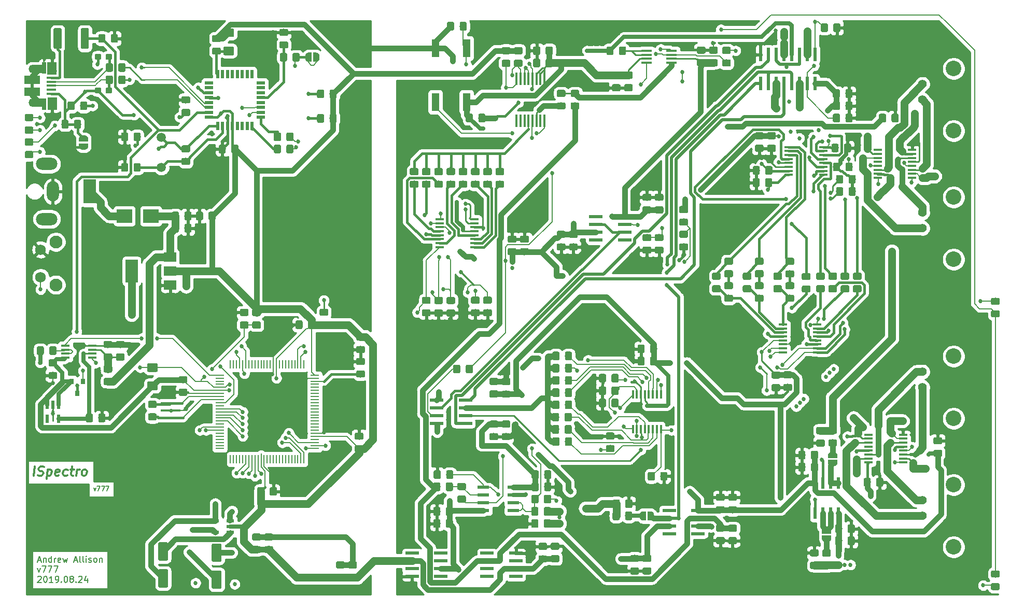
<source format=gtl>
%TF.GenerationSoftware,KiCad,Pcbnew,(5.1.0-0)*%
%TF.CreationDate,2019-08-26T10:00:44-05:00*%
%TF.ProjectId,impedance_777,696d7065-6461-46e6-9365-5f3737372e6b,1*%
%TF.SameCoordinates,Original*%
%TF.FileFunction,Copper,L1,Top*%
%TF.FilePolarity,Positive*%
%FSLAX46Y46*%
G04 Gerber Fmt 4.6, Leading zero omitted, Abs format (unit mm)*
G04 Created by KiCad (PCBNEW (5.1.0-0)) date 2019-08-26 10:00:44*
%MOMM*%
%LPD*%
G04 APERTURE LIST*
%ADD10C,0.150000*%
%ADD11C,0.300000*%
%ADD12R,2.000000X1.350000*%
%ADD13R,0.700000X1.825000*%
%ADD14R,1.500000X2.000000*%
%ADD15R,1.650000X0.400000*%
%ADD16O,1.500000X1.100000*%
%ADD17O,1.700000X1.350000*%
%ADD18R,2.500000X1.430000*%
%ADD19R,0.239400X1.461999*%
%ADD20R,1.461999X0.239400*%
%ADD21R,1.461999X0.364800*%
%ADD22R,0.558800X2.184400*%
%ADD23R,1.300000X3.000000*%
%ADD24C,0.100000*%
%ADD25C,1.150000*%
%ADD26R,2.000000X1.500000*%
%ADD27R,2.000000X3.800000*%
%ADD28R,2.500000X2.300000*%
%ADD29C,1.425000*%
%ADD30C,1.300000*%
%ADD31O,3.500000X2.000000*%
%ADD32O,2.000000X3.300000*%
%ADD33R,2.000000X4.000000*%
%ADD34C,0.500000*%
%ADD35R,0.800000X0.900000*%
%ADD36C,0.950000*%
%ADD37C,1.500000*%
%ADD38R,3.200000X0.400000*%
%ADD39C,2.100000*%
%ADD40C,1.750000*%
%ADD41C,2.540000*%
%ADD42C,1.397000*%
%ADD43R,0.517200X1.461999*%
%ADD44R,1.461999X0.517200*%
%ADD45R,2.173199X0.568000*%
%ADD46R,1.270000X0.558800*%
%ADD47R,0.431800X2.057400*%
%ADD48R,1.411199X0.441000*%
%ADD49R,0.568000X1.461999*%
%ADD50R,2.168798X0.568000*%
%ADD51R,0.568000X1.969999*%
%ADD52R,1.969999X0.568000*%
%ADD53R,1.766799X0.441000*%
%ADD54R,0.364800X1.461999*%
%ADD55C,1.600000*%
%ADD56R,1.461200X0.350800*%
%ADD57C,0.685800*%
%ADD58C,0.203000*%
%ADD59C,0.203200*%
%ADD60C,0.381000*%
%ADD61C,0.254000*%
%ADD62C,0.889000*%
%ADD63C,0.635000*%
%ADD64C,1.270000*%
%ADD65C,0.152400*%
%ADD66C,0.508000*%
%ADD67C,0.200000*%
G04 APERTURE END LIST*
D10*
X74650000Y-136389285D02*
X74828571Y-136889285D01*
X75007142Y-136389285D01*
X75221428Y-136139285D02*
X75721428Y-136139285D01*
X75400000Y-136889285D01*
X75935714Y-136139285D02*
X76435714Y-136139285D01*
X76114285Y-136889285D01*
X76650000Y-136139285D02*
X77150000Y-136139285D01*
X76828571Y-136889285D01*
D11*
X64893928Y-134428571D02*
X65081428Y-132928571D01*
X65545714Y-134357142D02*
X65751071Y-134428571D01*
X66108214Y-134428571D01*
X66260000Y-134357142D01*
X66340357Y-134285714D01*
X66429642Y-134142857D01*
X66447500Y-134000000D01*
X66393928Y-133857142D01*
X66331428Y-133785714D01*
X66197500Y-133714285D01*
X65920714Y-133642857D01*
X65786785Y-133571428D01*
X65724285Y-133500000D01*
X65670714Y-133357142D01*
X65688571Y-133214285D01*
X65777857Y-133071428D01*
X65858214Y-133000000D01*
X66010000Y-132928571D01*
X66367142Y-132928571D01*
X66572500Y-133000000D01*
X67161785Y-133428571D02*
X66974285Y-134928571D01*
X67152857Y-133500000D02*
X67304642Y-133428571D01*
X67590357Y-133428571D01*
X67724285Y-133500000D01*
X67786785Y-133571428D01*
X67840357Y-133714285D01*
X67786785Y-134142857D01*
X67697500Y-134285714D01*
X67617142Y-134357142D01*
X67465357Y-134428571D01*
X67179642Y-134428571D01*
X67045714Y-134357142D01*
X68974285Y-134357142D02*
X68822500Y-134428571D01*
X68536785Y-134428571D01*
X68402857Y-134357142D01*
X68349285Y-134214285D01*
X68420714Y-133642857D01*
X68510000Y-133500000D01*
X68661785Y-133428571D01*
X68947500Y-133428571D01*
X69081428Y-133500000D01*
X69135000Y-133642857D01*
X69117142Y-133785714D01*
X68385000Y-133928571D01*
X70331428Y-134357142D02*
X70179642Y-134428571D01*
X69893928Y-134428571D01*
X69760000Y-134357142D01*
X69697500Y-134285714D01*
X69643928Y-134142857D01*
X69697500Y-133714285D01*
X69786785Y-133571428D01*
X69867142Y-133500000D01*
X70018928Y-133428571D01*
X70304642Y-133428571D01*
X70438571Y-133500000D01*
X70876071Y-133428571D02*
X71447500Y-133428571D01*
X71152857Y-132928571D02*
X70992142Y-134214285D01*
X71045714Y-134357142D01*
X71179642Y-134428571D01*
X71322500Y-134428571D01*
X71822500Y-134428571D02*
X71947500Y-133428571D01*
X71911785Y-133714285D02*
X72001071Y-133571428D01*
X72081428Y-133500000D01*
X72233214Y-133428571D01*
X72376071Y-133428571D01*
X72965357Y-134428571D02*
X72831428Y-134357142D01*
X72768928Y-134285714D01*
X72715357Y-134142857D01*
X72768928Y-133714285D01*
X72858214Y-133571428D01*
X72938571Y-133500000D01*
X73090357Y-133428571D01*
X73304642Y-133428571D01*
X73438571Y-133500000D01*
X73501071Y-133571428D01*
X73554642Y-133714285D01*
X73501071Y-134142857D01*
X73411785Y-134285714D01*
X73331428Y-134357142D01*
X73179642Y-134428571D01*
X72965357Y-134428571D01*
D10*
X65537976Y-148266666D02*
X66014166Y-148266666D01*
X65442738Y-148552380D02*
X65776071Y-147552380D01*
X66109404Y-148552380D01*
X66442738Y-147885714D02*
X66442738Y-148552380D01*
X66442738Y-147980952D02*
X66490357Y-147933333D01*
X66585595Y-147885714D01*
X66728452Y-147885714D01*
X66823690Y-147933333D01*
X66871309Y-148028571D01*
X66871309Y-148552380D01*
X67776071Y-148552380D02*
X67776071Y-147552380D01*
X67776071Y-148504761D02*
X67680833Y-148552380D01*
X67490357Y-148552380D01*
X67395119Y-148504761D01*
X67347500Y-148457142D01*
X67299880Y-148361904D01*
X67299880Y-148076190D01*
X67347500Y-147980952D01*
X67395119Y-147933333D01*
X67490357Y-147885714D01*
X67680833Y-147885714D01*
X67776071Y-147933333D01*
X68252261Y-148552380D02*
X68252261Y-147885714D01*
X68252261Y-148076190D02*
X68299880Y-147980952D01*
X68347500Y-147933333D01*
X68442738Y-147885714D01*
X68537976Y-147885714D01*
X69252261Y-148504761D02*
X69157023Y-148552380D01*
X68966547Y-148552380D01*
X68871309Y-148504761D01*
X68823690Y-148409523D01*
X68823690Y-148028571D01*
X68871309Y-147933333D01*
X68966547Y-147885714D01*
X69157023Y-147885714D01*
X69252261Y-147933333D01*
X69299880Y-148028571D01*
X69299880Y-148123809D01*
X68823690Y-148219047D01*
X69633214Y-147885714D02*
X69823690Y-148552380D01*
X70014166Y-148076190D01*
X70204642Y-148552380D01*
X70395119Y-147885714D01*
X71490357Y-148266666D02*
X71966547Y-148266666D01*
X71395119Y-148552380D02*
X71728452Y-147552380D01*
X72061785Y-148552380D01*
X72537976Y-148552380D02*
X72442738Y-148504761D01*
X72395119Y-148409523D01*
X72395119Y-147552380D01*
X73061785Y-148552380D02*
X72966547Y-148504761D01*
X72918928Y-148409523D01*
X72918928Y-147552380D01*
X73442738Y-148552380D02*
X73442738Y-147885714D01*
X73442738Y-147552380D02*
X73395119Y-147600000D01*
X73442738Y-147647619D01*
X73490357Y-147600000D01*
X73442738Y-147552380D01*
X73442738Y-147647619D01*
X73871309Y-148504761D02*
X73966547Y-148552380D01*
X74157023Y-148552380D01*
X74252261Y-148504761D01*
X74299880Y-148409523D01*
X74299880Y-148361904D01*
X74252261Y-148266666D01*
X74157023Y-148219047D01*
X74014166Y-148219047D01*
X73918928Y-148171428D01*
X73871309Y-148076190D01*
X73871309Y-148028571D01*
X73918928Y-147933333D01*
X74014166Y-147885714D01*
X74157023Y-147885714D01*
X74252261Y-147933333D01*
X74871309Y-148552380D02*
X74776071Y-148504761D01*
X74728452Y-148457142D01*
X74680833Y-148361904D01*
X74680833Y-148076190D01*
X74728452Y-147980952D01*
X74776071Y-147933333D01*
X74871309Y-147885714D01*
X75014166Y-147885714D01*
X75109404Y-147933333D01*
X75157023Y-147980952D01*
X75204642Y-148076190D01*
X75204642Y-148361904D01*
X75157023Y-148457142D01*
X75109404Y-148504761D01*
X75014166Y-148552380D01*
X74871309Y-148552380D01*
X75633214Y-147885714D02*
X75633214Y-148552380D01*
X75633214Y-147980952D02*
X75680833Y-147933333D01*
X75776071Y-147885714D01*
X75918928Y-147885714D01*
X76014166Y-147933333D01*
X76061785Y-148028571D01*
X76061785Y-148552380D01*
X65490357Y-149535714D02*
X65728452Y-150202380D01*
X65966547Y-149535714D01*
X66252261Y-149202380D02*
X66918928Y-149202380D01*
X66490357Y-150202380D01*
X67204642Y-149202380D02*
X67871309Y-149202380D01*
X67442738Y-150202380D01*
X68157023Y-149202380D02*
X68823690Y-149202380D01*
X68395119Y-150202380D01*
X65537976Y-150947619D02*
X65585595Y-150900000D01*
X65680833Y-150852380D01*
X65918928Y-150852380D01*
X66014166Y-150900000D01*
X66061785Y-150947619D01*
X66109404Y-151042857D01*
X66109404Y-151138095D01*
X66061785Y-151280952D01*
X65490357Y-151852380D01*
X66109404Y-151852380D01*
X66728452Y-150852380D02*
X66823690Y-150852380D01*
X66918928Y-150900000D01*
X66966547Y-150947619D01*
X67014166Y-151042857D01*
X67061785Y-151233333D01*
X67061785Y-151471428D01*
X67014166Y-151661904D01*
X66966547Y-151757142D01*
X66918928Y-151804761D01*
X66823690Y-151852380D01*
X66728452Y-151852380D01*
X66633214Y-151804761D01*
X66585595Y-151757142D01*
X66537976Y-151661904D01*
X66490357Y-151471428D01*
X66490357Y-151233333D01*
X66537976Y-151042857D01*
X66585595Y-150947619D01*
X66633214Y-150900000D01*
X66728452Y-150852380D01*
X68014166Y-151852380D02*
X67442738Y-151852380D01*
X67728452Y-151852380D02*
X67728452Y-150852380D01*
X67633214Y-150995238D01*
X67537976Y-151090476D01*
X67442738Y-151138095D01*
X68490357Y-151852380D02*
X68680833Y-151852380D01*
X68776071Y-151804761D01*
X68823690Y-151757142D01*
X68918928Y-151614285D01*
X68966547Y-151423809D01*
X68966547Y-151042857D01*
X68918928Y-150947619D01*
X68871309Y-150900000D01*
X68776071Y-150852380D01*
X68585595Y-150852380D01*
X68490357Y-150900000D01*
X68442738Y-150947619D01*
X68395119Y-151042857D01*
X68395119Y-151280952D01*
X68442738Y-151376190D01*
X68490357Y-151423809D01*
X68585595Y-151471428D01*
X68776071Y-151471428D01*
X68871309Y-151423809D01*
X68918928Y-151376190D01*
X68966547Y-151280952D01*
X69395119Y-151757142D02*
X69442738Y-151804761D01*
X69395119Y-151852380D01*
X69347500Y-151804761D01*
X69395119Y-151757142D01*
X69395119Y-151852380D01*
X70061785Y-150852380D02*
X70157023Y-150852380D01*
X70252261Y-150900000D01*
X70299880Y-150947619D01*
X70347500Y-151042857D01*
X70395119Y-151233333D01*
X70395119Y-151471428D01*
X70347500Y-151661904D01*
X70299880Y-151757142D01*
X70252261Y-151804761D01*
X70157023Y-151852380D01*
X70061785Y-151852380D01*
X69966547Y-151804761D01*
X69918928Y-151757142D01*
X69871309Y-151661904D01*
X69823690Y-151471428D01*
X69823690Y-151233333D01*
X69871309Y-151042857D01*
X69918928Y-150947619D01*
X69966547Y-150900000D01*
X70061785Y-150852380D01*
X70966547Y-151280952D02*
X70871309Y-151233333D01*
X70823690Y-151185714D01*
X70776071Y-151090476D01*
X70776071Y-151042857D01*
X70823690Y-150947619D01*
X70871309Y-150900000D01*
X70966547Y-150852380D01*
X71157023Y-150852380D01*
X71252261Y-150900000D01*
X71299880Y-150947619D01*
X71347500Y-151042857D01*
X71347500Y-151090476D01*
X71299880Y-151185714D01*
X71252261Y-151233333D01*
X71157023Y-151280952D01*
X70966547Y-151280952D01*
X70871309Y-151328571D01*
X70823690Y-151376190D01*
X70776071Y-151471428D01*
X70776071Y-151661904D01*
X70823690Y-151757142D01*
X70871309Y-151804761D01*
X70966547Y-151852380D01*
X71157023Y-151852380D01*
X71252261Y-151804761D01*
X71299880Y-151757142D01*
X71347500Y-151661904D01*
X71347500Y-151471428D01*
X71299880Y-151376190D01*
X71252261Y-151328571D01*
X71157023Y-151280952D01*
X71776071Y-151757142D02*
X71823690Y-151804761D01*
X71776071Y-151852380D01*
X71728452Y-151804761D01*
X71776071Y-151757142D01*
X71776071Y-151852380D01*
X72204642Y-150947619D02*
X72252261Y-150900000D01*
X72347500Y-150852380D01*
X72585595Y-150852380D01*
X72680833Y-150900000D01*
X72728452Y-150947619D01*
X72776071Y-151042857D01*
X72776071Y-151138095D01*
X72728452Y-151280952D01*
X72157023Y-151852380D01*
X72776071Y-151852380D01*
X73633214Y-151185714D02*
X73633214Y-151852380D01*
X73395119Y-150804761D02*
X73157023Y-151519047D01*
X73776071Y-151519047D01*
D12*
X65815000Y-73475000D03*
X65815000Y-67995000D03*
D13*
X66565000Y-67775000D03*
X66565000Y-73725000D03*
D14*
X67865000Y-67875000D03*
X67885000Y-73625000D03*
D15*
X67765000Y-69425000D03*
X67765000Y-70075000D03*
X67765000Y-70725000D03*
X67765000Y-71375000D03*
X67765000Y-72025000D03*
D16*
X67885000Y-68305000D03*
X67885000Y-73145000D03*
D17*
X64885000Y-67995000D03*
X64885000Y-73455000D03*
D18*
X64615000Y-69765000D03*
X64615000Y-71685000D03*
D19*
X109000001Y-116253000D03*
X108499999Y-116253000D03*
X108000000Y-116253000D03*
X107500001Y-116253000D03*
X107000000Y-116253000D03*
X106500001Y-116253000D03*
X105999999Y-116253000D03*
X105500000Y-116253000D03*
X105000001Y-116253000D03*
X104500000Y-116253000D03*
X104000001Y-116253000D03*
X103500002Y-116253000D03*
X103000000Y-116253000D03*
X102500001Y-116253000D03*
X101999999Y-116253000D03*
X101500000Y-116253000D03*
X101000001Y-116253000D03*
X100500000Y-116253000D03*
X100000001Y-116253000D03*
X99499999Y-116253000D03*
X99000000Y-116253000D03*
X98500001Y-116253000D03*
X98000000Y-116253000D03*
X97500001Y-116253000D03*
X96999999Y-116253000D03*
D20*
X95253000Y-117999999D03*
X95253000Y-118500001D03*
X95253000Y-119000000D03*
X95253000Y-119499999D03*
X95253000Y-120000000D03*
X95253000Y-120499999D03*
X95253000Y-121000001D03*
X95253000Y-121500000D03*
X95253000Y-121999999D03*
X95253000Y-122500000D03*
X95253000Y-122999999D03*
X95253000Y-123500001D03*
X95253000Y-124000000D03*
X95253000Y-124499999D03*
X95253000Y-125000001D03*
X95253000Y-125500000D03*
X95253000Y-126000001D03*
X95253000Y-126500000D03*
X95253000Y-126999999D03*
X95253000Y-127500001D03*
X95253000Y-128000000D03*
X95253000Y-128500001D03*
X95253000Y-129000000D03*
X95253000Y-129499999D03*
X95253000Y-130000001D03*
D19*
X96999999Y-131747000D03*
X97500001Y-131747000D03*
X98000000Y-131747000D03*
X98499999Y-131747000D03*
X99000000Y-131747000D03*
X99499999Y-131747000D03*
X100000001Y-131747000D03*
X100500000Y-131747000D03*
X100999999Y-131747000D03*
X101500000Y-131747000D03*
X101999999Y-131747000D03*
X102500001Y-131747000D03*
X103000000Y-131747000D03*
X103499999Y-131747000D03*
X104000001Y-131747000D03*
X104500000Y-131747000D03*
X105000001Y-131747000D03*
X105500000Y-131747000D03*
X105999999Y-131747000D03*
X106500001Y-131747000D03*
X107000000Y-131747000D03*
X107500001Y-131747000D03*
X108000000Y-131747000D03*
X108499999Y-131747000D03*
X109000001Y-131747000D03*
D20*
X110747000Y-130000001D03*
X110747000Y-129499999D03*
X110747000Y-129000000D03*
X110747000Y-128500001D03*
X110747000Y-128000000D03*
X110747000Y-127500001D03*
X110747000Y-126999999D03*
X110747000Y-126500000D03*
X110747000Y-126000001D03*
X110747000Y-125500000D03*
X110747000Y-125000001D03*
X110747000Y-124499999D03*
X110747000Y-124000000D03*
X110747000Y-123500001D03*
X110747000Y-122999999D03*
X110747000Y-122500000D03*
X110747000Y-121999999D03*
X110747000Y-121500000D03*
X110747000Y-121000001D03*
X110747000Y-120499999D03*
X110747000Y-120000000D03*
X110747000Y-119499999D03*
X110747000Y-119000000D03*
X110747000Y-118500001D03*
X110747000Y-117999999D03*
D21*
X131162280Y-92533482D03*
X131162280Y-93183480D03*
X131162280Y-93833482D03*
X131162280Y-94483480D03*
X131162280Y-95133479D03*
X131162280Y-95783480D03*
X131162280Y-96433479D03*
X131162280Y-97083480D03*
X136801080Y-97083480D03*
X136801080Y-96433482D03*
X136801080Y-95783480D03*
X136801080Y-95133482D03*
X136801080Y-94483483D03*
X136801080Y-93833482D03*
X136801080Y-93183483D03*
X136801080Y-92533482D03*
D22*
X192445000Y-65637800D03*
X191175000Y-65637800D03*
X189905000Y-65637800D03*
X188635000Y-65637800D03*
X187365000Y-65637800D03*
X186095000Y-65637800D03*
X184825000Y-65637800D03*
X183555000Y-65637800D03*
X183555000Y-70362200D03*
X184825000Y-70362200D03*
X186095000Y-70362200D03*
X187365000Y-70362200D03*
X188635000Y-70362200D03*
X189905000Y-70362200D03*
X191175000Y-70362200D03*
X192445000Y-70362200D03*
D23*
X135540000Y-73400000D03*
X130460000Y-73400000D03*
X130460000Y-64600000D03*
X135540000Y-64600000D03*
D24*
G36*
X145481185Y-95209685D02*
G01*
X145505453Y-95213285D01*
X145529252Y-95219246D01*
X145552351Y-95227511D01*
X145574530Y-95238001D01*
X145595573Y-95250613D01*
X145615279Y-95265228D01*
X145633457Y-95281704D01*
X145649933Y-95299882D01*
X145664548Y-95319588D01*
X145677160Y-95340631D01*
X145687650Y-95362810D01*
X145695915Y-95385909D01*
X145701876Y-95409708D01*
X145705476Y-95433976D01*
X145706680Y-95458480D01*
X145706680Y-96108482D01*
X145705476Y-96132986D01*
X145701876Y-96157254D01*
X145695915Y-96181053D01*
X145687650Y-96204152D01*
X145677160Y-96226331D01*
X145664548Y-96247374D01*
X145649933Y-96267080D01*
X145633457Y-96285258D01*
X145615279Y-96301734D01*
X145595573Y-96316349D01*
X145574530Y-96328961D01*
X145552351Y-96339451D01*
X145529252Y-96347716D01*
X145505453Y-96353677D01*
X145481185Y-96357277D01*
X145456681Y-96358481D01*
X144556679Y-96358481D01*
X144532175Y-96357277D01*
X144507907Y-96353677D01*
X144484108Y-96347716D01*
X144461009Y-96339451D01*
X144438830Y-96328961D01*
X144417787Y-96316349D01*
X144398081Y-96301734D01*
X144379903Y-96285258D01*
X144363427Y-96267080D01*
X144348812Y-96247374D01*
X144336200Y-96226331D01*
X144325710Y-96204152D01*
X144317445Y-96181053D01*
X144311484Y-96157254D01*
X144307884Y-96132986D01*
X144306680Y-96108482D01*
X144306680Y-95458480D01*
X144307884Y-95433976D01*
X144311484Y-95409708D01*
X144317445Y-95385909D01*
X144325710Y-95362810D01*
X144336200Y-95340631D01*
X144348812Y-95319588D01*
X144363427Y-95299882D01*
X144379903Y-95281704D01*
X144398081Y-95265228D01*
X144417787Y-95250613D01*
X144438830Y-95238001D01*
X144461009Y-95227511D01*
X144484108Y-95219246D01*
X144507907Y-95213285D01*
X144532175Y-95209685D01*
X144556679Y-95208481D01*
X145456681Y-95208481D01*
X145481185Y-95209685D01*
X145481185Y-95209685D01*
G37*
D25*
X145006680Y-95783481D03*
D24*
G36*
X145481185Y-97259685D02*
G01*
X145505453Y-97263285D01*
X145529252Y-97269246D01*
X145552351Y-97277511D01*
X145574530Y-97288001D01*
X145595573Y-97300613D01*
X145615279Y-97315228D01*
X145633457Y-97331704D01*
X145649933Y-97349882D01*
X145664548Y-97369588D01*
X145677160Y-97390631D01*
X145687650Y-97412810D01*
X145695915Y-97435909D01*
X145701876Y-97459708D01*
X145705476Y-97483976D01*
X145706680Y-97508480D01*
X145706680Y-98158482D01*
X145705476Y-98182986D01*
X145701876Y-98207254D01*
X145695915Y-98231053D01*
X145687650Y-98254152D01*
X145677160Y-98276331D01*
X145664548Y-98297374D01*
X145649933Y-98317080D01*
X145633457Y-98335258D01*
X145615279Y-98351734D01*
X145595573Y-98366349D01*
X145574530Y-98378961D01*
X145552351Y-98389451D01*
X145529252Y-98397716D01*
X145505453Y-98403677D01*
X145481185Y-98407277D01*
X145456681Y-98408481D01*
X144556679Y-98408481D01*
X144532175Y-98407277D01*
X144507907Y-98403677D01*
X144484108Y-98397716D01*
X144461009Y-98389451D01*
X144438830Y-98378961D01*
X144417787Y-98366349D01*
X144398081Y-98351734D01*
X144379903Y-98335258D01*
X144363427Y-98317080D01*
X144348812Y-98297374D01*
X144336200Y-98276331D01*
X144325710Y-98254152D01*
X144317445Y-98231053D01*
X144311484Y-98207254D01*
X144307884Y-98182986D01*
X144306680Y-98158482D01*
X144306680Y-97508480D01*
X144307884Y-97483976D01*
X144311484Y-97459708D01*
X144317445Y-97435909D01*
X144325710Y-97412810D01*
X144336200Y-97390631D01*
X144348812Y-97369588D01*
X144363427Y-97349882D01*
X144379903Y-97331704D01*
X144398081Y-97315228D01*
X144417787Y-97300613D01*
X144438830Y-97288001D01*
X144461009Y-97277511D01*
X144484108Y-97269246D01*
X144507907Y-97263285D01*
X144532175Y-97259685D01*
X144556679Y-97258481D01*
X145456681Y-97258481D01*
X145481185Y-97259685D01*
X145481185Y-97259685D01*
G37*
D25*
X145006680Y-97833481D03*
D24*
G36*
X80061560Y-78363312D02*
G01*
X80085828Y-78366912D01*
X80109627Y-78372873D01*
X80132726Y-78381138D01*
X80154905Y-78391628D01*
X80175948Y-78404240D01*
X80195654Y-78418855D01*
X80213832Y-78435331D01*
X80230308Y-78453509D01*
X80244923Y-78473215D01*
X80257535Y-78494258D01*
X80268025Y-78516437D01*
X80276290Y-78539536D01*
X80282251Y-78563335D01*
X80285851Y-78587603D01*
X80287055Y-78612107D01*
X80287055Y-79512109D01*
X80285851Y-79536613D01*
X80282251Y-79560881D01*
X80276290Y-79584680D01*
X80268025Y-79607779D01*
X80257535Y-79629958D01*
X80244923Y-79651001D01*
X80230308Y-79670707D01*
X80213832Y-79688885D01*
X80195654Y-79705361D01*
X80175948Y-79719976D01*
X80154905Y-79732588D01*
X80132726Y-79743078D01*
X80109627Y-79751343D01*
X80085828Y-79757304D01*
X80061560Y-79760904D01*
X80037056Y-79762108D01*
X79387054Y-79762108D01*
X79362550Y-79760904D01*
X79338282Y-79757304D01*
X79314483Y-79751343D01*
X79291384Y-79743078D01*
X79269205Y-79732588D01*
X79248162Y-79719976D01*
X79228456Y-79705361D01*
X79210278Y-79688885D01*
X79193802Y-79670707D01*
X79179187Y-79651001D01*
X79166575Y-79629958D01*
X79156085Y-79607779D01*
X79147820Y-79584680D01*
X79141859Y-79560881D01*
X79138259Y-79536613D01*
X79137055Y-79512109D01*
X79137055Y-78612107D01*
X79138259Y-78587603D01*
X79141859Y-78563335D01*
X79147820Y-78539536D01*
X79156085Y-78516437D01*
X79166575Y-78494258D01*
X79179187Y-78473215D01*
X79193802Y-78453509D01*
X79210278Y-78435331D01*
X79228456Y-78418855D01*
X79248162Y-78404240D01*
X79269205Y-78391628D01*
X79291384Y-78381138D01*
X79314483Y-78372873D01*
X79338282Y-78366912D01*
X79362550Y-78363312D01*
X79387054Y-78362108D01*
X80037056Y-78362108D01*
X80061560Y-78363312D01*
X80061560Y-78363312D01*
G37*
D25*
X79712055Y-79062108D03*
D24*
G36*
X82111560Y-78363312D02*
G01*
X82135828Y-78366912D01*
X82159627Y-78372873D01*
X82182726Y-78381138D01*
X82204905Y-78391628D01*
X82225948Y-78404240D01*
X82245654Y-78418855D01*
X82263832Y-78435331D01*
X82280308Y-78453509D01*
X82294923Y-78473215D01*
X82307535Y-78494258D01*
X82318025Y-78516437D01*
X82326290Y-78539536D01*
X82332251Y-78563335D01*
X82335851Y-78587603D01*
X82337055Y-78612107D01*
X82337055Y-79512109D01*
X82335851Y-79536613D01*
X82332251Y-79560881D01*
X82326290Y-79584680D01*
X82318025Y-79607779D01*
X82307535Y-79629958D01*
X82294923Y-79651001D01*
X82280308Y-79670707D01*
X82263832Y-79688885D01*
X82245654Y-79705361D01*
X82225948Y-79719976D01*
X82204905Y-79732588D01*
X82182726Y-79743078D01*
X82159627Y-79751343D01*
X82135828Y-79757304D01*
X82111560Y-79760904D01*
X82087056Y-79762108D01*
X81437054Y-79762108D01*
X81412550Y-79760904D01*
X81388282Y-79757304D01*
X81364483Y-79751343D01*
X81341384Y-79743078D01*
X81319205Y-79732588D01*
X81298162Y-79719976D01*
X81278456Y-79705361D01*
X81260278Y-79688885D01*
X81243802Y-79670707D01*
X81229187Y-79651001D01*
X81216575Y-79629958D01*
X81206085Y-79607779D01*
X81197820Y-79584680D01*
X81191859Y-79560881D01*
X81188259Y-79536613D01*
X81187055Y-79512109D01*
X81187055Y-78612107D01*
X81188259Y-78587603D01*
X81191859Y-78563335D01*
X81197820Y-78539536D01*
X81206085Y-78516437D01*
X81216575Y-78494258D01*
X81229187Y-78473215D01*
X81243802Y-78453509D01*
X81260278Y-78435331D01*
X81278456Y-78418855D01*
X81298162Y-78404240D01*
X81319205Y-78391628D01*
X81341384Y-78381138D01*
X81364483Y-78372873D01*
X81388282Y-78366912D01*
X81412550Y-78363312D01*
X81437054Y-78362108D01*
X82087056Y-78362108D01*
X82111560Y-78363312D01*
X82111560Y-78363312D01*
G37*
D25*
X81762055Y-79062108D03*
D24*
G36*
X80061560Y-83363312D02*
G01*
X80085828Y-83366912D01*
X80109627Y-83372873D01*
X80132726Y-83381138D01*
X80154905Y-83391628D01*
X80175948Y-83404240D01*
X80195654Y-83418855D01*
X80213832Y-83435331D01*
X80230308Y-83453509D01*
X80244923Y-83473215D01*
X80257535Y-83494258D01*
X80268025Y-83516437D01*
X80276290Y-83539536D01*
X80282251Y-83563335D01*
X80285851Y-83587603D01*
X80287055Y-83612107D01*
X80287055Y-84512109D01*
X80285851Y-84536613D01*
X80282251Y-84560881D01*
X80276290Y-84584680D01*
X80268025Y-84607779D01*
X80257535Y-84629958D01*
X80244923Y-84651001D01*
X80230308Y-84670707D01*
X80213832Y-84688885D01*
X80195654Y-84705361D01*
X80175948Y-84719976D01*
X80154905Y-84732588D01*
X80132726Y-84743078D01*
X80109627Y-84751343D01*
X80085828Y-84757304D01*
X80061560Y-84760904D01*
X80037056Y-84762108D01*
X79387054Y-84762108D01*
X79362550Y-84760904D01*
X79338282Y-84757304D01*
X79314483Y-84751343D01*
X79291384Y-84743078D01*
X79269205Y-84732588D01*
X79248162Y-84719976D01*
X79228456Y-84705361D01*
X79210278Y-84688885D01*
X79193802Y-84670707D01*
X79179187Y-84651001D01*
X79166575Y-84629958D01*
X79156085Y-84607779D01*
X79147820Y-84584680D01*
X79141859Y-84560881D01*
X79138259Y-84536613D01*
X79137055Y-84512109D01*
X79137055Y-83612107D01*
X79138259Y-83587603D01*
X79141859Y-83563335D01*
X79147820Y-83539536D01*
X79156085Y-83516437D01*
X79166575Y-83494258D01*
X79179187Y-83473215D01*
X79193802Y-83453509D01*
X79210278Y-83435331D01*
X79228456Y-83418855D01*
X79248162Y-83404240D01*
X79269205Y-83391628D01*
X79291384Y-83381138D01*
X79314483Y-83372873D01*
X79338282Y-83366912D01*
X79362550Y-83363312D01*
X79387054Y-83362108D01*
X80037056Y-83362108D01*
X80061560Y-83363312D01*
X80061560Y-83363312D01*
G37*
D25*
X79712055Y-84062108D03*
D24*
G36*
X82111560Y-83363312D02*
G01*
X82135828Y-83366912D01*
X82159627Y-83372873D01*
X82182726Y-83381138D01*
X82204905Y-83391628D01*
X82225948Y-83404240D01*
X82245654Y-83418855D01*
X82263832Y-83435331D01*
X82280308Y-83453509D01*
X82294923Y-83473215D01*
X82307535Y-83494258D01*
X82318025Y-83516437D01*
X82326290Y-83539536D01*
X82332251Y-83563335D01*
X82335851Y-83587603D01*
X82337055Y-83612107D01*
X82337055Y-84512109D01*
X82335851Y-84536613D01*
X82332251Y-84560881D01*
X82326290Y-84584680D01*
X82318025Y-84607779D01*
X82307535Y-84629958D01*
X82294923Y-84651001D01*
X82280308Y-84670707D01*
X82263832Y-84688885D01*
X82245654Y-84705361D01*
X82225948Y-84719976D01*
X82204905Y-84732588D01*
X82182726Y-84743078D01*
X82159627Y-84751343D01*
X82135828Y-84757304D01*
X82111560Y-84760904D01*
X82087056Y-84762108D01*
X81437054Y-84762108D01*
X81412550Y-84760904D01*
X81388282Y-84757304D01*
X81364483Y-84751343D01*
X81341384Y-84743078D01*
X81319205Y-84732588D01*
X81298162Y-84719976D01*
X81278456Y-84705361D01*
X81260278Y-84688885D01*
X81243802Y-84670707D01*
X81229187Y-84651001D01*
X81216575Y-84629958D01*
X81206085Y-84607779D01*
X81197820Y-84584680D01*
X81191859Y-84560881D01*
X81188259Y-84536613D01*
X81187055Y-84512109D01*
X81187055Y-83612107D01*
X81188259Y-83587603D01*
X81191859Y-83563335D01*
X81197820Y-83539536D01*
X81206085Y-83516437D01*
X81216575Y-83494258D01*
X81229187Y-83473215D01*
X81243802Y-83453509D01*
X81260278Y-83435331D01*
X81278456Y-83418855D01*
X81298162Y-83404240D01*
X81319205Y-83391628D01*
X81341384Y-83381138D01*
X81364483Y-83372873D01*
X81388282Y-83366912D01*
X81412550Y-83363312D01*
X81437054Y-83362108D01*
X82087056Y-83362108D01*
X82111560Y-83363312D01*
X82111560Y-83363312D01*
G37*
D25*
X81762055Y-84062108D03*
D24*
G36*
X96011560Y-80363312D02*
G01*
X96035828Y-80366912D01*
X96059627Y-80372873D01*
X96082726Y-80381138D01*
X96104905Y-80391628D01*
X96125948Y-80404240D01*
X96145654Y-80418855D01*
X96163832Y-80435331D01*
X96180308Y-80453509D01*
X96194923Y-80473215D01*
X96207535Y-80494258D01*
X96218025Y-80516437D01*
X96226290Y-80539536D01*
X96232251Y-80563335D01*
X96235851Y-80587603D01*
X96237055Y-80612107D01*
X96237055Y-81512109D01*
X96235851Y-81536613D01*
X96232251Y-81560881D01*
X96226290Y-81584680D01*
X96218025Y-81607779D01*
X96207535Y-81629958D01*
X96194923Y-81651001D01*
X96180308Y-81670707D01*
X96163832Y-81688885D01*
X96145654Y-81705361D01*
X96125948Y-81719976D01*
X96104905Y-81732588D01*
X96082726Y-81743078D01*
X96059627Y-81751343D01*
X96035828Y-81757304D01*
X96011560Y-81760904D01*
X95987056Y-81762108D01*
X95337054Y-81762108D01*
X95312550Y-81760904D01*
X95288282Y-81757304D01*
X95264483Y-81751343D01*
X95241384Y-81743078D01*
X95219205Y-81732588D01*
X95198162Y-81719976D01*
X95178456Y-81705361D01*
X95160278Y-81688885D01*
X95143802Y-81670707D01*
X95129187Y-81651001D01*
X95116575Y-81629958D01*
X95106085Y-81607779D01*
X95097820Y-81584680D01*
X95091859Y-81560881D01*
X95088259Y-81536613D01*
X95087055Y-81512109D01*
X95087055Y-80612107D01*
X95088259Y-80587603D01*
X95091859Y-80563335D01*
X95097820Y-80539536D01*
X95106085Y-80516437D01*
X95116575Y-80494258D01*
X95129187Y-80473215D01*
X95143802Y-80453509D01*
X95160278Y-80435331D01*
X95178456Y-80418855D01*
X95198162Y-80404240D01*
X95219205Y-80391628D01*
X95241384Y-80381138D01*
X95264483Y-80372873D01*
X95288282Y-80366912D01*
X95312550Y-80363312D01*
X95337054Y-80362108D01*
X95987056Y-80362108D01*
X96011560Y-80363312D01*
X96011560Y-80363312D01*
G37*
D25*
X95662055Y-81062108D03*
D24*
G36*
X98061560Y-80363312D02*
G01*
X98085828Y-80366912D01*
X98109627Y-80372873D01*
X98132726Y-80381138D01*
X98154905Y-80391628D01*
X98175948Y-80404240D01*
X98195654Y-80418855D01*
X98213832Y-80435331D01*
X98230308Y-80453509D01*
X98244923Y-80473215D01*
X98257535Y-80494258D01*
X98268025Y-80516437D01*
X98276290Y-80539536D01*
X98282251Y-80563335D01*
X98285851Y-80587603D01*
X98287055Y-80612107D01*
X98287055Y-81512109D01*
X98285851Y-81536613D01*
X98282251Y-81560881D01*
X98276290Y-81584680D01*
X98268025Y-81607779D01*
X98257535Y-81629958D01*
X98244923Y-81651001D01*
X98230308Y-81670707D01*
X98213832Y-81688885D01*
X98195654Y-81705361D01*
X98175948Y-81719976D01*
X98154905Y-81732588D01*
X98132726Y-81743078D01*
X98109627Y-81751343D01*
X98085828Y-81757304D01*
X98061560Y-81760904D01*
X98037056Y-81762108D01*
X97387054Y-81762108D01*
X97362550Y-81760904D01*
X97338282Y-81757304D01*
X97314483Y-81751343D01*
X97291384Y-81743078D01*
X97269205Y-81732588D01*
X97248162Y-81719976D01*
X97228456Y-81705361D01*
X97210278Y-81688885D01*
X97193802Y-81670707D01*
X97179187Y-81651001D01*
X97166575Y-81629958D01*
X97156085Y-81607779D01*
X97147820Y-81584680D01*
X97141859Y-81560881D01*
X97138259Y-81536613D01*
X97137055Y-81512109D01*
X97137055Y-80612107D01*
X97138259Y-80587603D01*
X97141859Y-80563335D01*
X97147820Y-80539536D01*
X97156085Y-80516437D01*
X97166575Y-80494258D01*
X97179187Y-80473215D01*
X97193802Y-80453509D01*
X97210278Y-80435331D01*
X97228456Y-80418855D01*
X97248162Y-80404240D01*
X97269205Y-80391628D01*
X97291384Y-80381138D01*
X97314483Y-80372873D01*
X97338282Y-80366912D01*
X97362550Y-80363312D01*
X97387054Y-80362108D01*
X98037056Y-80362108D01*
X98061560Y-80363312D01*
X98061560Y-80363312D01*
G37*
D25*
X97712055Y-81062108D03*
D24*
G36*
X68474505Y-117476204D02*
G01*
X68498773Y-117479804D01*
X68522572Y-117485765D01*
X68545671Y-117494030D01*
X68567850Y-117504520D01*
X68588893Y-117517132D01*
X68608599Y-117531747D01*
X68626777Y-117548223D01*
X68643253Y-117566401D01*
X68657868Y-117586107D01*
X68670480Y-117607150D01*
X68680970Y-117629329D01*
X68689235Y-117652428D01*
X68695196Y-117676227D01*
X68698796Y-117700495D01*
X68700000Y-117724999D01*
X68700000Y-118375001D01*
X68698796Y-118399505D01*
X68695196Y-118423773D01*
X68689235Y-118447572D01*
X68680970Y-118470671D01*
X68670480Y-118492850D01*
X68657868Y-118513893D01*
X68643253Y-118533599D01*
X68626777Y-118551777D01*
X68608599Y-118568253D01*
X68588893Y-118582868D01*
X68567850Y-118595480D01*
X68545671Y-118605970D01*
X68522572Y-118614235D01*
X68498773Y-118620196D01*
X68474505Y-118623796D01*
X68450001Y-118625000D01*
X67549999Y-118625000D01*
X67525495Y-118623796D01*
X67501227Y-118620196D01*
X67477428Y-118614235D01*
X67454329Y-118605970D01*
X67432150Y-118595480D01*
X67411107Y-118582868D01*
X67391401Y-118568253D01*
X67373223Y-118551777D01*
X67356747Y-118533599D01*
X67342132Y-118513893D01*
X67329520Y-118492850D01*
X67319030Y-118470671D01*
X67310765Y-118447572D01*
X67304804Y-118423773D01*
X67301204Y-118399505D01*
X67300000Y-118375001D01*
X67300000Y-117724999D01*
X67301204Y-117700495D01*
X67304804Y-117676227D01*
X67310765Y-117652428D01*
X67319030Y-117629329D01*
X67329520Y-117607150D01*
X67342132Y-117586107D01*
X67356747Y-117566401D01*
X67373223Y-117548223D01*
X67391401Y-117531747D01*
X67411107Y-117517132D01*
X67432150Y-117504520D01*
X67454329Y-117494030D01*
X67477428Y-117485765D01*
X67501227Y-117479804D01*
X67525495Y-117476204D01*
X67549999Y-117475000D01*
X68450001Y-117475000D01*
X68474505Y-117476204D01*
X68474505Y-117476204D01*
G37*
D25*
X68000000Y-118050000D03*
D24*
G36*
X68474505Y-115426204D02*
G01*
X68498773Y-115429804D01*
X68522572Y-115435765D01*
X68545671Y-115444030D01*
X68567850Y-115454520D01*
X68588893Y-115467132D01*
X68608599Y-115481747D01*
X68626777Y-115498223D01*
X68643253Y-115516401D01*
X68657868Y-115536107D01*
X68670480Y-115557150D01*
X68680970Y-115579329D01*
X68689235Y-115602428D01*
X68695196Y-115626227D01*
X68698796Y-115650495D01*
X68700000Y-115674999D01*
X68700000Y-116325001D01*
X68698796Y-116349505D01*
X68695196Y-116373773D01*
X68689235Y-116397572D01*
X68680970Y-116420671D01*
X68670480Y-116442850D01*
X68657868Y-116463893D01*
X68643253Y-116483599D01*
X68626777Y-116501777D01*
X68608599Y-116518253D01*
X68588893Y-116532868D01*
X68567850Y-116545480D01*
X68545671Y-116555970D01*
X68522572Y-116564235D01*
X68498773Y-116570196D01*
X68474505Y-116573796D01*
X68450001Y-116575000D01*
X67549999Y-116575000D01*
X67525495Y-116573796D01*
X67501227Y-116570196D01*
X67477428Y-116564235D01*
X67454329Y-116555970D01*
X67432150Y-116545480D01*
X67411107Y-116532868D01*
X67391401Y-116518253D01*
X67373223Y-116501777D01*
X67356747Y-116483599D01*
X67342132Y-116463893D01*
X67329520Y-116442850D01*
X67319030Y-116420671D01*
X67310765Y-116397572D01*
X67304804Y-116373773D01*
X67301204Y-116349505D01*
X67300000Y-116325001D01*
X67300000Y-115674999D01*
X67301204Y-115650495D01*
X67304804Y-115626227D01*
X67310765Y-115602428D01*
X67319030Y-115579329D01*
X67329520Y-115557150D01*
X67342132Y-115536107D01*
X67356747Y-115516401D01*
X67373223Y-115498223D01*
X67391401Y-115481747D01*
X67411107Y-115467132D01*
X67432150Y-115454520D01*
X67454329Y-115444030D01*
X67477428Y-115435765D01*
X67501227Y-115429804D01*
X67525495Y-115426204D01*
X67549999Y-115425000D01*
X68450001Y-115425000D01*
X68474505Y-115426204D01*
X68474505Y-115426204D01*
G37*
D25*
X68000000Y-116000000D03*
D24*
G36*
X108547641Y-109069549D02*
G01*
X108571909Y-109073149D01*
X108595708Y-109079110D01*
X108618807Y-109087375D01*
X108640986Y-109097865D01*
X108662029Y-109110477D01*
X108681735Y-109125092D01*
X108699913Y-109141568D01*
X108716389Y-109159746D01*
X108731004Y-109179452D01*
X108743616Y-109200495D01*
X108754106Y-109222674D01*
X108762371Y-109245773D01*
X108768332Y-109269572D01*
X108771932Y-109293840D01*
X108773136Y-109318344D01*
X108773136Y-110218346D01*
X108771932Y-110242850D01*
X108768332Y-110267118D01*
X108762371Y-110290917D01*
X108754106Y-110314016D01*
X108743616Y-110336195D01*
X108731004Y-110357238D01*
X108716389Y-110376944D01*
X108699913Y-110395122D01*
X108681735Y-110411598D01*
X108662029Y-110426213D01*
X108640986Y-110438825D01*
X108618807Y-110449315D01*
X108595708Y-110457580D01*
X108571909Y-110463541D01*
X108547641Y-110467141D01*
X108523137Y-110468345D01*
X107873135Y-110468345D01*
X107848631Y-110467141D01*
X107824363Y-110463541D01*
X107800564Y-110457580D01*
X107777465Y-110449315D01*
X107755286Y-110438825D01*
X107734243Y-110426213D01*
X107714537Y-110411598D01*
X107696359Y-110395122D01*
X107679883Y-110376944D01*
X107665268Y-110357238D01*
X107652656Y-110336195D01*
X107642166Y-110314016D01*
X107633901Y-110290917D01*
X107627940Y-110267118D01*
X107624340Y-110242850D01*
X107623136Y-110218346D01*
X107623136Y-109318344D01*
X107624340Y-109293840D01*
X107627940Y-109269572D01*
X107633901Y-109245773D01*
X107642166Y-109222674D01*
X107652656Y-109200495D01*
X107665268Y-109179452D01*
X107679883Y-109159746D01*
X107696359Y-109141568D01*
X107714537Y-109125092D01*
X107734243Y-109110477D01*
X107755286Y-109097865D01*
X107777465Y-109087375D01*
X107800564Y-109079110D01*
X107824363Y-109073149D01*
X107848631Y-109069549D01*
X107873135Y-109068345D01*
X108523137Y-109068345D01*
X108547641Y-109069549D01*
X108547641Y-109069549D01*
G37*
D25*
X108198136Y-109768345D03*
D24*
G36*
X110597641Y-109069549D02*
G01*
X110621909Y-109073149D01*
X110645708Y-109079110D01*
X110668807Y-109087375D01*
X110690986Y-109097865D01*
X110712029Y-109110477D01*
X110731735Y-109125092D01*
X110749913Y-109141568D01*
X110766389Y-109159746D01*
X110781004Y-109179452D01*
X110793616Y-109200495D01*
X110804106Y-109222674D01*
X110812371Y-109245773D01*
X110818332Y-109269572D01*
X110821932Y-109293840D01*
X110823136Y-109318344D01*
X110823136Y-110218346D01*
X110821932Y-110242850D01*
X110818332Y-110267118D01*
X110812371Y-110290917D01*
X110804106Y-110314016D01*
X110793616Y-110336195D01*
X110781004Y-110357238D01*
X110766389Y-110376944D01*
X110749913Y-110395122D01*
X110731735Y-110411598D01*
X110712029Y-110426213D01*
X110690986Y-110438825D01*
X110668807Y-110449315D01*
X110645708Y-110457580D01*
X110621909Y-110463541D01*
X110597641Y-110467141D01*
X110573137Y-110468345D01*
X109923135Y-110468345D01*
X109898631Y-110467141D01*
X109874363Y-110463541D01*
X109850564Y-110457580D01*
X109827465Y-110449315D01*
X109805286Y-110438825D01*
X109784243Y-110426213D01*
X109764537Y-110411598D01*
X109746359Y-110395122D01*
X109729883Y-110376944D01*
X109715268Y-110357238D01*
X109702656Y-110336195D01*
X109692166Y-110314016D01*
X109683901Y-110290917D01*
X109677940Y-110267118D01*
X109674340Y-110242850D01*
X109673136Y-110218346D01*
X109673136Y-109318344D01*
X109674340Y-109293840D01*
X109677940Y-109269572D01*
X109683901Y-109245773D01*
X109692166Y-109222674D01*
X109702656Y-109200495D01*
X109715268Y-109179452D01*
X109729883Y-109159746D01*
X109746359Y-109141568D01*
X109764537Y-109125092D01*
X109784243Y-109110477D01*
X109805286Y-109097865D01*
X109827465Y-109087375D01*
X109850564Y-109079110D01*
X109874363Y-109073149D01*
X109898631Y-109069549D01*
X109923135Y-109068345D01*
X110573137Y-109068345D01*
X110597641Y-109069549D01*
X110597641Y-109069549D01*
G37*
D25*
X110248136Y-109768345D03*
D24*
G36*
X104349505Y-136301204D02*
G01*
X104373773Y-136304804D01*
X104397572Y-136310765D01*
X104420671Y-136319030D01*
X104442850Y-136329520D01*
X104463893Y-136342132D01*
X104483599Y-136356747D01*
X104501777Y-136373223D01*
X104518253Y-136391401D01*
X104532868Y-136411107D01*
X104545480Y-136432150D01*
X104555970Y-136454329D01*
X104564235Y-136477428D01*
X104570196Y-136501227D01*
X104573796Y-136525495D01*
X104575000Y-136549999D01*
X104575000Y-137450001D01*
X104573796Y-137474505D01*
X104570196Y-137498773D01*
X104564235Y-137522572D01*
X104555970Y-137545671D01*
X104545480Y-137567850D01*
X104532868Y-137588893D01*
X104518253Y-137608599D01*
X104501777Y-137626777D01*
X104483599Y-137643253D01*
X104463893Y-137657868D01*
X104442850Y-137670480D01*
X104420671Y-137680970D01*
X104397572Y-137689235D01*
X104373773Y-137695196D01*
X104349505Y-137698796D01*
X104325001Y-137700000D01*
X103674999Y-137700000D01*
X103650495Y-137698796D01*
X103626227Y-137695196D01*
X103602428Y-137689235D01*
X103579329Y-137680970D01*
X103557150Y-137670480D01*
X103536107Y-137657868D01*
X103516401Y-137643253D01*
X103498223Y-137626777D01*
X103481747Y-137608599D01*
X103467132Y-137588893D01*
X103454520Y-137567850D01*
X103444030Y-137545671D01*
X103435765Y-137522572D01*
X103429804Y-137498773D01*
X103426204Y-137474505D01*
X103425000Y-137450001D01*
X103425000Y-136549999D01*
X103426204Y-136525495D01*
X103429804Y-136501227D01*
X103435765Y-136477428D01*
X103444030Y-136454329D01*
X103454520Y-136432150D01*
X103467132Y-136411107D01*
X103481747Y-136391401D01*
X103498223Y-136373223D01*
X103516401Y-136356747D01*
X103536107Y-136342132D01*
X103557150Y-136329520D01*
X103579329Y-136319030D01*
X103602428Y-136310765D01*
X103626227Y-136304804D01*
X103650495Y-136301204D01*
X103674999Y-136300000D01*
X104325001Y-136300000D01*
X104349505Y-136301204D01*
X104349505Y-136301204D01*
G37*
D25*
X104000000Y-137000000D03*
D24*
G36*
X102299505Y-136301204D02*
G01*
X102323773Y-136304804D01*
X102347572Y-136310765D01*
X102370671Y-136319030D01*
X102392850Y-136329520D01*
X102413893Y-136342132D01*
X102433599Y-136356747D01*
X102451777Y-136373223D01*
X102468253Y-136391401D01*
X102482868Y-136411107D01*
X102495480Y-136432150D01*
X102505970Y-136454329D01*
X102514235Y-136477428D01*
X102520196Y-136501227D01*
X102523796Y-136525495D01*
X102525000Y-136549999D01*
X102525000Y-137450001D01*
X102523796Y-137474505D01*
X102520196Y-137498773D01*
X102514235Y-137522572D01*
X102505970Y-137545671D01*
X102495480Y-137567850D01*
X102482868Y-137588893D01*
X102468253Y-137608599D01*
X102451777Y-137626777D01*
X102433599Y-137643253D01*
X102413893Y-137657868D01*
X102392850Y-137670480D01*
X102370671Y-137680970D01*
X102347572Y-137689235D01*
X102323773Y-137695196D01*
X102299505Y-137698796D01*
X102275001Y-137700000D01*
X101624999Y-137700000D01*
X101600495Y-137698796D01*
X101576227Y-137695196D01*
X101552428Y-137689235D01*
X101529329Y-137680970D01*
X101507150Y-137670480D01*
X101486107Y-137657868D01*
X101466401Y-137643253D01*
X101448223Y-137626777D01*
X101431747Y-137608599D01*
X101417132Y-137588893D01*
X101404520Y-137567850D01*
X101394030Y-137545671D01*
X101385765Y-137522572D01*
X101379804Y-137498773D01*
X101376204Y-137474505D01*
X101375000Y-137450001D01*
X101375000Y-136549999D01*
X101376204Y-136525495D01*
X101379804Y-136501227D01*
X101385765Y-136477428D01*
X101394030Y-136454329D01*
X101404520Y-136432150D01*
X101417132Y-136411107D01*
X101431747Y-136391401D01*
X101448223Y-136373223D01*
X101466401Y-136356747D01*
X101486107Y-136342132D01*
X101507150Y-136329520D01*
X101529329Y-136319030D01*
X101552428Y-136310765D01*
X101576227Y-136304804D01*
X101600495Y-136301204D01*
X101624999Y-136300000D01*
X102275001Y-136300000D01*
X102299505Y-136301204D01*
X102299505Y-136301204D01*
G37*
D25*
X101950000Y-137000000D03*
D24*
G36*
X108061560Y-65363312D02*
G01*
X108085828Y-65366912D01*
X108109627Y-65372873D01*
X108132726Y-65381138D01*
X108154905Y-65391628D01*
X108175948Y-65404240D01*
X108195654Y-65418855D01*
X108213832Y-65435331D01*
X108230308Y-65453509D01*
X108244923Y-65473215D01*
X108257535Y-65494258D01*
X108268025Y-65516437D01*
X108276290Y-65539536D01*
X108282251Y-65563335D01*
X108285851Y-65587603D01*
X108287055Y-65612107D01*
X108287055Y-66512109D01*
X108285851Y-66536613D01*
X108282251Y-66560881D01*
X108276290Y-66584680D01*
X108268025Y-66607779D01*
X108257535Y-66629958D01*
X108244923Y-66651001D01*
X108230308Y-66670707D01*
X108213832Y-66688885D01*
X108195654Y-66705361D01*
X108175948Y-66719976D01*
X108154905Y-66732588D01*
X108132726Y-66743078D01*
X108109627Y-66751343D01*
X108085828Y-66757304D01*
X108061560Y-66760904D01*
X108037056Y-66762108D01*
X107387054Y-66762108D01*
X107362550Y-66760904D01*
X107338282Y-66757304D01*
X107314483Y-66751343D01*
X107291384Y-66743078D01*
X107269205Y-66732588D01*
X107248162Y-66719976D01*
X107228456Y-66705361D01*
X107210278Y-66688885D01*
X107193802Y-66670707D01*
X107179187Y-66651001D01*
X107166575Y-66629958D01*
X107156085Y-66607779D01*
X107147820Y-66584680D01*
X107141859Y-66560881D01*
X107138259Y-66536613D01*
X107137055Y-66512109D01*
X107137055Y-65612107D01*
X107138259Y-65587603D01*
X107141859Y-65563335D01*
X107147820Y-65539536D01*
X107156085Y-65516437D01*
X107166575Y-65494258D01*
X107179187Y-65473215D01*
X107193802Y-65453509D01*
X107210278Y-65435331D01*
X107228456Y-65418855D01*
X107248162Y-65404240D01*
X107269205Y-65391628D01*
X107291384Y-65381138D01*
X107314483Y-65372873D01*
X107338282Y-65366912D01*
X107362550Y-65363312D01*
X107387054Y-65362108D01*
X108037056Y-65362108D01*
X108061560Y-65363312D01*
X108061560Y-65363312D01*
G37*
D25*
X107712055Y-66062108D03*
D24*
G36*
X106011560Y-65363312D02*
G01*
X106035828Y-65366912D01*
X106059627Y-65372873D01*
X106082726Y-65381138D01*
X106104905Y-65391628D01*
X106125948Y-65404240D01*
X106145654Y-65418855D01*
X106163832Y-65435331D01*
X106180308Y-65453509D01*
X106194923Y-65473215D01*
X106207535Y-65494258D01*
X106218025Y-65516437D01*
X106226290Y-65539536D01*
X106232251Y-65563335D01*
X106235851Y-65587603D01*
X106237055Y-65612107D01*
X106237055Y-66512109D01*
X106235851Y-66536613D01*
X106232251Y-66560881D01*
X106226290Y-66584680D01*
X106218025Y-66607779D01*
X106207535Y-66629958D01*
X106194923Y-66651001D01*
X106180308Y-66670707D01*
X106163832Y-66688885D01*
X106145654Y-66705361D01*
X106125948Y-66719976D01*
X106104905Y-66732588D01*
X106082726Y-66743078D01*
X106059627Y-66751343D01*
X106035828Y-66757304D01*
X106011560Y-66760904D01*
X105987056Y-66762108D01*
X105337054Y-66762108D01*
X105312550Y-66760904D01*
X105288282Y-66757304D01*
X105264483Y-66751343D01*
X105241384Y-66743078D01*
X105219205Y-66732588D01*
X105198162Y-66719976D01*
X105178456Y-66705361D01*
X105160278Y-66688885D01*
X105143802Y-66670707D01*
X105129187Y-66651001D01*
X105116575Y-66629958D01*
X105106085Y-66607779D01*
X105097820Y-66584680D01*
X105091859Y-66560881D01*
X105088259Y-66536613D01*
X105087055Y-66512109D01*
X105087055Y-65612107D01*
X105088259Y-65587603D01*
X105091859Y-65563335D01*
X105097820Y-65539536D01*
X105106085Y-65516437D01*
X105116575Y-65494258D01*
X105129187Y-65473215D01*
X105143802Y-65453509D01*
X105160278Y-65435331D01*
X105178456Y-65418855D01*
X105198162Y-65404240D01*
X105219205Y-65391628D01*
X105241384Y-65381138D01*
X105264483Y-65372873D01*
X105288282Y-65366912D01*
X105312550Y-65363312D01*
X105337054Y-65362108D01*
X105987056Y-65362108D01*
X106011560Y-65363312D01*
X106011560Y-65363312D01*
G37*
D25*
X105662055Y-66062108D03*
D24*
G36*
X90399505Y-93301204D02*
G01*
X90423773Y-93304804D01*
X90447572Y-93310765D01*
X90470671Y-93319030D01*
X90492850Y-93329520D01*
X90513893Y-93342132D01*
X90533599Y-93356747D01*
X90551777Y-93373223D01*
X90568253Y-93391401D01*
X90582868Y-93411107D01*
X90595480Y-93432150D01*
X90605970Y-93454329D01*
X90614235Y-93477428D01*
X90620196Y-93501227D01*
X90623796Y-93525495D01*
X90625000Y-93549999D01*
X90625000Y-94450001D01*
X90623796Y-94474505D01*
X90620196Y-94498773D01*
X90614235Y-94522572D01*
X90605970Y-94545671D01*
X90595480Y-94567850D01*
X90582868Y-94588893D01*
X90568253Y-94608599D01*
X90551777Y-94626777D01*
X90533599Y-94643253D01*
X90513893Y-94657868D01*
X90492850Y-94670480D01*
X90470671Y-94680970D01*
X90447572Y-94689235D01*
X90423773Y-94695196D01*
X90399505Y-94698796D01*
X90375001Y-94700000D01*
X89724999Y-94700000D01*
X89700495Y-94698796D01*
X89676227Y-94695196D01*
X89652428Y-94689235D01*
X89629329Y-94680970D01*
X89607150Y-94670480D01*
X89586107Y-94657868D01*
X89566401Y-94643253D01*
X89548223Y-94626777D01*
X89531747Y-94608599D01*
X89517132Y-94588893D01*
X89504520Y-94567850D01*
X89494030Y-94545671D01*
X89485765Y-94522572D01*
X89479804Y-94498773D01*
X89476204Y-94474505D01*
X89475000Y-94450001D01*
X89475000Y-93549999D01*
X89476204Y-93525495D01*
X89479804Y-93501227D01*
X89485765Y-93477428D01*
X89494030Y-93454329D01*
X89504520Y-93432150D01*
X89517132Y-93411107D01*
X89531747Y-93391401D01*
X89548223Y-93373223D01*
X89566401Y-93356747D01*
X89586107Y-93342132D01*
X89607150Y-93329520D01*
X89629329Y-93319030D01*
X89652428Y-93310765D01*
X89676227Y-93304804D01*
X89700495Y-93301204D01*
X89724999Y-93300000D01*
X90375001Y-93300000D01*
X90399505Y-93301204D01*
X90399505Y-93301204D01*
G37*
D25*
X90050000Y-94000000D03*
D24*
G36*
X88349505Y-93301204D02*
G01*
X88373773Y-93304804D01*
X88397572Y-93310765D01*
X88420671Y-93319030D01*
X88442850Y-93329520D01*
X88463893Y-93342132D01*
X88483599Y-93356747D01*
X88501777Y-93373223D01*
X88518253Y-93391401D01*
X88532868Y-93411107D01*
X88545480Y-93432150D01*
X88555970Y-93454329D01*
X88564235Y-93477428D01*
X88570196Y-93501227D01*
X88573796Y-93525495D01*
X88575000Y-93549999D01*
X88575000Y-94450001D01*
X88573796Y-94474505D01*
X88570196Y-94498773D01*
X88564235Y-94522572D01*
X88555970Y-94545671D01*
X88545480Y-94567850D01*
X88532868Y-94588893D01*
X88518253Y-94608599D01*
X88501777Y-94626777D01*
X88483599Y-94643253D01*
X88463893Y-94657868D01*
X88442850Y-94670480D01*
X88420671Y-94680970D01*
X88397572Y-94689235D01*
X88373773Y-94695196D01*
X88349505Y-94698796D01*
X88325001Y-94700000D01*
X87674999Y-94700000D01*
X87650495Y-94698796D01*
X87626227Y-94695196D01*
X87602428Y-94689235D01*
X87579329Y-94680970D01*
X87557150Y-94670480D01*
X87536107Y-94657868D01*
X87516401Y-94643253D01*
X87498223Y-94626777D01*
X87481747Y-94608599D01*
X87467132Y-94588893D01*
X87454520Y-94567850D01*
X87444030Y-94545671D01*
X87435765Y-94522572D01*
X87429804Y-94498773D01*
X87426204Y-94474505D01*
X87425000Y-94450001D01*
X87425000Y-93549999D01*
X87426204Y-93525495D01*
X87429804Y-93501227D01*
X87435765Y-93477428D01*
X87444030Y-93454329D01*
X87454520Y-93432150D01*
X87467132Y-93411107D01*
X87481747Y-93391401D01*
X87498223Y-93373223D01*
X87516401Y-93356747D01*
X87536107Y-93342132D01*
X87557150Y-93329520D01*
X87579329Y-93319030D01*
X87602428Y-93310765D01*
X87626227Y-93304804D01*
X87650495Y-93301204D01*
X87674999Y-93300000D01*
X88325001Y-93300000D01*
X88349505Y-93301204D01*
X88349505Y-93301204D01*
G37*
D25*
X88000000Y-94000000D03*
D24*
G36*
X115408015Y-148433136D02*
G01*
X115432283Y-148436736D01*
X115456082Y-148442697D01*
X115479181Y-148450962D01*
X115501360Y-148461452D01*
X115522403Y-148474064D01*
X115542109Y-148488679D01*
X115560287Y-148505155D01*
X115576763Y-148523333D01*
X115591378Y-148543039D01*
X115603990Y-148564082D01*
X115614480Y-148586261D01*
X115622745Y-148609360D01*
X115628706Y-148633159D01*
X115632306Y-148657427D01*
X115633510Y-148681931D01*
X115633510Y-149331933D01*
X115632306Y-149356437D01*
X115628706Y-149380705D01*
X115622745Y-149404504D01*
X115614480Y-149427603D01*
X115603990Y-149449782D01*
X115591378Y-149470825D01*
X115576763Y-149490531D01*
X115560287Y-149508709D01*
X115542109Y-149525185D01*
X115522403Y-149539800D01*
X115501360Y-149552412D01*
X115479181Y-149562902D01*
X115456082Y-149571167D01*
X115432283Y-149577128D01*
X115408015Y-149580728D01*
X115383511Y-149581932D01*
X114483509Y-149581932D01*
X114459005Y-149580728D01*
X114434737Y-149577128D01*
X114410938Y-149571167D01*
X114387839Y-149562902D01*
X114365660Y-149552412D01*
X114344617Y-149539800D01*
X114324911Y-149525185D01*
X114306733Y-149508709D01*
X114290257Y-149490531D01*
X114275642Y-149470825D01*
X114263030Y-149449782D01*
X114252540Y-149427603D01*
X114244275Y-149404504D01*
X114238314Y-149380705D01*
X114234714Y-149356437D01*
X114233510Y-149331933D01*
X114233510Y-148681931D01*
X114234714Y-148657427D01*
X114238314Y-148633159D01*
X114244275Y-148609360D01*
X114252540Y-148586261D01*
X114263030Y-148564082D01*
X114275642Y-148543039D01*
X114290257Y-148523333D01*
X114306733Y-148505155D01*
X114324911Y-148488679D01*
X114344617Y-148474064D01*
X114365660Y-148461452D01*
X114387839Y-148450962D01*
X114410938Y-148442697D01*
X114434737Y-148436736D01*
X114459005Y-148433136D01*
X114483509Y-148431932D01*
X115383511Y-148431932D01*
X115408015Y-148433136D01*
X115408015Y-148433136D01*
G37*
D25*
X114933510Y-149006932D03*
D24*
G36*
X115408015Y-150483136D02*
G01*
X115432283Y-150486736D01*
X115456082Y-150492697D01*
X115479181Y-150500962D01*
X115501360Y-150511452D01*
X115522403Y-150524064D01*
X115542109Y-150538679D01*
X115560287Y-150555155D01*
X115576763Y-150573333D01*
X115591378Y-150593039D01*
X115603990Y-150614082D01*
X115614480Y-150636261D01*
X115622745Y-150659360D01*
X115628706Y-150683159D01*
X115632306Y-150707427D01*
X115633510Y-150731931D01*
X115633510Y-151381933D01*
X115632306Y-151406437D01*
X115628706Y-151430705D01*
X115622745Y-151454504D01*
X115614480Y-151477603D01*
X115603990Y-151499782D01*
X115591378Y-151520825D01*
X115576763Y-151540531D01*
X115560287Y-151558709D01*
X115542109Y-151575185D01*
X115522403Y-151589800D01*
X115501360Y-151602412D01*
X115479181Y-151612902D01*
X115456082Y-151621167D01*
X115432283Y-151627128D01*
X115408015Y-151630728D01*
X115383511Y-151631932D01*
X114483509Y-151631932D01*
X114459005Y-151630728D01*
X114434737Y-151627128D01*
X114410938Y-151621167D01*
X114387839Y-151612902D01*
X114365660Y-151602412D01*
X114344617Y-151589800D01*
X114324911Y-151575185D01*
X114306733Y-151558709D01*
X114290257Y-151540531D01*
X114275642Y-151520825D01*
X114263030Y-151499782D01*
X114252540Y-151477603D01*
X114244275Y-151454504D01*
X114238314Y-151430705D01*
X114234714Y-151406437D01*
X114233510Y-151381933D01*
X114233510Y-150731931D01*
X114234714Y-150707427D01*
X114238314Y-150683159D01*
X114244275Y-150659360D01*
X114252540Y-150636261D01*
X114263030Y-150614082D01*
X114275642Y-150593039D01*
X114290257Y-150573333D01*
X114306733Y-150555155D01*
X114324911Y-150538679D01*
X114344617Y-150524064D01*
X114365660Y-150511452D01*
X114387839Y-150500962D01*
X114410938Y-150492697D01*
X114434737Y-150486736D01*
X114459005Y-150483136D01*
X114483509Y-150481932D01*
X115383511Y-150481932D01*
X115408015Y-150483136D01*
X115408015Y-150483136D01*
G37*
D25*
X114933510Y-151056932D03*
D24*
G36*
X148474505Y-145401204D02*
G01*
X148498773Y-145404804D01*
X148522572Y-145410765D01*
X148545671Y-145419030D01*
X148567850Y-145429520D01*
X148588893Y-145442132D01*
X148608599Y-145456747D01*
X148626777Y-145473223D01*
X148643253Y-145491401D01*
X148657868Y-145511107D01*
X148670480Y-145532150D01*
X148680970Y-145554329D01*
X148689235Y-145577428D01*
X148695196Y-145601227D01*
X148698796Y-145625495D01*
X148700000Y-145649999D01*
X148700000Y-146300001D01*
X148698796Y-146324505D01*
X148695196Y-146348773D01*
X148689235Y-146372572D01*
X148680970Y-146395671D01*
X148670480Y-146417850D01*
X148657868Y-146438893D01*
X148643253Y-146458599D01*
X148626777Y-146476777D01*
X148608599Y-146493253D01*
X148588893Y-146507868D01*
X148567850Y-146520480D01*
X148545671Y-146530970D01*
X148522572Y-146539235D01*
X148498773Y-146545196D01*
X148474505Y-146548796D01*
X148450001Y-146550000D01*
X147549999Y-146550000D01*
X147525495Y-146548796D01*
X147501227Y-146545196D01*
X147477428Y-146539235D01*
X147454329Y-146530970D01*
X147432150Y-146520480D01*
X147411107Y-146507868D01*
X147391401Y-146493253D01*
X147373223Y-146476777D01*
X147356747Y-146458599D01*
X147342132Y-146438893D01*
X147329520Y-146417850D01*
X147319030Y-146395671D01*
X147310765Y-146372572D01*
X147304804Y-146348773D01*
X147301204Y-146324505D01*
X147300000Y-146300001D01*
X147300000Y-145649999D01*
X147301204Y-145625495D01*
X147304804Y-145601227D01*
X147310765Y-145577428D01*
X147319030Y-145554329D01*
X147329520Y-145532150D01*
X147342132Y-145511107D01*
X147356747Y-145491401D01*
X147373223Y-145473223D01*
X147391401Y-145456747D01*
X147411107Y-145442132D01*
X147432150Y-145429520D01*
X147454329Y-145419030D01*
X147477428Y-145410765D01*
X147501227Y-145404804D01*
X147525495Y-145401204D01*
X147549999Y-145400000D01*
X148450001Y-145400000D01*
X148474505Y-145401204D01*
X148474505Y-145401204D01*
G37*
D25*
X148000000Y-145975000D03*
D24*
G36*
X148474505Y-147451204D02*
G01*
X148498773Y-147454804D01*
X148522572Y-147460765D01*
X148545671Y-147469030D01*
X148567850Y-147479520D01*
X148588893Y-147492132D01*
X148608599Y-147506747D01*
X148626777Y-147523223D01*
X148643253Y-147541401D01*
X148657868Y-147561107D01*
X148670480Y-147582150D01*
X148680970Y-147604329D01*
X148689235Y-147627428D01*
X148695196Y-147651227D01*
X148698796Y-147675495D01*
X148700000Y-147699999D01*
X148700000Y-148350001D01*
X148698796Y-148374505D01*
X148695196Y-148398773D01*
X148689235Y-148422572D01*
X148680970Y-148445671D01*
X148670480Y-148467850D01*
X148657868Y-148488893D01*
X148643253Y-148508599D01*
X148626777Y-148526777D01*
X148608599Y-148543253D01*
X148588893Y-148557868D01*
X148567850Y-148570480D01*
X148545671Y-148580970D01*
X148522572Y-148589235D01*
X148498773Y-148595196D01*
X148474505Y-148598796D01*
X148450001Y-148600000D01*
X147549999Y-148600000D01*
X147525495Y-148598796D01*
X147501227Y-148595196D01*
X147477428Y-148589235D01*
X147454329Y-148580970D01*
X147432150Y-148570480D01*
X147411107Y-148557868D01*
X147391401Y-148543253D01*
X147373223Y-148526777D01*
X147356747Y-148508599D01*
X147342132Y-148488893D01*
X147329520Y-148467850D01*
X147319030Y-148445671D01*
X147310765Y-148422572D01*
X147304804Y-148398773D01*
X147301204Y-148374505D01*
X147300000Y-148350001D01*
X147300000Y-147699999D01*
X147301204Y-147675495D01*
X147304804Y-147651227D01*
X147310765Y-147627428D01*
X147319030Y-147604329D01*
X147329520Y-147582150D01*
X147342132Y-147561107D01*
X147356747Y-147541401D01*
X147373223Y-147523223D01*
X147391401Y-147506747D01*
X147411107Y-147492132D01*
X147432150Y-147479520D01*
X147454329Y-147469030D01*
X147477428Y-147460765D01*
X147501227Y-147454804D01*
X147525495Y-147451204D01*
X147549999Y-147450000D01*
X148450001Y-147450000D01*
X148474505Y-147451204D01*
X148474505Y-147451204D01*
G37*
D25*
X148000000Y-148025000D03*
D24*
G36*
X103724505Y-143876204D02*
G01*
X103748773Y-143879804D01*
X103772572Y-143885765D01*
X103795671Y-143894030D01*
X103817850Y-143904520D01*
X103838893Y-143917132D01*
X103858599Y-143931747D01*
X103876777Y-143948223D01*
X103893253Y-143966401D01*
X103907868Y-143986107D01*
X103920480Y-144007150D01*
X103930970Y-144029329D01*
X103939235Y-144052428D01*
X103945196Y-144076227D01*
X103948796Y-144100495D01*
X103950000Y-144124999D01*
X103950000Y-144775001D01*
X103948796Y-144799505D01*
X103945196Y-144823773D01*
X103939235Y-144847572D01*
X103930970Y-144870671D01*
X103920480Y-144892850D01*
X103907868Y-144913893D01*
X103893253Y-144933599D01*
X103876777Y-144951777D01*
X103858599Y-144968253D01*
X103838893Y-144982868D01*
X103817850Y-144995480D01*
X103795671Y-145005970D01*
X103772572Y-145014235D01*
X103748773Y-145020196D01*
X103724505Y-145023796D01*
X103700001Y-145025000D01*
X102799999Y-145025000D01*
X102775495Y-145023796D01*
X102751227Y-145020196D01*
X102727428Y-145014235D01*
X102704329Y-145005970D01*
X102682150Y-144995480D01*
X102661107Y-144982868D01*
X102641401Y-144968253D01*
X102623223Y-144951777D01*
X102606747Y-144933599D01*
X102592132Y-144913893D01*
X102579520Y-144892850D01*
X102569030Y-144870671D01*
X102560765Y-144847572D01*
X102554804Y-144823773D01*
X102551204Y-144799505D01*
X102550000Y-144775001D01*
X102550000Y-144124999D01*
X102551204Y-144100495D01*
X102554804Y-144076227D01*
X102560765Y-144052428D01*
X102569030Y-144029329D01*
X102579520Y-144007150D01*
X102592132Y-143986107D01*
X102606747Y-143966401D01*
X102623223Y-143948223D01*
X102641401Y-143931747D01*
X102661107Y-143917132D01*
X102682150Y-143904520D01*
X102704329Y-143894030D01*
X102727428Y-143885765D01*
X102751227Y-143879804D01*
X102775495Y-143876204D01*
X102799999Y-143875000D01*
X103700001Y-143875000D01*
X103724505Y-143876204D01*
X103724505Y-143876204D01*
G37*
D25*
X103250000Y-144450000D03*
D24*
G36*
X103724505Y-145926204D02*
G01*
X103748773Y-145929804D01*
X103772572Y-145935765D01*
X103795671Y-145944030D01*
X103817850Y-145954520D01*
X103838893Y-145967132D01*
X103858599Y-145981747D01*
X103876777Y-145998223D01*
X103893253Y-146016401D01*
X103907868Y-146036107D01*
X103920480Y-146057150D01*
X103930970Y-146079329D01*
X103939235Y-146102428D01*
X103945196Y-146126227D01*
X103948796Y-146150495D01*
X103950000Y-146174999D01*
X103950000Y-146825001D01*
X103948796Y-146849505D01*
X103945196Y-146873773D01*
X103939235Y-146897572D01*
X103930970Y-146920671D01*
X103920480Y-146942850D01*
X103907868Y-146963893D01*
X103893253Y-146983599D01*
X103876777Y-147001777D01*
X103858599Y-147018253D01*
X103838893Y-147032868D01*
X103817850Y-147045480D01*
X103795671Y-147055970D01*
X103772572Y-147064235D01*
X103748773Y-147070196D01*
X103724505Y-147073796D01*
X103700001Y-147075000D01*
X102799999Y-147075000D01*
X102775495Y-147073796D01*
X102751227Y-147070196D01*
X102727428Y-147064235D01*
X102704329Y-147055970D01*
X102682150Y-147045480D01*
X102661107Y-147032868D01*
X102641401Y-147018253D01*
X102623223Y-147001777D01*
X102606747Y-146983599D01*
X102592132Y-146963893D01*
X102579520Y-146942850D01*
X102569030Y-146920671D01*
X102560765Y-146897572D01*
X102554804Y-146873773D01*
X102551204Y-146849505D01*
X102550000Y-146825001D01*
X102550000Y-146174999D01*
X102551204Y-146150495D01*
X102554804Y-146126227D01*
X102560765Y-146102428D01*
X102569030Y-146079329D01*
X102579520Y-146057150D01*
X102592132Y-146036107D01*
X102606747Y-146016401D01*
X102623223Y-145998223D01*
X102641401Y-145981747D01*
X102661107Y-145967132D01*
X102682150Y-145954520D01*
X102704329Y-145944030D01*
X102727428Y-145935765D01*
X102751227Y-145929804D01*
X102775495Y-145926204D01*
X102799999Y-145925000D01*
X103700001Y-145925000D01*
X103724505Y-145926204D01*
X103724505Y-145926204D01*
G37*
D25*
X103250000Y-146500000D03*
D24*
G36*
X138399505Y-75301204D02*
G01*
X138423773Y-75304804D01*
X138447572Y-75310765D01*
X138470671Y-75319030D01*
X138492850Y-75329520D01*
X138513893Y-75342132D01*
X138533599Y-75356747D01*
X138551777Y-75373223D01*
X138568253Y-75391401D01*
X138582868Y-75411107D01*
X138595480Y-75432150D01*
X138605970Y-75454329D01*
X138614235Y-75477428D01*
X138620196Y-75501227D01*
X138623796Y-75525495D01*
X138625000Y-75549999D01*
X138625000Y-76450001D01*
X138623796Y-76474505D01*
X138620196Y-76498773D01*
X138614235Y-76522572D01*
X138605970Y-76545671D01*
X138595480Y-76567850D01*
X138582868Y-76588893D01*
X138568253Y-76608599D01*
X138551777Y-76626777D01*
X138533599Y-76643253D01*
X138513893Y-76657868D01*
X138492850Y-76670480D01*
X138470671Y-76680970D01*
X138447572Y-76689235D01*
X138423773Y-76695196D01*
X138399505Y-76698796D01*
X138375001Y-76700000D01*
X137724999Y-76700000D01*
X137700495Y-76698796D01*
X137676227Y-76695196D01*
X137652428Y-76689235D01*
X137629329Y-76680970D01*
X137607150Y-76670480D01*
X137586107Y-76657868D01*
X137566401Y-76643253D01*
X137548223Y-76626777D01*
X137531747Y-76608599D01*
X137517132Y-76588893D01*
X137504520Y-76567850D01*
X137494030Y-76545671D01*
X137485765Y-76522572D01*
X137479804Y-76498773D01*
X137476204Y-76474505D01*
X137475000Y-76450001D01*
X137475000Y-75549999D01*
X137476204Y-75525495D01*
X137479804Y-75501227D01*
X137485765Y-75477428D01*
X137494030Y-75454329D01*
X137504520Y-75432150D01*
X137517132Y-75411107D01*
X137531747Y-75391401D01*
X137548223Y-75373223D01*
X137566401Y-75356747D01*
X137586107Y-75342132D01*
X137607150Y-75329520D01*
X137629329Y-75319030D01*
X137652428Y-75310765D01*
X137676227Y-75304804D01*
X137700495Y-75301204D01*
X137724999Y-75300000D01*
X138375001Y-75300000D01*
X138399505Y-75301204D01*
X138399505Y-75301204D01*
G37*
D25*
X138050000Y-76000000D03*
D24*
G36*
X136349505Y-75301204D02*
G01*
X136373773Y-75304804D01*
X136397572Y-75310765D01*
X136420671Y-75319030D01*
X136442850Y-75329520D01*
X136463893Y-75342132D01*
X136483599Y-75356747D01*
X136501777Y-75373223D01*
X136518253Y-75391401D01*
X136532868Y-75411107D01*
X136545480Y-75432150D01*
X136555970Y-75454329D01*
X136564235Y-75477428D01*
X136570196Y-75501227D01*
X136573796Y-75525495D01*
X136575000Y-75549999D01*
X136575000Y-76450001D01*
X136573796Y-76474505D01*
X136570196Y-76498773D01*
X136564235Y-76522572D01*
X136555970Y-76545671D01*
X136545480Y-76567850D01*
X136532868Y-76588893D01*
X136518253Y-76608599D01*
X136501777Y-76626777D01*
X136483599Y-76643253D01*
X136463893Y-76657868D01*
X136442850Y-76670480D01*
X136420671Y-76680970D01*
X136397572Y-76689235D01*
X136373773Y-76695196D01*
X136349505Y-76698796D01*
X136325001Y-76700000D01*
X135674999Y-76700000D01*
X135650495Y-76698796D01*
X135626227Y-76695196D01*
X135602428Y-76689235D01*
X135579329Y-76680970D01*
X135557150Y-76670480D01*
X135536107Y-76657868D01*
X135516401Y-76643253D01*
X135498223Y-76626777D01*
X135481747Y-76608599D01*
X135467132Y-76588893D01*
X135454520Y-76567850D01*
X135444030Y-76545671D01*
X135435765Y-76522572D01*
X135429804Y-76498773D01*
X135426204Y-76474505D01*
X135425000Y-76450001D01*
X135425000Y-75549999D01*
X135426204Y-75525495D01*
X135429804Y-75501227D01*
X135435765Y-75477428D01*
X135444030Y-75454329D01*
X135454520Y-75432150D01*
X135467132Y-75411107D01*
X135481747Y-75391401D01*
X135498223Y-75373223D01*
X135516401Y-75356747D01*
X135536107Y-75342132D01*
X135557150Y-75329520D01*
X135579329Y-75319030D01*
X135602428Y-75310765D01*
X135626227Y-75304804D01*
X135650495Y-75301204D01*
X135674999Y-75300000D01*
X136325001Y-75300000D01*
X136349505Y-75301204D01*
X136349505Y-75301204D01*
G37*
D25*
X136000000Y-76000000D03*
D24*
G36*
X77474505Y-112426204D02*
G01*
X77498773Y-112429804D01*
X77522572Y-112435765D01*
X77545671Y-112444030D01*
X77567850Y-112454520D01*
X77588893Y-112467132D01*
X77608599Y-112481747D01*
X77626777Y-112498223D01*
X77643253Y-112516401D01*
X77657868Y-112536107D01*
X77670480Y-112557150D01*
X77680970Y-112579329D01*
X77689235Y-112602428D01*
X77695196Y-112626227D01*
X77698796Y-112650495D01*
X77700000Y-112674999D01*
X77700000Y-113325001D01*
X77698796Y-113349505D01*
X77695196Y-113373773D01*
X77689235Y-113397572D01*
X77680970Y-113420671D01*
X77670480Y-113442850D01*
X77657868Y-113463893D01*
X77643253Y-113483599D01*
X77626777Y-113501777D01*
X77608599Y-113518253D01*
X77588893Y-113532868D01*
X77567850Y-113545480D01*
X77545671Y-113555970D01*
X77522572Y-113564235D01*
X77498773Y-113570196D01*
X77474505Y-113573796D01*
X77450001Y-113575000D01*
X76549999Y-113575000D01*
X76525495Y-113573796D01*
X76501227Y-113570196D01*
X76477428Y-113564235D01*
X76454329Y-113555970D01*
X76432150Y-113545480D01*
X76411107Y-113532868D01*
X76391401Y-113518253D01*
X76373223Y-113501777D01*
X76356747Y-113483599D01*
X76342132Y-113463893D01*
X76329520Y-113442850D01*
X76319030Y-113420671D01*
X76310765Y-113397572D01*
X76304804Y-113373773D01*
X76301204Y-113349505D01*
X76300000Y-113325001D01*
X76300000Y-112674999D01*
X76301204Y-112650495D01*
X76304804Y-112626227D01*
X76310765Y-112602428D01*
X76319030Y-112579329D01*
X76329520Y-112557150D01*
X76342132Y-112536107D01*
X76356747Y-112516401D01*
X76373223Y-112498223D01*
X76391401Y-112481747D01*
X76411107Y-112467132D01*
X76432150Y-112454520D01*
X76454329Y-112444030D01*
X76477428Y-112435765D01*
X76501227Y-112429804D01*
X76525495Y-112426204D01*
X76549999Y-112425000D01*
X77450001Y-112425000D01*
X77474505Y-112426204D01*
X77474505Y-112426204D01*
G37*
D25*
X77000000Y-113000000D03*
D24*
G36*
X77474505Y-114476204D02*
G01*
X77498773Y-114479804D01*
X77522572Y-114485765D01*
X77545671Y-114494030D01*
X77567850Y-114504520D01*
X77588893Y-114517132D01*
X77608599Y-114531747D01*
X77626777Y-114548223D01*
X77643253Y-114566401D01*
X77657868Y-114586107D01*
X77670480Y-114607150D01*
X77680970Y-114629329D01*
X77689235Y-114652428D01*
X77695196Y-114676227D01*
X77698796Y-114700495D01*
X77700000Y-114724999D01*
X77700000Y-115375001D01*
X77698796Y-115399505D01*
X77695196Y-115423773D01*
X77689235Y-115447572D01*
X77680970Y-115470671D01*
X77670480Y-115492850D01*
X77657868Y-115513893D01*
X77643253Y-115533599D01*
X77626777Y-115551777D01*
X77608599Y-115568253D01*
X77588893Y-115582868D01*
X77567850Y-115595480D01*
X77545671Y-115605970D01*
X77522572Y-115614235D01*
X77498773Y-115620196D01*
X77474505Y-115623796D01*
X77450001Y-115625000D01*
X76549999Y-115625000D01*
X76525495Y-115623796D01*
X76501227Y-115620196D01*
X76477428Y-115614235D01*
X76454329Y-115605970D01*
X76432150Y-115595480D01*
X76411107Y-115582868D01*
X76391401Y-115568253D01*
X76373223Y-115551777D01*
X76356747Y-115533599D01*
X76342132Y-115513893D01*
X76329520Y-115492850D01*
X76319030Y-115470671D01*
X76310765Y-115447572D01*
X76304804Y-115423773D01*
X76301204Y-115399505D01*
X76300000Y-115375001D01*
X76300000Y-114724999D01*
X76301204Y-114700495D01*
X76304804Y-114676227D01*
X76310765Y-114652428D01*
X76319030Y-114629329D01*
X76329520Y-114607150D01*
X76342132Y-114586107D01*
X76356747Y-114566401D01*
X76373223Y-114548223D01*
X76391401Y-114531747D01*
X76411107Y-114517132D01*
X76432150Y-114504520D01*
X76454329Y-114494030D01*
X76477428Y-114485765D01*
X76501227Y-114479804D01*
X76525495Y-114476204D01*
X76549999Y-114475000D01*
X77450001Y-114475000D01*
X77474505Y-114476204D01*
X77474505Y-114476204D01*
G37*
D25*
X77000000Y-115050000D03*
D24*
G36*
X147349505Y-66301204D02*
G01*
X147373773Y-66304804D01*
X147397572Y-66310765D01*
X147420671Y-66319030D01*
X147442850Y-66329520D01*
X147463893Y-66342132D01*
X147483599Y-66356747D01*
X147501777Y-66373223D01*
X147518253Y-66391401D01*
X147532868Y-66411107D01*
X147545480Y-66432150D01*
X147555970Y-66454329D01*
X147564235Y-66477428D01*
X147570196Y-66501227D01*
X147573796Y-66525495D01*
X147575000Y-66549999D01*
X147575000Y-67450001D01*
X147573796Y-67474505D01*
X147570196Y-67498773D01*
X147564235Y-67522572D01*
X147555970Y-67545671D01*
X147545480Y-67567850D01*
X147532868Y-67588893D01*
X147518253Y-67608599D01*
X147501777Y-67626777D01*
X147483599Y-67643253D01*
X147463893Y-67657868D01*
X147442850Y-67670480D01*
X147420671Y-67680970D01*
X147397572Y-67689235D01*
X147373773Y-67695196D01*
X147349505Y-67698796D01*
X147325001Y-67700000D01*
X146674999Y-67700000D01*
X146650495Y-67698796D01*
X146626227Y-67695196D01*
X146602428Y-67689235D01*
X146579329Y-67680970D01*
X146557150Y-67670480D01*
X146536107Y-67657868D01*
X146516401Y-67643253D01*
X146498223Y-67626777D01*
X146481747Y-67608599D01*
X146467132Y-67588893D01*
X146454520Y-67567850D01*
X146444030Y-67545671D01*
X146435765Y-67522572D01*
X146429804Y-67498773D01*
X146426204Y-67474505D01*
X146425000Y-67450001D01*
X146425000Y-66549999D01*
X146426204Y-66525495D01*
X146429804Y-66501227D01*
X146435765Y-66477428D01*
X146444030Y-66454329D01*
X146454520Y-66432150D01*
X146467132Y-66411107D01*
X146481747Y-66391401D01*
X146498223Y-66373223D01*
X146516401Y-66356747D01*
X146536107Y-66342132D01*
X146557150Y-66329520D01*
X146579329Y-66319030D01*
X146602428Y-66310765D01*
X146626227Y-66304804D01*
X146650495Y-66301204D01*
X146674999Y-66300000D01*
X147325001Y-66300000D01*
X147349505Y-66301204D01*
X147349505Y-66301204D01*
G37*
D25*
X147000000Y-67000000D03*
D24*
G36*
X149399505Y-66301204D02*
G01*
X149423773Y-66304804D01*
X149447572Y-66310765D01*
X149470671Y-66319030D01*
X149492850Y-66329520D01*
X149513893Y-66342132D01*
X149533599Y-66356747D01*
X149551777Y-66373223D01*
X149568253Y-66391401D01*
X149582868Y-66411107D01*
X149595480Y-66432150D01*
X149605970Y-66454329D01*
X149614235Y-66477428D01*
X149620196Y-66501227D01*
X149623796Y-66525495D01*
X149625000Y-66549999D01*
X149625000Y-67450001D01*
X149623796Y-67474505D01*
X149620196Y-67498773D01*
X149614235Y-67522572D01*
X149605970Y-67545671D01*
X149595480Y-67567850D01*
X149582868Y-67588893D01*
X149568253Y-67608599D01*
X149551777Y-67626777D01*
X149533599Y-67643253D01*
X149513893Y-67657868D01*
X149492850Y-67670480D01*
X149470671Y-67680970D01*
X149447572Y-67689235D01*
X149423773Y-67695196D01*
X149399505Y-67698796D01*
X149375001Y-67700000D01*
X148724999Y-67700000D01*
X148700495Y-67698796D01*
X148676227Y-67695196D01*
X148652428Y-67689235D01*
X148629329Y-67680970D01*
X148607150Y-67670480D01*
X148586107Y-67657868D01*
X148566401Y-67643253D01*
X148548223Y-67626777D01*
X148531747Y-67608599D01*
X148517132Y-67588893D01*
X148504520Y-67567850D01*
X148494030Y-67545671D01*
X148485765Y-67522572D01*
X148479804Y-67498773D01*
X148476204Y-67474505D01*
X148475000Y-67450001D01*
X148475000Y-66549999D01*
X148476204Y-66525495D01*
X148479804Y-66501227D01*
X148485765Y-66477428D01*
X148494030Y-66454329D01*
X148504520Y-66432150D01*
X148517132Y-66411107D01*
X148531747Y-66391401D01*
X148548223Y-66373223D01*
X148566401Y-66356747D01*
X148586107Y-66342132D01*
X148607150Y-66329520D01*
X148629329Y-66319030D01*
X148652428Y-66310765D01*
X148676227Y-66304804D01*
X148700495Y-66301204D01*
X148724999Y-66300000D01*
X149375001Y-66300000D01*
X149399505Y-66301204D01*
X149399505Y-66301204D01*
G37*
D25*
X149050000Y-67000000D03*
D24*
G36*
X177474505Y-144451204D02*
G01*
X177498773Y-144454804D01*
X177522572Y-144460765D01*
X177545671Y-144469030D01*
X177567850Y-144479520D01*
X177588893Y-144492132D01*
X177608599Y-144506747D01*
X177626777Y-144523223D01*
X177643253Y-144541401D01*
X177657868Y-144561107D01*
X177670480Y-144582150D01*
X177680970Y-144604329D01*
X177689235Y-144627428D01*
X177695196Y-144651227D01*
X177698796Y-144675495D01*
X177700000Y-144699999D01*
X177700000Y-145350001D01*
X177698796Y-145374505D01*
X177695196Y-145398773D01*
X177689235Y-145422572D01*
X177680970Y-145445671D01*
X177670480Y-145467850D01*
X177657868Y-145488893D01*
X177643253Y-145508599D01*
X177626777Y-145526777D01*
X177608599Y-145543253D01*
X177588893Y-145557868D01*
X177567850Y-145570480D01*
X177545671Y-145580970D01*
X177522572Y-145589235D01*
X177498773Y-145595196D01*
X177474505Y-145598796D01*
X177450001Y-145600000D01*
X176549999Y-145600000D01*
X176525495Y-145598796D01*
X176501227Y-145595196D01*
X176477428Y-145589235D01*
X176454329Y-145580970D01*
X176432150Y-145570480D01*
X176411107Y-145557868D01*
X176391401Y-145543253D01*
X176373223Y-145526777D01*
X176356747Y-145508599D01*
X176342132Y-145488893D01*
X176329520Y-145467850D01*
X176319030Y-145445671D01*
X176310765Y-145422572D01*
X176304804Y-145398773D01*
X176301204Y-145374505D01*
X176300000Y-145350001D01*
X176300000Y-144699999D01*
X176301204Y-144675495D01*
X176304804Y-144651227D01*
X176310765Y-144627428D01*
X176319030Y-144604329D01*
X176329520Y-144582150D01*
X176342132Y-144561107D01*
X176356747Y-144541401D01*
X176373223Y-144523223D01*
X176391401Y-144506747D01*
X176411107Y-144492132D01*
X176432150Y-144479520D01*
X176454329Y-144469030D01*
X176477428Y-144460765D01*
X176501227Y-144454804D01*
X176525495Y-144451204D01*
X176549999Y-144450000D01*
X177450001Y-144450000D01*
X177474505Y-144451204D01*
X177474505Y-144451204D01*
G37*
D25*
X177000000Y-145025000D03*
D24*
G36*
X177474505Y-142401204D02*
G01*
X177498773Y-142404804D01*
X177522572Y-142410765D01*
X177545671Y-142419030D01*
X177567850Y-142429520D01*
X177588893Y-142442132D01*
X177608599Y-142456747D01*
X177626777Y-142473223D01*
X177643253Y-142491401D01*
X177657868Y-142511107D01*
X177670480Y-142532150D01*
X177680970Y-142554329D01*
X177689235Y-142577428D01*
X177695196Y-142601227D01*
X177698796Y-142625495D01*
X177700000Y-142649999D01*
X177700000Y-143300001D01*
X177698796Y-143324505D01*
X177695196Y-143348773D01*
X177689235Y-143372572D01*
X177680970Y-143395671D01*
X177670480Y-143417850D01*
X177657868Y-143438893D01*
X177643253Y-143458599D01*
X177626777Y-143476777D01*
X177608599Y-143493253D01*
X177588893Y-143507868D01*
X177567850Y-143520480D01*
X177545671Y-143530970D01*
X177522572Y-143539235D01*
X177498773Y-143545196D01*
X177474505Y-143548796D01*
X177450001Y-143550000D01*
X176549999Y-143550000D01*
X176525495Y-143548796D01*
X176501227Y-143545196D01*
X176477428Y-143539235D01*
X176454329Y-143530970D01*
X176432150Y-143520480D01*
X176411107Y-143507868D01*
X176391401Y-143493253D01*
X176373223Y-143476777D01*
X176356747Y-143458599D01*
X176342132Y-143438893D01*
X176329520Y-143417850D01*
X176319030Y-143395671D01*
X176310765Y-143372572D01*
X176304804Y-143348773D01*
X176301204Y-143324505D01*
X176300000Y-143300001D01*
X176300000Y-142649999D01*
X176301204Y-142625495D01*
X176304804Y-142601227D01*
X176310765Y-142577428D01*
X176319030Y-142554329D01*
X176329520Y-142532150D01*
X176342132Y-142511107D01*
X176356747Y-142491401D01*
X176373223Y-142473223D01*
X176391401Y-142456747D01*
X176411107Y-142442132D01*
X176432150Y-142429520D01*
X176454329Y-142419030D01*
X176477428Y-142410765D01*
X176501227Y-142404804D01*
X176525495Y-142401204D01*
X176549999Y-142400000D01*
X177450001Y-142400000D01*
X177474505Y-142401204D01*
X177474505Y-142401204D01*
G37*
D25*
X177000000Y-142975000D03*
D24*
G36*
X76349505Y-62301204D02*
G01*
X76373773Y-62304804D01*
X76397572Y-62310765D01*
X76420671Y-62319030D01*
X76442850Y-62329520D01*
X76463893Y-62342132D01*
X76483599Y-62356747D01*
X76501777Y-62373223D01*
X76518253Y-62391401D01*
X76532868Y-62411107D01*
X76545480Y-62432150D01*
X76555970Y-62454329D01*
X76564235Y-62477428D01*
X76570196Y-62501227D01*
X76573796Y-62525495D01*
X76575000Y-62549999D01*
X76575000Y-63450001D01*
X76573796Y-63474505D01*
X76570196Y-63498773D01*
X76564235Y-63522572D01*
X76555970Y-63545671D01*
X76545480Y-63567850D01*
X76532868Y-63588893D01*
X76518253Y-63608599D01*
X76501777Y-63626777D01*
X76483599Y-63643253D01*
X76463893Y-63657868D01*
X76442850Y-63670480D01*
X76420671Y-63680970D01*
X76397572Y-63689235D01*
X76373773Y-63695196D01*
X76349505Y-63698796D01*
X76325001Y-63700000D01*
X75674999Y-63700000D01*
X75650495Y-63698796D01*
X75626227Y-63695196D01*
X75602428Y-63689235D01*
X75579329Y-63680970D01*
X75557150Y-63670480D01*
X75536107Y-63657868D01*
X75516401Y-63643253D01*
X75498223Y-63626777D01*
X75481747Y-63608599D01*
X75467132Y-63588893D01*
X75454520Y-63567850D01*
X75444030Y-63545671D01*
X75435765Y-63522572D01*
X75429804Y-63498773D01*
X75426204Y-63474505D01*
X75425000Y-63450001D01*
X75425000Y-62549999D01*
X75426204Y-62525495D01*
X75429804Y-62501227D01*
X75435765Y-62477428D01*
X75444030Y-62454329D01*
X75454520Y-62432150D01*
X75467132Y-62411107D01*
X75481747Y-62391401D01*
X75498223Y-62373223D01*
X75516401Y-62356747D01*
X75536107Y-62342132D01*
X75557150Y-62329520D01*
X75579329Y-62319030D01*
X75602428Y-62310765D01*
X75626227Y-62304804D01*
X75650495Y-62301204D01*
X75674999Y-62300000D01*
X76325001Y-62300000D01*
X76349505Y-62301204D01*
X76349505Y-62301204D01*
G37*
D25*
X76000000Y-63000000D03*
D24*
G36*
X78399505Y-62301204D02*
G01*
X78423773Y-62304804D01*
X78447572Y-62310765D01*
X78470671Y-62319030D01*
X78492850Y-62329520D01*
X78513893Y-62342132D01*
X78533599Y-62356747D01*
X78551777Y-62373223D01*
X78568253Y-62391401D01*
X78582868Y-62411107D01*
X78595480Y-62432150D01*
X78605970Y-62454329D01*
X78614235Y-62477428D01*
X78620196Y-62501227D01*
X78623796Y-62525495D01*
X78625000Y-62549999D01*
X78625000Y-63450001D01*
X78623796Y-63474505D01*
X78620196Y-63498773D01*
X78614235Y-63522572D01*
X78605970Y-63545671D01*
X78595480Y-63567850D01*
X78582868Y-63588893D01*
X78568253Y-63608599D01*
X78551777Y-63626777D01*
X78533599Y-63643253D01*
X78513893Y-63657868D01*
X78492850Y-63670480D01*
X78470671Y-63680970D01*
X78447572Y-63689235D01*
X78423773Y-63695196D01*
X78399505Y-63698796D01*
X78375001Y-63700000D01*
X77724999Y-63700000D01*
X77700495Y-63698796D01*
X77676227Y-63695196D01*
X77652428Y-63689235D01*
X77629329Y-63680970D01*
X77607150Y-63670480D01*
X77586107Y-63657868D01*
X77566401Y-63643253D01*
X77548223Y-63626777D01*
X77531747Y-63608599D01*
X77517132Y-63588893D01*
X77504520Y-63567850D01*
X77494030Y-63545671D01*
X77485765Y-63522572D01*
X77479804Y-63498773D01*
X77476204Y-63474505D01*
X77475000Y-63450001D01*
X77475000Y-62549999D01*
X77476204Y-62525495D01*
X77479804Y-62501227D01*
X77485765Y-62477428D01*
X77494030Y-62454329D01*
X77504520Y-62432150D01*
X77517132Y-62411107D01*
X77531747Y-62391401D01*
X77548223Y-62373223D01*
X77566401Y-62356747D01*
X77586107Y-62342132D01*
X77607150Y-62329520D01*
X77629329Y-62319030D01*
X77652428Y-62310765D01*
X77676227Y-62304804D01*
X77700495Y-62301204D01*
X77724999Y-62300000D01*
X78375001Y-62300000D01*
X78399505Y-62301204D01*
X78399505Y-62301204D01*
G37*
D25*
X78050000Y-63000000D03*
D24*
G36*
X179474505Y-137376204D02*
G01*
X179498773Y-137379804D01*
X179522572Y-137385765D01*
X179545671Y-137394030D01*
X179567850Y-137404520D01*
X179588893Y-137417132D01*
X179608599Y-137431747D01*
X179626777Y-137448223D01*
X179643253Y-137466401D01*
X179657868Y-137486107D01*
X179670480Y-137507150D01*
X179680970Y-137529329D01*
X179689235Y-137552428D01*
X179695196Y-137576227D01*
X179698796Y-137600495D01*
X179700000Y-137624999D01*
X179700000Y-138275001D01*
X179698796Y-138299505D01*
X179695196Y-138323773D01*
X179689235Y-138347572D01*
X179680970Y-138370671D01*
X179670480Y-138392850D01*
X179657868Y-138413893D01*
X179643253Y-138433599D01*
X179626777Y-138451777D01*
X179608599Y-138468253D01*
X179588893Y-138482868D01*
X179567850Y-138495480D01*
X179545671Y-138505970D01*
X179522572Y-138514235D01*
X179498773Y-138520196D01*
X179474505Y-138523796D01*
X179450001Y-138525000D01*
X178549999Y-138525000D01*
X178525495Y-138523796D01*
X178501227Y-138520196D01*
X178477428Y-138514235D01*
X178454329Y-138505970D01*
X178432150Y-138495480D01*
X178411107Y-138482868D01*
X178391401Y-138468253D01*
X178373223Y-138451777D01*
X178356747Y-138433599D01*
X178342132Y-138413893D01*
X178329520Y-138392850D01*
X178319030Y-138370671D01*
X178310765Y-138347572D01*
X178304804Y-138323773D01*
X178301204Y-138299505D01*
X178300000Y-138275001D01*
X178300000Y-137624999D01*
X178301204Y-137600495D01*
X178304804Y-137576227D01*
X178310765Y-137552428D01*
X178319030Y-137529329D01*
X178329520Y-137507150D01*
X178342132Y-137486107D01*
X178356747Y-137466401D01*
X178373223Y-137448223D01*
X178391401Y-137431747D01*
X178411107Y-137417132D01*
X178432150Y-137404520D01*
X178454329Y-137394030D01*
X178477428Y-137385765D01*
X178501227Y-137379804D01*
X178525495Y-137376204D01*
X178549999Y-137375000D01*
X179450001Y-137375000D01*
X179474505Y-137376204D01*
X179474505Y-137376204D01*
G37*
D25*
X179000000Y-137950000D03*
D24*
G36*
X179474505Y-139426204D02*
G01*
X179498773Y-139429804D01*
X179522572Y-139435765D01*
X179545671Y-139444030D01*
X179567850Y-139454520D01*
X179588893Y-139467132D01*
X179608599Y-139481747D01*
X179626777Y-139498223D01*
X179643253Y-139516401D01*
X179657868Y-139536107D01*
X179670480Y-139557150D01*
X179680970Y-139579329D01*
X179689235Y-139602428D01*
X179695196Y-139626227D01*
X179698796Y-139650495D01*
X179700000Y-139674999D01*
X179700000Y-140325001D01*
X179698796Y-140349505D01*
X179695196Y-140373773D01*
X179689235Y-140397572D01*
X179680970Y-140420671D01*
X179670480Y-140442850D01*
X179657868Y-140463893D01*
X179643253Y-140483599D01*
X179626777Y-140501777D01*
X179608599Y-140518253D01*
X179588893Y-140532868D01*
X179567850Y-140545480D01*
X179545671Y-140555970D01*
X179522572Y-140564235D01*
X179498773Y-140570196D01*
X179474505Y-140573796D01*
X179450001Y-140575000D01*
X178549999Y-140575000D01*
X178525495Y-140573796D01*
X178501227Y-140570196D01*
X178477428Y-140564235D01*
X178454329Y-140555970D01*
X178432150Y-140545480D01*
X178411107Y-140532868D01*
X178391401Y-140518253D01*
X178373223Y-140501777D01*
X178356747Y-140483599D01*
X178342132Y-140463893D01*
X178329520Y-140442850D01*
X178319030Y-140420671D01*
X178310765Y-140397572D01*
X178304804Y-140373773D01*
X178301204Y-140349505D01*
X178300000Y-140325001D01*
X178300000Y-139674999D01*
X178301204Y-139650495D01*
X178304804Y-139626227D01*
X178310765Y-139602428D01*
X178319030Y-139579329D01*
X178329520Y-139557150D01*
X178342132Y-139536107D01*
X178356747Y-139516401D01*
X178373223Y-139498223D01*
X178391401Y-139481747D01*
X178411107Y-139467132D01*
X178432150Y-139454520D01*
X178454329Y-139444030D01*
X178477428Y-139435765D01*
X178501227Y-139429804D01*
X178525495Y-139426204D01*
X178549999Y-139425000D01*
X179450001Y-139425000D01*
X179474505Y-139426204D01*
X179474505Y-139426204D01*
G37*
D25*
X179000000Y-140000000D03*
D24*
G36*
X73374505Y-73301204D02*
G01*
X73398773Y-73304804D01*
X73422572Y-73310765D01*
X73445671Y-73319030D01*
X73467850Y-73329520D01*
X73488893Y-73342132D01*
X73508599Y-73356747D01*
X73526777Y-73373223D01*
X73543253Y-73391401D01*
X73557868Y-73411107D01*
X73570480Y-73432150D01*
X73580970Y-73454329D01*
X73589235Y-73477428D01*
X73595196Y-73501227D01*
X73598796Y-73525495D01*
X73600000Y-73549999D01*
X73600000Y-74450001D01*
X73598796Y-74474505D01*
X73595196Y-74498773D01*
X73589235Y-74522572D01*
X73580970Y-74545671D01*
X73570480Y-74567850D01*
X73557868Y-74588893D01*
X73543253Y-74608599D01*
X73526777Y-74626777D01*
X73508599Y-74643253D01*
X73488893Y-74657868D01*
X73467850Y-74670480D01*
X73445671Y-74680970D01*
X73422572Y-74689235D01*
X73398773Y-74695196D01*
X73374505Y-74698796D01*
X73350001Y-74700000D01*
X72699999Y-74700000D01*
X72675495Y-74698796D01*
X72651227Y-74695196D01*
X72627428Y-74689235D01*
X72604329Y-74680970D01*
X72582150Y-74670480D01*
X72561107Y-74657868D01*
X72541401Y-74643253D01*
X72523223Y-74626777D01*
X72506747Y-74608599D01*
X72492132Y-74588893D01*
X72479520Y-74567850D01*
X72469030Y-74545671D01*
X72460765Y-74522572D01*
X72454804Y-74498773D01*
X72451204Y-74474505D01*
X72450000Y-74450001D01*
X72450000Y-73549999D01*
X72451204Y-73525495D01*
X72454804Y-73501227D01*
X72460765Y-73477428D01*
X72469030Y-73454329D01*
X72479520Y-73432150D01*
X72492132Y-73411107D01*
X72506747Y-73391401D01*
X72523223Y-73373223D01*
X72541401Y-73356747D01*
X72561107Y-73342132D01*
X72582150Y-73329520D01*
X72604329Y-73319030D01*
X72627428Y-73310765D01*
X72651227Y-73304804D01*
X72675495Y-73301204D01*
X72699999Y-73300000D01*
X73350001Y-73300000D01*
X73374505Y-73301204D01*
X73374505Y-73301204D01*
G37*
D25*
X73025000Y-74000000D03*
D24*
G36*
X71324505Y-73301204D02*
G01*
X71348773Y-73304804D01*
X71372572Y-73310765D01*
X71395671Y-73319030D01*
X71417850Y-73329520D01*
X71438893Y-73342132D01*
X71458599Y-73356747D01*
X71476777Y-73373223D01*
X71493253Y-73391401D01*
X71507868Y-73411107D01*
X71520480Y-73432150D01*
X71530970Y-73454329D01*
X71539235Y-73477428D01*
X71545196Y-73501227D01*
X71548796Y-73525495D01*
X71550000Y-73549999D01*
X71550000Y-74450001D01*
X71548796Y-74474505D01*
X71545196Y-74498773D01*
X71539235Y-74522572D01*
X71530970Y-74545671D01*
X71520480Y-74567850D01*
X71507868Y-74588893D01*
X71493253Y-74608599D01*
X71476777Y-74626777D01*
X71458599Y-74643253D01*
X71438893Y-74657868D01*
X71417850Y-74670480D01*
X71395671Y-74680970D01*
X71372572Y-74689235D01*
X71348773Y-74695196D01*
X71324505Y-74698796D01*
X71300001Y-74700000D01*
X70649999Y-74700000D01*
X70625495Y-74698796D01*
X70601227Y-74695196D01*
X70577428Y-74689235D01*
X70554329Y-74680970D01*
X70532150Y-74670480D01*
X70511107Y-74657868D01*
X70491401Y-74643253D01*
X70473223Y-74626777D01*
X70456747Y-74608599D01*
X70442132Y-74588893D01*
X70429520Y-74567850D01*
X70419030Y-74545671D01*
X70410765Y-74522572D01*
X70404804Y-74498773D01*
X70401204Y-74474505D01*
X70400000Y-74450001D01*
X70400000Y-73549999D01*
X70401204Y-73525495D01*
X70404804Y-73501227D01*
X70410765Y-73477428D01*
X70419030Y-73454329D01*
X70429520Y-73432150D01*
X70442132Y-73411107D01*
X70456747Y-73391401D01*
X70473223Y-73373223D01*
X70491401Y-73356747D01*
X70511107Y-73342132D01*
X70532150Y-73329520D01*
X70554329Y-73319030D01*
X70577428Y-73310765D01*
X70601227Y-73304804D01*
X70625495Y-73301204D01*
X70649999Y-73300000D01*
X71300001Y-73300000D01*
X71324505Y-73301204D01*
X71324505Y-73301204D01*
G37*
D25*
X70975000Y-74000000D03*
D24*
G36*
X176343633Y-64338286D02*
G01*
X176367901Y-64341886D01*
X176391700Y-64347847D01*
X176414799Y-64356112D01*
X176436978Y-64366602D01*
X176458021Y-64379214D01*
X176477727Y-64393829D01*
X176495905Y-64410305D01*
X176512381Y-64428483D01*
X176526996Y-64448189D01*
X176539608Y-64469232D01*
X176550098Y-64491411D01*
X176558363Y-64514510D01*
X176564324Y-64538309D01*
X176567924Y-64562577D01*
X176569128Y-64587081D01*
X176569128Y-65237083D01*
X176567924Y-65261587D01*
X176564324Y-65285855D01*
X176558363Y-65309654D01*
X176550098Y-65332753D01*
X176539608Y-65354932D01*
X176526996Y-65375975D01*
X176512381Y-65395681D01*
X176495905Y-65413859D01*
X176477727Y-65430335D01*
X176458021Y-65444950D01*
X176436978Y-65457562D01*
X176414799Y-65468052D01*
X176391700Y-65476317D01*
X176367901Y-65482278D01*
X176343633Y-65485878D01*
X176319129Y-65487082D01*
X175419127Y-65487082D01*
X175394623Y-65485878D01*
X175370355Y-65482278D01*
X175346556Y-65476317D01*
X175323457Y-65468052D01*
X175301278Y-65457562D01*
X175280235Y-65444950D01*
X175260529Y-65430335D01*
X175242351Y-65413859D01*
X175225875Y-65395681D01*
X175211260Y-65375975D01*
X175198648Y-65354932D01*
X175188158Y-65332753D01*
X175179893Y-65309654D01*
X175173932Y-65285855D01*
X175170332Y-65261587D01*
X175169128Y-65237083D01*
X175169128Y-64587081D01*
X175170332Y-64562577D01*
X175173932Y-64538309D01*
X175179893Y-64514510D01*
X175188158Y-64491411D01*
X175198648Y-64469232D01*
X175211260Y-64448189D01*
X175225875Y-64428483D01*
X175242351Y-64410305D01*
X175260529Y-64393829D01*
X175280235Y-64379214D01*
X175301278Y-64366602D01*
X175323457Y-64356112D01*
X175346556Y-64347847D01*
X175370355Y-64341886D01*
X175394623Y-64338286D01*
X175419127Y-64337082D01*
X176319129Y-64337082D01*
X176343633Y-64338286D01*
X176343633Y-64338286D01*
G37*
D25*
X175869128Y-64912082D03*
D24*
G36*
X176343633Y-66388286D02*
G01*
X176367901Y-66391886D01*
X176391700Y-66397847D01*
X176414799Y-66406112D01*
X176436978Y-66416602D01*
X176458021Y-66429214D01*
X176477727Y-66443829D01*
X176495905Y-66460305D01*
X176512381Y-66478483D01*
X176526996Y-66498189D01*
X176539608Y-66519232D01*
X176550098Y-66541411D01*
X176558363Y-66564510D01*
X176564324Y-66588309D01*
X176567924Y-66612577D01*
X176569128Y-66637081D01*
X176569128Y-67287083D01*
X176567924Y-67311587D01*
X176564324Y-67335855D01*
X176558363Y-67359654D01*
X176550098Y-67382753D01*
X176539608Y-67404932D01*
X176526996Y-67425975D01*
X176512381Y-67445681D01*
X176495905Y-67463859D01*
X176477727Y-67480335D01*
X176458021Y-67494950D01*
X176436978Y-67507562D01*
X176414799Y-67518052D01*
X176391700Y-67526317D01*
X176367901Y-67532278D01*
X176343633Y-67535878D01*
X176319129Y-67537082D01*
X175419127Y-67537082D01*
X175394623Y-67535878D01*
X175370355Y-67532278D01*
X175346556Y-67526317D01*
X175323457Y-67518052D01*
X175301278Y-67507562D01*
X175280235Y-67494950D01*
X175260529Y-67480335D01*
X175242351Y-67463859D01*
X175225875Y-67445681D01*
X175211260Y-67425975D01*
X175198648Y-67404932D01*
X175188158Y-67382753D01*
X175179893Y-67359654D01*
X175173932Y-67335855D01*
X175170332Y-67311587D01*
X175169128Y-67287083D01*
X175169128Y-66637081D01*
X175170332Y-66612577D01*
X175173932Y-66588309D01*
X175179893Y-66564510D01*
X175188158Y-66541411D01*
X175198648Y-66519232D01*
X175211260Y-66498189D01*
X175225875Y-66478483D01*
X175242351Y-66460305D01*
X175260529Y-66443829D01*
X175280235Y-66429214D01*
X175301278Y-66416602D01*
X175323457Y-66406112D01*
X175346556Y-66397847D01*
X175370355Y-66391886D01*
X175394623Y-66388286D01*
X175419127Y-66387082D01*
X176319129Y-66387082D01*
X176343633Y-66388286D01*
X176343633Y-66388286D01*
G37*
D25*
X175869128Y-66962082D03*
D24*
G36*
X190667053Y-132337832D02*
G01*
X190691321Y-132341432D01*
X190715120Y-132347393D01*
X190738219Y-132355658D01*
X190760398Y-132366148D01*
X190781441Y-132378760D01*
X190801147Y-132393375D01*
X190819325Y-132409851D01*
X190835801Y-132428029D01*
X190850416Y-132447735D01*
X190863028Y-132468778D01*
X190873518Y-132490957D01*
X190881783Y-132514056D01*
X190887744Y-132537855D01*
X190891344Y-132562123D01*
X190892548Y-132586627D01*
X190892548Y-133486629D01*
X190891344Y-133511133D01*
X190887744Y-133535401D01*
X190881783Y-133559200D01*
X190873518Y-133582299D01*
X190863028Y-133604478D01*
X190850416Y-133625521D01*
X190835801Y-133645227D01*
X190819325Y-133663405D01*
X190801147Y-133679881D01*
X190781441Y-133694496D01*
X190760398Y-133707108D01*
X190738219Y-133717598D01*
X190715120Y-133725863D01*
X190691321Y-133731824D01*
X190667053Y-133735424D01*
X190642549Y-133736628D01*
X189992547Y-133736628D01*
X189968043Y-133735424D01*
X189943775Y-133731824D01*
X189919976Y-133725863D01*
X189896877Y-133717598D01*
X189874698Y-133707108D01*
X189853655Y-133694496D01*
X189833949Y-133679881D01*
X189815771Y-133663405D01*
X189799295Y-133645227D01*
X189784680Y-133625521D01*
X189772068Y-133604478D01*
X189761578Y-133582299D01*
X189753313Y-133559200D01*
X189747352Y-133535401D01*
X189743752Y-133511133D01*
X189742548Y-133486629D01*
X189742548Y-132586627D01*
X189743752Y-132562123D01*
X189747352Y-132537855D01*
X189753313Y-132514056D01*
X189761578Y-132490957D01*
X189772068Y-132468778D01*
X189784680Y-132447735D01*
X189799295Y-132428029D01*
X189815771Y-132409851D01*
X189833949Y-132393375D01*
X189853655Y-132378760D01*
X189874698Y-132366148D01*
X189896877Y-132355658D01*
X189919976Y-132347393D01*
X189943775Y-132341432D01*
X189968043Y-132337832D01*
X189992547Y-132336628D01*
X190642549Y-132336628D01*
X190667053Y-132337832D01*
X190667053Y-132337832D01*
G37*
D25*
X190317548Y-133036628D03*
D24*
G36*
X192717053Y-132337832D02*
G01*
X192741321Y-132341432D01*
X192765120Y-132347393D01*
X192788219Y-132355658D01*
X192810398Y-132366148D01*
X192831441Y-132378760D01*
X192851147Y-132393375D01*
X192869325Y-132409851D01*
X192885801Y-132428029D01*
X192900416Y-132447735D01*
X192913028Y-132468778D01*
X192923518Y-132490957D01*
X192931783Y-132514056D01*
X192937744Y-132537855D01*
X192941344Y-132562123D01*
X192942548Y-132586627D01*
X192942548Y-133486629D01*
X192941344Y-133511133D01*
X192937744Y-133535401D01*
X192931783Y-133559200D01*
X192923518Y-133582299D01*
X192913028Y-133604478D01*
X192900416Y-133625521D01*
X192885801Y-133645227D01*
X192869325Y-133663405D01*
X192851147Y-133679881D01*
X192831441Y-133694496D01*
X192810398Y-133707108D01*
X192788219Y-133717598D01*
X192765120Y-133725863D01*
X192741321Y-133731824D01*
X192717053Y-133735424D01*
X192692549Y-133736628D01*
X192042547Y-133736628D01*
X192018043Y-133735424D01*
X191993775Y-133731824D01*
X191969976Y-133725863D01*
X191946877Y-133717598D01*
X191924698Y-133707108D01*
X191903655Y-133694496D01*
X191883949Y-133679881D01*
X191865771Y-133663405D01*
X191849295Y-133645227D01*
X191834680Y-133625521D01*
X191822068Y-133604478D01*
X191811578Y-133582299D01*
X191803313Y-133559200D01*
X191797352Y-133535401D01*
X191793752Y-133511133D01*
X191792548Y-133486629D01*
X191792548Y-132586627D01*
X191793752Y-132562123D01*
X191797352Y-132537855D01*
X191803313Y-132514056D01*
X191811578Y-132490957D01*
X191822068Y-132468778D01*
X191834680Y-132447735D01*
X191849295Y-132428029D01*
X191865771Y-132409851D01*
X191883949Y-132393375D01*
X191903655Y-132378760D01*
X191924698Y-132366148D01*
X191946877Y-132355658D01*
X191969976Y-132347393D01*
X191993775Y-132341432D01*
X192018043Y-132337832D01*
X192042547Y-132336628D01*
X192692549Y-132336628D01*
X192717053Y-132337832D01*
X192717053Y-132337832D01*
G37*
D25*
X192367548Y-133036628D03*
D24*
G36*
X149149505Y-135551204D02*
G01*
X149173773Y-135554804D01*
X149197572Y-135560765D01*
X149220671Y-135569030D01*
X149242850Y-135579520D01*
X149263893Y-135592132D01*
X149283599Y-135606747D01*
X149301777Y-135623223D01*
X149318253Y-135641401D01*
X149332868Y-135661107D01*
X149345480Y-135682150D01*
X149355970Y-135704329D01*
X149364235Y-135727428D01*
X149370196Y-135751227D01*
X149373796Y-135775495D01*
X149375000Y-135799999D01*
X149375000Y-136700001D01*
X149373796Y-136724505D01*
X149370196Y-136748773D01*
X149364235Y-136772572D01*
X149355970Y-136795671D01*
X149345480Y-136817850D01*
X149332868Y-136838893D01*
X149318253Y-136858599D01*
X149301777Y-136876777D01*
X149283599Y-136893253D01*
X149263893Y-136907868D01*
X149242850Y-136920480D01*
X149220671Y-136930970D01*
X149197572Y-136939235D01*
X149173773Y-136945196D01*
X149149505Y-136948796D01*
X149125001Y-136950000D01*
X148474999Y-136950000D01*
X148450495Y-136948796D01*
X148426227Y-136945196D01*
X148402428Y-136939235D01*
X148379329Y-136930970D01*
X148357150Y-136920480D01*
X148336107Y-136907868D01*
X148316401Y-136893253D01*
X148298223Y-136876777D01*
X148281747Y-136858599D01*
X148267132Y-136838893D01*
X148254520Y-136817850D01*
X148244030Y-136795671D01*
X148235765Y-136772572D01*
X148229804Y-136748773D01*
X148226204Y-136724505D01*
X148225000Y-136700001D01*
X148225000Y-135799999D01*
X148226204Y-135775495D01*
X148229804Y-135751227D01*
X148235765Y-135727428D01*
X148244030Y-135704329D01*
X148254520Y-135682150D01*
X148267132Y-135661107D01*
X148281747Y-135641401D01*
X148298223Y-135623223D01*
X148316401Y-135606747D01*
X148336107Y-135592132D01*
X148357150Y-135579520D01*
X148379329Y-135569030D01*
X148402428Y-135560765D01*
X148426227Y-135554804D01*
X148450495Y-135551204D01*
X148474999Y-135550000D01*
X149125001Y-135550000D01*
X149149505Y-135551204D01*
X149149505Y-135551204D01*
G37*
D25*
X148800000Y-136250000D03*
D24*
G36*
X147099505Y-135551204D02*
G01*
X147123773Y-135554804D01*
X147147572Y-135560765D01*
X147170671Y-135569030D01*
X147192850Y-135579520D01*
X147213893Y-135592132D01*
X147233599Y-135606747D01*
X147251777Y-135623223D01*
X147268253Y-135641401D01*
X147282868Y-135661107D01*
X147295480Y-135682150D01*
X147305970Y-135704329D01*
X147314235Y-135727428D01*
X147320196Y-135751227D01*
X147323796Y-135775495D01*
X147325000Y-135799999D01*
X147325000Y-136700001D01*
X147323796Y-136724505D01*
X147320196Y-136748773D01*
X147314235Y-136772572D01*
X147305970Y-136795671D01*
X147295480Y-136817850D01*
X147282868Y-136838893D01*
X147268253Y-136858599D01*
X147251777Y-136876777D01*
X147233599Y-136893253D01*
X147213893Y-136907868D01*
X147192850Y-136920480D01*
X147170671Y-136930970D01*
X147147572Y-136939235D01*
X147123773Y-136945196D01*
X147099505Y-136948796D01*
X147075001Y-136950000D01*
X146424999Y-136950000D01*
X146400495Y-136948796D01*
X146376227Y-136945196D01*
X146352428Y-136939235D01*
X146329329Y-136930970D01*
X146307150Y-136920480D01*
X146286107Y-136907868D01*
X146266401Y-136893253D01*
X146248223Y-136876777D01*
X146231747Y-136858599D01*
X146217132Y-136838893D01*
X146204520Y-136817850D01*
X146194030Y-136795671D01*
X146185765Y-136772572D01*
X146179804Y-136748773D01*
X146176204Y-136724505D01*
X146175000Y-136700001D01*
X146175000Y-135799999D01*
X146176204Y-135775495D01*
X146179804Y-135751227D01*
X146185765Y-135727428D01*
X146194030Y-135704329D01*
X146204520Y-135682150D01*
X146217132Y-135661107D01*
X146231747Y-135641401D01*
X146248223Y-135623223D01*
X146266401Y-135606747D01*
X146286107Y-135592132D01*
X146307150Y-135579520D01*
X146329329Y-135569030D01*
X146352428Y-135560765D01*
X146376227Y-135554804D01*
X146400495Y-135551204D01*
X146424999Y-135550000D01*
X147075001Y-135550000D01*
X147099505Y-135551204D01*
X147099505Y-135551204D01*
G37*
D25*
X146750000Y-136250000D03*
D24*
G36*
X76349505Y-124301204D02*
G01*
X76373773Y-124304804D01*
X76397572Y-124310765D01*
X76420671Y-124319030D01*
X76442850Y-124329520D01*
X76463893Y-124342132D01*
X76483599Y-124356747D01*
X76501777Y-124373223D01*
X76518253Y-124391401D01*
X76532868Y-124411107D01*
X76545480Y-124432150D01*
X76555970Y-124454329D01*
X76564235Y-124477428D01*
X76570196Y-124501227D01*
X76573796Y-124525495D01*
X76575000Y-124549999D01*
X76575000Y-125450001D01*
X76573796Y-125474505D01*
X76570196Y-125498773D01*
X76564235Y-125522572D01*
X76555970Y-125545671D01*
X76545480Y-125567850D01*
X76532868Y-125588893D01*
X76518253Y-125608599D01*
X76501777Y-125626777D01*
X76483599Y-125643253D01*
X76463893Y-125657868D01*
X76442850Y-125670480D01*
X76420671Y-125680970D01*
X76397572Y-125689235D01*
X76373773Y-125695196D01*
X76349505Y-125698796D01*
X76325001Y-125700000D01*
X75674999Y-125700000D01*
X75650495Y-125698796D01*
X75626227Y-125695196D01*
X75602428Y-125689235D01*
X75579329Y-125680970D01*
X75557150Y-125670480D01*
X75536107Y-125657868D01*
X75516401Y-125643253D01*
X75498223Y-125626777D01*
X75481747Y-125608599D01*
X75467132Y-125588893D01*
X75454520Y-125567850D01*
X75444030Y-125545671D01*
X75435765Y-125522572D01*
X75429804Y-125498773D01*
X75426204Y-125474505D01*
X75425000Y-125450001D01*
X75425000Y-124549999D01*
X75426204Y-124525495D01*
X75429804Y-124501227D01*
X75435765Y-124477428D01*
X75444030Y-124454329D01*
X75454520Y-124432150D01*
X75467132Y-124411107D01*
X75481747Y-124391401D01*
X75498223Y-124373223D01*
X75516401Y-124356747D01*
X75536107Y-124342132D01*
X75557150Y-124329520D01*
X75579329Y-124319030D01*
X75602428Y-124310765D01*
X75626227Y-124304804D01*
X75650495Y-124301204D01*
X75674999Y-124300000D01*
X76325001Y-124300000D01*
X76349505Y-124301204D01*
X76349505Y-124301204D01*
G37*
D25*
X76000000Y-125000000D03*
D24*
G36*
X74299505Y-124301204D02*
G01*
X74323773Y-124304804D01*
X74347572Y-124310765D01*
X74370671Y-124319030D01*
X74392850Y-124329520D01*
X74413893Y-124342132D01*
X74433599Y-124356747D01*
X74451777Y-124373223D01*
X74468253Y-124391401D01*
X74482868Y-124411107D01*
X74495480Y-124432150D01*
X74505970Y-124454329D01*
X74514235Y-124477428D01*
X74520196Y-124501227D01*
X74523796Y-124525495D01*
X74525000Y-124549999D01*
X74525000Y-125450001D01*
X74523796Y-125474505D01*
X74520196Y-125498773D01*
X74514235Y-125522572D01*
X74505970Y-125545671D01*
X74495480Y-125567850D01*
X74482868Y-125588893D01*
X74468253Y-125608599D01*
X74451777Y-125626777D01*
X74433599Y-125643253D01*
X74413893Y-125657868D01*
X74392850Y-125670480D01*
X74370671Y-125680970D01*
X74347572Y-125689235D01*
X74323773Y-125695196D01*
X74299505Y-125698796D01*
X74275001Y-125700000D01*
X73624999Y-125700000D01*
X73600495Y-125698796D01*
X73576227Y-125695196D01*
X73552428Y-125689235D01*
X73529329Y-125680970D01*
X73507150Y-125670480D01*
X73486107Y-125657868D01*
X73466401Y-125643253D01*
X73448223Y-125626777D01*
X73431747Y-125608599D01*
X73417132Y-125588893D01*
X73404520Y-125567850D01*
X73394030Y-125545671D01*
X73385765Y-125522572D01*
X73379804Y-125498773D01*
X73376204Y-125474505D01*
X73375000Y-125450001D01*
X73375000Y-124549999D01*
X73376204Y-124525495D01*
X73379804Y-124501227D01*
X73385765Y-124477428D01*
X73394030Y-124454329D01*
X73404520Y-124432150D01*
X73417132Y-124411107D01*
X73431747Y-124391401D01*
X73448223Y-124373223D01*
X73466401Y-124356747D01*
X73486107Y-124342132D01*
X73507150Y-124329520D01*
X73529329Y-124319030D01*
X73552428Y-124310765D01*
X73576227Y-124304804D01*
X73600495Y-124301204D01*
X73624999Y-124300000D01*
X74275001Y-124300000D01*
X74299505Y-124301204D01*
X74299505Y-124301204D01*
G37*
D25*
X73950000Y-125000000D03*
D24*
G36*
X151474505Y-73451204D02*
G01*
X151498773Y-73454804D01*
X151522572Y-73460765D01*
X151545671Y-73469030D01*
X151567850Y-73479520D01*
X151588893Y-73492132D01*
X151608599Y-73506747D01*
X151626777Y-73523223D01*
X151643253Y-73541401D01*
X151657868Y-73561107D01*
X151670480Y-73582150D01*
X151680970Y-73604329D01*
X151689235Y-73627428D01*
X151695196Y-73651227D01*
X151698796Y-73675495D01*
X151700000Y-73699999D01*
X151700000Y-74350001D01*
X151698796Y-74374505D01*
X151695196Y-74398773D01*
X151689235Y-74422572D01*
X151680970Y-74445671D01*
X151670480Y-74467850D01*
X151657868Y-74488893D01*
X151643253Y-74508599D01*
X151626777Y-74526777D01*
X151608599Y-74543253D01*
X151588893Y-74557868D01*
X151567850Y-74570480D01*
X151545671Y-74580970D01*
X151522572Y-74589235D01*
X151498773Y-74595196D01*
X151474505Y-74598796D01*
X151450001Y-74600000D01*
X150549999Y-74600000D01*
X150525495Y-74598796D01*
X150501227Y-74595196D01*
X150477428Y-74589235D01*
X150454329Y-74580970D01*
X150432150Y-74570480D01*
X150411107Y-74557868D01*
X150391401Y-74543253D01*
X150373223Y-74526777D01*
X150356747Y-74508599D01*
X150342132Y-74488893D01*
X150329520Y-74467850D01*
X150319030Y-74445671D01*
X150310765Y-74422572D01*
X150304804Y-74398773D01*
X150301204Y-74374505D01*
X150300000Y-74350001D01*
X150300000Y-73699999D01*
X150301204Y-73675495D01*
X150304804Y-73651227D01*
X150310765Y-73627428D01*
X150319030Y-73604329D01*
X150329520Y-73582150D01*
X150342132Y-73561107D01*
X150356747Y-73541401D01*
X150373223Y-73523223D01*
X150391401Y-73506747D01*
X150411107Y-73492132D01*
X150432150Y-73479520D01*
X150454329Y-73469030D01*
X150477428Y-73460765D01*
X150501227Y-73454804D01*
X150525495Y-73451204D01*
X150549999Y-73450000D01*
X151450001Y-73450000D01*
X151474505Y-73451204D01*
X151474505Y-73451204D01*
G37*
D25*
X151000000Y-74025000D03*
D24*
G36*
X151474505Y-71401204D02*
G01*
X151498773Y-71404804D01*
X151522572Y-71410765D01*
X151545671Y-71419030D01*
X151567850Y-71429520D01*
X151588893Y-71442132D01*
X151608599Y-71456747D01*
X151626777Y-71473223D01*
X151643253Y-71491401D01*
X151657868Y-71511107D01*
X151670480Y-71532150D01*
X151680970Y-71554329D01*
X151689235Y-71577428D01*
X151695196Y-71601227D01*
X151698796Y-71625495D01*
X151700000Y-71649999D01*
X151700000Y-72300001D01*
X151698796Y-72324505D01*
X151695196Y-72348773D01*
X151689235Y-72372572D01*
X151680970Y-72395671D01*
X151670480Y-72417850D01*
X151657868Y-72438893D01*
X151643253Y-72458599D01*
X151626777Y-72476777D01*
X151608599Y-72493253D01*
X151588893Y-72507868D01*
X151567850Y-72520480D01*
X151545671Y-72530970D01*
X151522572Y-72539235D01*
X151498773Y-72545196D01*
X151474505Y-72548796D01*
X151450001Y-72550000D01*
X150549999Y-72550000D01*
X150525495Y-72548796D01*
X150501227Y-72545196D01*
X150477428Y-72539235D01*
X150454329Y-72530970D01*
X150432150Y-72520480D01*
X150411107Y-72507868D01*
X150391401Y-72493253D01*
X150373223Y-72476777D01*
X150356747Y-72458599D01*
X150342132Y-72438893D01*
X150329520Y-72417850D01*
X150319030Y-72395671D01*
X150310765Y-72372572D01*
X150304804Y-72348773D01*
X150301204Y-72324505D01*
X150300000Y-72300001D01*
X150300000Y-71649999D01*
X150301204Y-71625495D01*
X150304804Y-71601227D01*
X150310765Y-71577428D01*
X150319030Y-71554329D01*
X150329520Y-71532150D01*
X150342132Y-71511107D01*
X150356747Y-71491401D01*
X150373223Y-71473223D01*
X150391401Y-71456747D01*
X150411107Y-71442132D01*
X150432150Y-71429520D01*
X150454329Y-71419030D01*
X150477428Y-71410765D01*
X150501227Y-71404804D01*
X150525495Y-71401204D01*
X150549999Y-71400000D01*
X151450001Y-71400000D01*
X151474505Y-71401204D01*
X151474505Y-71401204D01*
G37*
D25*
X151000000Y-71975000D03*
D24*
G36*
X90186560Y-72463312D02*
G01*
X90210828Y-72466912D01*
X90234627Y-72472873D01*
X90257726Y-72481138D01*
X90279905Y-72491628D01*
X90300948Y-72504240D01*
X90320654Y-72518855D01*
X90338832Y-72535331D01*
X90355308Y-72553509D01*
X90369923Y-72573215D01*
X90382535Y-72594258D01*
X90393025Y-72616437D01*
X90401290Y-72639536D01*
X90407251Y-72663335D01*
X90410851Y-72687603D01*
X90412055Y-72712107D01*
X90412055Y-73362109D01*
X90410851Y-73386613D01*
X90407251Y-73410881D01*
X90401290Y-73434680D01*
X90393025Y-73457779D01*
X90382535Y-73479958D01*
X90369923Y-73501001D01*
X90355308Y-73520707D01*
X90338832Y-73538885D01*
X90320654Y-73555361D01*
X90300948Y-73569976D01*
X90279905Y-73582588D01*
X90257726Y-73593078D01*
X90234627Y-73601343D01*
X90210828Y-73607304D01*
X90186560Y-73610904D01*
X90162056Y-73612108D01*
X89262054Y-73612108D01*
X89237550Y-73610904D01*
X89213282Y-73607304D01*
X89189483Y-73601343D01*
X89166384Y-73593078D01*
X89144205Y-73582588D01*
X89123162Y-73569976D01*
X89103456Y-73555361D01*
X89085278Y-73538885D01*
X89068802Y-73520707D01*
X89054187Y-73501001D01*
X89041575Y-73479958D01*
X89031085Y-73457779D01*
X89022820Y-73434680D01*
X89016859Y-73410881D01*
X89013259Y-73386613D01*
X89012055Y-73362109D01*
X89012055Y-72712107D01*
X89013259Y-72687603D01*
X89016859Y-72663335D01*
X89022820Y-72639536D01*
X89031085Y-72616437D01*
X89041575Y-72594258D01*
X89054187Y-72573215D01*
X89068802Y-72553509D01*
X89085278Y-72535331D01*
X89103456Y-72518855D01*
X89123162Y-72504240D01*
X89144205Y-72491628D01*
X89166384Y-72481138D01*
X89189483Y-72472873D01*
X89213282Y-72466912D01*
X89237550Y-72463312D01*
X89262054Y-72462108D01*
X90162056Y-72462108D01*
X90186560Y-72463312D01*
X90186560Y-72463312D01*
G37*
D25*
X89712055Y-73037108D03*
D24*
G36*
X90186560Y-74513312D02*
G01*
X90210828Y-74516912D01*
X90234627Y-74522873D01*
X90257726Y-74531138D01*
X90279905Y-74541628D01*
X90300948Y-74554240D01*
X90320654Y-74568855D01*
X90338832Y-74585331D01*
X90355308Y-74603509D01*
X90369923Y-74623215D01*
X90382535Y-74644258D01*
X90393025Y-74666437D01*
X90401290Y-74689536D01*
X90407251Y-74713335D01*
X90410851Y-74737603D01*
X90412055Y-74762107D01*
X90412055Y-75412109D01*
X90410851Y-75436613D01*
X90407251Y-75460881D01*
X90401290Y-75484680D01*
X90393025Y-75507779D01*
X90382535Y-75529958D01*
X90369923Y-75551001D01*
X90355308Y-75570707D01*
X90338832Y-75588885D01*
X90320654Y-75605361D01*
X90300948Y-75619976D01*
X90279905Y-75632588D01*
X90257726Y-75643078D01*
X90234627Y-75651343D01*
X90210828Y-75657304D01*
X90186560Y-75660904D01*
X90162056Y-75662108D01*
X89262054Y-75662108D01*
X89237550Y-75660904D01*
X89213282Y-75657304D01*
X89189483Y-75651343D01*
X89166384Y-75643078D01*
X89144205Y-75632588D01*
X89123162Y-75619976D01*
X89103456Y-75605361D01*
X89085278Y-75588885D01*
X89068802Y-75570707D01*
X89054187Y-75551001D01*
X89041575Y-75529958D01*
X89031085Y-75507779D01*
X89022820Y-75484680D01*
X89016859Y-75460881D01*
X89013259Y-75436613D01*
X89012055Y-75412109D01*
X89012055Y-74762107D01*
X89013259Y-74737603D01*
X89016859Y-74713335D01*
X89022820Y-74689536D01*
X89031085Y-74666437D01*
X89041575Y-74644258D01*
X89054187Y-74623215D01*
X89068802Y-74603509D01*
X89085278Y-74585331D01*
X89103456Y-74568855D01*
X89123162Y-74554240D01*
X89144205Y-74541628D01*
X89166384Y-74531138D01*
X89189483Y-74522873D01*
X89213282Y-74516912D01*
X89237550Y-74513312D01*
X89262054Y-74512108D01*
X90162056Y-74512108D01*
X90186560Y-74513312D01*
X90186560Y-74513312D01*
G37*
D25*
X89712055Y-75087108D03*
D24*
G36*
X118474505Y-127401204D02*
G01*
X118498773Y-127404804D01*
X118522572Y-127410765D01*
X118545671Y-127419030D01*
X118567850Y-127429520D01*
X118588893Y-127442132D01*
X118608599Y-127456747D01*
X118626777Y-127473223D01*
X118643253Y-127491401D01*
X118657868Y-127511107D01*
X118670480Y-127532150D01*
X118680970Y-127554329D01*
X118689235Y-127577428D01*
X118695196Y-127601227D01*
X118698796Y-127625495D01*
X118700000Y-127649999D01*
X118700000Y-128300001D01*
X118698796Y-128324505D01*
X118695196Y-128348773D01*
X118689235Y-128372572D01*
X118680970Y-128395671D01*
X118670480Y-128417850D01*
X118657868Y-128438893D01*
X118643253Y-128458599D01*
X118626777Y-128476777D01*
X118608599Y-128493253D01*
X118588893Y-128507868D01*
X118567850Y-128520480D01*
X118545671Y-128530970D01*
X118522572Y-128539235D01*
X118498773Y-128545196D01*
X118474505Y-128548796D01*
X118450001Y-128550000D01*
X117549999Y-128550000D01*
X117525495Y-128548796D01*
X117501227Y-128545196D01*
X117477428Y-128539235D01*
X117454329Y-128530970D01*
X117432150Y-128520480D01*
X117411107Y-128507868D01*
X117391401Y-128493253D01*
X117373223Y-128476777D01*
X117356747Y-128458599D01*
X117342132Y-128438893D01*
X117329520Y-128417850D01*
X117319030Y-128395671D01*
X117310765Y-128372572D01*
X117304804Y-128348773D01*
X117301204Y-128324505D01*
X117300000Y-128300001D01*
X117300000Y-127649999D01*
X117301204Y-127625495D01*
X117304804Y-127601227D01*
X117310765Y-127577428D01*
X117319030Y-127554329D01*
X117329520Y-127532150D01*
X117342132Y-127511107D01*
X117356747Y-127491401D01*
X117373223Y-127473223D01*
X117391401Y-127456747D01*
X117411107Y-127442132D01*
X117432150Y-127429520D01*
X117454329Y-127419030D01*
X117477428Y-127410765D01*
X117501227Y-127404804D01*
X117525495Y-127401204D01*
X117549999Y-127400000D01*
X118450001Y-127400000D01*
X118474505Y-127401204D01*
X118474505Y-127401204D01*
G37*
D25*
X118000000Y-127975000D03*
D24*
G36*
X118474505Y-129451204D02*
G01*
X118498773Y-129454804D01*
X118522572Y-129460765D01*
X118545671Y-129469030D01*
X118567850Y-129479520D01*
X118588893Y-129492132D01*
X118608599Y-129506747D01*
X118626777Y-129523223D01*
X118643253Y-129541401D01*
X118657868Y-129561107D01*
X118670480Y-129582150D01*
X118680970Y-129604329D01*
X118689235Y-129627428D01*
X118695196Y-129651227D01*
X118698796Y-129675495D01*
X118700000Y-129699999D01*
X118700000Y-130350001D01*
X118698796Y-130374505D01*
X118695196Y-130398773D01*
X118689235Y-130422572D01*
X118680970Y-130445671D01*
X118670480Y-130467850D01*
X118657868Y-130488893D01*
X118643253Y-130508599D01*
X118626777Y-130526777D01*
X118608599Y-130543253D01*
X118588893Y-130557868D01*
X118567850Y-130570480D01*
X118545671Y-130580970D01*
X118522572Y-130589235D01*
X118498773Y-130595196D01*
X118474505Y-130598796D01*
X118450001Y-130600000D01*
X117549999Y-130600000D01*
X117525495Y-130598796D01*
X117501227Y-130595196D01*
X117477428Y-130589235D01*
X117454329Y-130580970D01*
X117432150Y-130570480D01*
X117411107Y-130557868D01*
X117391401Y-130543253D01*
X117373223Y-130526777D01*
X117356747Y-130508599D01*
X117342132Y-130488893D01*
X117329520Y-130467850D01*
X117319030Y-130445671D01*
X117310765Y-130422572D01*
X117304804Y-130398773D01*
X117301204Y-130374505D01*
X117300000Y-130350001D01*
X117300000Y-129699999D01*
X117301204Y-129675495D01*
X117304804Y-129651227D01*
X117310765Y-129627428D01*
X117319030Y-129604329D01*
X117329520Y-129582150D01*
X117342132Y-129561107D01*
X117356747Y-129541401D01*
X117373223Y-129523223D01*
X117391401Y-129506747D01*
X117411107Y-129492132D01*
X117432150Y-129479520D01*
X117454329Y-129469030D01*
X117477428Y-129460765D01*
X117501227Y-129454804D01*
X117525495Y-129451204D01*
X117549999Y-129450000D01*
X118450001Y-129450000D01*
X118474505Y-129451204D01*
X118474505Y-129451204D01*
G37*
D25*
X118000000Y-130025000D03*
D24*
G36*
X163474505Y-149426204D02*
G01*
X163498773Y-149429804D01*
X163522572Y-149435765D01*
X163545671Y-149444030D01*
X163567850Y-149454520D01*
X163588893Y-149467132D01*
X163608599Y-149481747D01*
X163626777Y-149498223D01*
X163643253Y-149516401D01*
X163657868Y-149536107D01*
X163670480Y-149557150D01*
X163680970Y-149579329D01*
X163689235Y-149602428D01*
X163695196Y-149626227D01*
X163698796Y-149650495D01*
X163700000Y-149674999D01*
X163700000Y-150325001D01*
X163698796Y-150349505D01*
X163695196Y-150373773D01*
X163689235Y-150397572D01*
X163680970Y-150420671D01*
X163670480Y-150442850D01*
X163657868Y-150463893D01*
X163643253Y-150483599D01*
X163626777Y-150501777D01*
X163608599Y-150518253D01*
X163588893Y-150532868D01*
X163567850Y-150545480D01*
X163545671Y-150555970D01*
X163522572Y-150564235D01*
X163498773Y-150570196D01*
X163474505Y-150573796D01*
X163450001Y-150575000D01*
X162549999Y-150575000D01*
X162525495Y-150573796D01*
X162501227Y-150570196D01*
X162477428Y-150564235D01*
X162454329Y-150555970D01*
X162432150Y-150545480D01*
X162411107Y-150532868D01*
X162391401Y-150518253D01*
X162373223Y-150501777D01*
X162356747Y-150483599D01*
X162342132Y-150463893D01*
X162329520Y-150442850D01*
X162319030Y-150420671D01*
X162310765Y-150397572D01*
X162304804Y-150373773D01*
X162301204Y-150349505D01*
X162300000Y-150325001D01*
X162300000Y-149674999D01*
X162301204Y-149650495D01*
X162304804Y-149626227D01*
X162310765Y-149602428D01*
X162319030Y-149579329D01*
X162329520Y-149557150D01*
X162342132Y-149536107D01*
X162356747Y-149516401D01*
X162373223Y-149498223D01*
X162391401Y-149481747D01*
X162411107Y-149467132D01*
X162432150Y-149454520D01*
X162454329Y-149444030D01*
X162477428Y-149435765D01*
X162501227Y-149429804D01*
X162525495Y-149426204D01*
X162549999Y-149425000D01*
X163450001Y-149425000D01*
X163474505Y-149426204D01*
X163474505Y-149426204D01*
G37*
D25*
X163000000Y-150000000D03*
D24*
G36*
X163474505Y-147376204D02*
G01*
X163498773Y-147379804D01*
X163522572Y-147385765D01*
X163545671Y-147394030D01*
X163567850Y-147404520D01*
X163588893Y-147417132D01*
X163608599Y-147431747D01*
X163626777Y-147448223D01*
X163643253Y-147466401D01*
X163657868Y-147486107D01*
X163670480Y-147507150D01*
X163680970Y-147529329D01*
X163689235Y-147552428D01*
X163695196Y-147576227D01*
X163698796Y-147600495D01*
X163700000Y-147624999D01*
X163700000Y-148275001D01*
X163698796Y-148299505D01*
X163695196Y-148323773D01*
X163689235Y-148347572D01*
X163680970Y-148370671D01*
X163670480Y-148392850D01*
X163657868Y-148413893D01*
X163643253Y-148433599D01*
X163626777Y-148451777D01*
X163608599Y-148468253D01*
X163588893Y-148482868D01*
X163567850Y-148495480D01*
X163545671Y-148505970D01*
X163522572Y-148514235D01*
X163498773Y-148520196D01*
X163474505Y-148523796D01*
X163450001Y-148525000D01*
X162549999Y-148525000D01*
X162525495Y-148523796D01*
X162501227Y-148520196D01*
X162477428Y-148514235D01*
X162454329Y-148505970D01*
X162432150Y-148495480D01*
X162411107Y-148482868D01*
X162391401Y-148468253D01*
X162373223Y-148451777D01*
X162356747Y-148433599D01*
X162342132Y-148413893D01*
X162329520Y-148392850D01*
X162319030Y-148370671D01*
X162310765Y-148347572D01*
X162304804Y-148323773D01*
X162301204Y-148299505D01*
X162300000Y-148275001D01*
X162300000Y-147624999D01*
X162301204Y-147600495D01*
X162304804Y-147576227D01*
X162310765Y-147552428D01*
X162319030Y-147529329D01*
X162329520Y-147507150D01*
X162342132Y-147486107D01*
X162356747Y-147466401D01*
X162373223Y-147448223D01*
X162391401Y-147431747D01*
X162411107Y-147417132D01*
X162432150Y-147404520D01*
X162454329Y-147394030D01*
X162477428Y-147385765D01*
X162501227Y-147379804D01*
X162525495Y-147376204D01*
X162549999Y-147375000D01*
X163450001Y-147375000D01*
X163474505Y-147376204D01*
X163474505Y-147376204D01*
G37*
D25*
X163000000Y-147950000D03*
D24*
G36*
X89722641Y-118169549D02*
G01*
X89746909Y-118173149D01*
X89770708Y-118179110D01*
X89793807Y-118187375D01*
X89815986Y-118197865D01*
X89837029Y-118210477D01*
X89856735Y-118225092D01*
X89874913Y-118241568D01*
X89891389Y-118259746D01*
X89906004Y-118279452D01*
X89918616Y-118300495D01*
X89929106Y-118322674D01*
X89937371Y-118345773D01*
X89943332Y-118369572D01*
X89946932Y-118393840D01*
X89948136Y-118418344D01*
X89948136Y-119068346D01*
X89946932Y-119092850D01*
X89943332Y-119117118D01*
X89937371Y-119140917D01*
X89929106Y-119164016D01*
X89918616Y-119186195D01*
X89906004Y-119207238D01*
X89891389Y-119226944D01*
X89874913Y-119245122D01*
X89856735Y-119261598D01*
X89837029Y-119276213D01*
X89815986Y-119288825D01*
X89793807Y-119299315D01*
X89770708Y-119307580D01*
X89746909Y-119313541D01*
X89722641Y-119317141D01*
X89698137Y-119318345D01*
X88798135Y-119318345D01*
X88773631Y-119317141D01*
X88749363Y-119313541D01*
X88725564Y-119307580D01*
X88702465Y-119299315D01*
X88680286Y-119288825D01*
X88659243Y-119276213D01*
X88639537Y-119261598D01*
X88621359Y-119245122D01*
X88604883Y-119226944D01*
X88590268Y-119207238D01*
X88577656Y-119186195D01*
X88567166Y-119164016D01*
X88558901Y-119140917D01*
X88552940Y-119117118D01*
X88549340Y-119092850D01*
X88548136Y-119068346D01*
X88548136Y-118418344D01*
X88549340Y-118393840D01*
X88552940Y-118369572D01*
X88558901Y-118345773D01*
X88567166Y-118322674D01*
X88577656Y-118300495D01*
X88590268Y-118279452D01*
X88604883Y-118259746D01*
X88621359Y-118241568D01*
X88639537Y-118225092D01*
X88659243Y-118210477D01*
X88680286Y-118197865D01*
X88702465Y-118187375D01*
X88725564Y-118179110D01*
X88749363Y-118173149D01*
X88773631Y-118169549D01*
X88798135Y-118168345D01*
X89698137Y-118168345D01*
X89722641Y-118169549D01*
X89722641Y-118169549D01*
G37*
D25*
X89248136Y-118743345D03*
D24*
G36*
X89722641Y-120219549D02*
G01*
X89746909Y-120223149D01*
X89770708Y-120229110D01*
X89793807Y-120237375D01*
X89815986Y-120247865D01*
X89837029Y-120260477D01*
X89856735Y-120275092D01*
X89874913Y-120291568D01*
X89891389Y-120309746D01*
X89906004Y-120329452D01*
X89918616Y-120350495D01*
X89929106Y-120372674D01*
X89937371Y-120395773D01*
X89943332Y-120419572D01*
X89946932Y-120443840D01*
X89948136Y-120468344D01*
X89948136Y-121118346D01*
X89946932Y-121142850D01*
X89943332Y-121167118D01*
X89937371Y-121190917D01*
X89929106Y-121214016D01*
X89918616Y-121236195D01*
X89906004Y-121257238D01*
X89891389Y-121276944D01*
X89874913Y-121295122D01*
X89856735Y-121311598D01*
X89837029Y-121326213D01*
X89815986Y-121338825D01*
X89793807Y-121349315D01*
X89770708Y-121357580D01*
X89746909Y-121363541D01*
X89722641Y-121367141D01*
X89698137Y-121368345D01*
X88798135Y-121368345D01*
X88773631Y-121367141D01*
X88749363Y-121363541D01*
X88725564Y-121357580D01*
X88702465Y-121349315D01*
X88680286Y-121338825D01*
X88659243Y-121326213D01*
X88639537Y-121311598D01*
X88621359Y-121295122D01*
X88604883Y-121276944D01*
X88590268Y-121257238D01*
X88577656Y-121236195D01*
X88567166Y-121214016D01*
X88558901Y-121190917D01*
X88552940Y-121167118D01*
X88549340Y-121142850D01*
X88548136Y-121118346D01*
X88548136Y-120468344D01*
X88549340Y-120443840D01*
X88552940Y-120419572D01*
X88558901Y-120395773D01*
X88567166Y-120372674D01*
X88577656Y-120350495D01*
X88590268Y-120329452D01*
X88604883Y-120309746D01*
X88621359Y-120291568D01*
X88639537Y-120275092D01*
X88659243Y-120260477D01*
X88680286Y-120247865D01*
X88702465Y-120237375D01*
X88725564Y-120229110D01*
X88749363Y-120223149D01*
X88773631Y-120219549D01*
X88798135Y-120218345D01*
X89698137Y-120218345D01*
X89722641Y-120219549D01*
X89722641Y-120219549D01*
G37*
D25*
X89248136Y-120793345D03*
D24*
G36*
X164394356Y-115007245D02*
G01*
X164418624Y-115010845D01*
X164442423Y-115016806D01*
X164465522Y-115025071D01*
X164487701Y-115035561D01*
X164508744Y-115048173D01*
X164528450Y-115062788D01*
X164546628Y-115079264D01*
X164563104Y-115097442D01*
X164577719Y-115117148D01*
X164590331Y-115138191D01*
X164600821Y-115160370D01*
X164609086Y-115183469D01*
X164615047Y-115207268D01*
X164618647Y-115231536D01*
X164619851Y-115256040D01*
X164619851Y-116156042D01*
X164618647Y-116180546D01*
X164615047Y-116204814D01*
X164609086Y-116228613D01*
X164600821Y-116251712D01*
X164590331Y-116273891D01*
X164577719Y-116294934D01*
X164563104Y-116314640D01*
X164546628Y-116332818D01*
X164528450Y-116349294D01*
X164508744Y-116363909D01*
X164487701Y-116376521D01*
X164465522Y-116387011D01*
X164442423Y-116395276D01*
X164418624Y-116401237D01*
X164394356Y-116404837D01*
X164369852Y-116406041D01*
X163719850Y-116406041D01*
X163695346Y-116404837D01*
X163671078Y-116401237D01*
X163647279Y-116395276D01*
X163624180Y-116387011D01*
X163602001Y-116376521D01*
X163580958Y-116363909D01*
X163561252Y-116349294D01*
X163543074Y-116332818D01*
X163526598Y-116314640D01*
X163511983Y-116294934D01*
X163499371Y-116273891D01*
X163488881Y-116251712D01*
X163480616Y-116228613D01*
X163474655Y-116204814D01*
X163471055Y-116180546D01*
X163469851Y-116156042D01*
X163469851Y-115256040D01*
X163471055Y-115231536D01*
X163474655Y-115207268D01*
X163480616Y-115183469D01*
X163488881Y-115160370D01*
X163499371Y-115138191D01*
X163511983Y-115117148D01*
X163526598Y-115097442D01*
X163543074Y-115079264D01*
X163561252Y-115062788D01*
X163580958Y-115048173D01*
X163602001Y-115035561D01*
X163624180Y-115025071D01*
X163647279Y-115016806D01*
X163671078Y-115010845D01*
X163695346Y-115007245D01*
X163719850Y-115006041D01*
X164369852Y-115006041D01*
X164394356Y-115007245D01*
X164394356Y-115007245D01*
G37*
D25*
X164044851Y-115706041D03*
D24*
G36*
X166444356Y-115007245D02*
G01*
X166468624Y-115010845D01*
X166492423Y-115016806D01*
X166515522Y-115025071D01*
X166537701Y-115035561D01*
X166558744Y-115048173D01*
X166578450Y-115062788D01*
X166596628Y-115079264D01*
X166613104Y-115097442D01*
X166627719Y-115117148D01*
X166640331Y-115138191D01*
X166650821Y-115160370D01*
X166659086Y-115183469D01*
X166665047Y-115207268D01*
X166668647Y-115231536D01*
X166669851Y-115256040D01*
X166669851Y-116156042D01*
X166668647Y-116180546D01*
X166665047Y-116204814D01*
X166659086Y-116228613D01*
X166650821Y-116251712D01*
X166640331Y-116273891D01*
X166627719Y-116294934D01*
X166613104Y-116314640D01*
X166596628Y-116332818D01*
X166578450Y-116349294D01*
X166558744Y-116363909D01*
X166537701Y-116376521D01*
X166515522Y-116387011D01*
X166492423Y-116395276D01*
X166468624Y-116401237D01*
X166444356Y-116404837D01*
X166419852Y-116406041D01*
X165769850Y-116406041D01*
X165745346Y-116404837D01*
X165721078Y-116401237D01*
X165697279Y-116395276D01*
X165674180Y-116387011D01*
X165652001Y-116376521D01*
X165630958Y-116363909D01*
X165611252Y-116349294D01*
X165593074Y-116332818D01*
X165576598Y-116314640D01*
X165561983Y-116294934D01*
X165549371Y-116273891D01*
X165538881Y-116251712D01*
X165530616Y-116228613D01*
X165524655Y-116204814D01*
X165521055Y-116180546D01*
X165519851Y-116156042D01*
X165519851Y-115256040D01*
X165521055Y-115231536D01*
X165524655Y-115207268D01*
X165530616Y-115183469D01*
X165538881Y-115160370D01*
X165549371Y-115138191D01*
X165561983Y-115117148D01*
X165576598Y-115097442D01*
X165593074Y-115079264D01*
X165611252Y-115062788D01*
X165630958Y-115048173D01*
X165652001Y-115035561D01*
X165674180Y-115025071D01*
X165697279Y-115016806D01*
X165721078Y-115010845D01*
X165745346Y-115007245D01*
X165769850Y-115006041D01*
X166419852Y-115006041D01*
X166444356Y-115007245D01*
X166444356Y-115007245D01*
G37*
D25*
X166094851Y-115706041D03*
D24*
G36*
X165474505Y-97003130D02*
G01*
X165498773Y-97006730D01*
X165522572Y-97012691D01*
X165545671Y-97020956D01*
X165567850Y-97031446D01*
X165588893Y-97044058D01*
X165608599Y-97058673D01*
X165626777Y-97075149D01*
X165643253Y-97093327D01*
X165657868Y-97113033D01*
X165670480Y-97134076D01*
X165680970Y-97156255D01*
X165689235Y-97179354D01*
X165695196Y-97203153D01*
X165698796Y-97227421D01*
X165700000Y-97251925D01*
X165700000Y-97901927D01*
X165698796Y-97926431D01*
X165695196Y-97950699D01*
X165689235Y-97974498D01*
X165680970Y-97997597D01*
X165670480Y-98019776D01*
X165657868Y-98040819D01*
X165643253Y-98060525D01*
X165626777Y-98078703D01*
X165608599Y-98095179D01*
X165588893Y-98109794D01*
X165567850Y-98122406D01*
X165545671Y-98132896D01*
X165522572Y-98141161D01*
X165498773Y-98147122D01*
X165474505Y-98150722D01*
X165450001Y-98151926D01*
X164549999Y-98151926D01*
X164525495Y-98150722D01*
X164501227Y-98147122D01*
X164477428Y-98141161D01*
X164454329Y-98132896D01*
X164432150Y-98122406D01*
X164411107Y-98109794D01*
X164391401Y-98095179D01*
X164373223Y-98078703D01*
X164356747Y-98060525D01*
X164342132Y-98040819D01*
X164329520Y-98019776D01*
X164319030Y-97997597D01*
X164310765Y-97974498D01*
X164304804Y-97950699D01*
X164301204Y-97926431D01*
X164300000Y-97901927D01*
X164300000Y-97251925D01*
X164301204Y-97227421D01*
X164304804Y-97203153D01*
X164310765Y-97179354D01*
X164319030Y-97156255D01*
X164329520Y-97134076D01*
X164342132Y-97113033D01*
X164356747Y-97093327D01*
X164373223Y-97075149D01*
X164391401Y-97058673D01*
X164411107Y-97044058D01*
X164432150Y-97031446D01*
X164454329Y-97020956D01*
X164477428Y-97012691D01*
X164501227Y-97006730D01*
X164525495Y-97003130D01*
X164549999Y-97001926D01*
X165450001Y-97001926D01*
X165474505Y-97003130D01*
X165474505Y-97003130D01*
G37*
D25*
X165000000Y-97576926D03*
D24*
G36*
X165474505Y-94953130D02*
G01*
X165498773Y-94956730D01*
X165522572Y-94962691D01*
X165545671Y-94970956D01*
X165567850Y-94981446D01*
X165588893Y-94994058D01*
X165608599Y-95008673D01*
X165626777Y-95025149D01*
X165643253Y-95043327D01*
X165657868Y-95063033D01*
X165670480Y-95084076D01*
X165680970Y-95106255D01*
X165689235Y-95129354D01*
X165695196Y-95153153D01*
X165698796Y-95177421D01*
X165700000Y-95201925D01*
X165700000Y-95851927D01*
X165698796Y-95876431D01*
X165695196Y-95900699D01*
X165689235Y-95924498D01*
X165680970Y-95947597D01*
X165670480Y-95969776D01*
X165657868Y-95990819D01*
X165643253Y-96010525D01*
X165626777Y-96028703D01*
X165608599Y-96045179D01*
X165588893Y-96059794D01*
X165567850Y-96072406D01*
X165545671Y-96082896D01*
X165522572Y-96091161D01*
X165498773Y-96097122D01*
X165474505Y-96100722D01*
X165450001Y-96101926D01*
X164549999Y-96101926D01*
X164525495Y-96100722D01*
X164501227Y-96097122D01*
X164477428Y-96091161D01*
X164454329Y-96082896D01*
X164432150Y-96072406D01*
X164411107Y-96059794D01*
X164391401Y-96045179D01*
X164373223Y-96028703D01*
X164356747Y-96010525D01*
X164342132Y-95990819D01*
X164329520Y-95969776D01*
X164319030Y-95947597D01*
X164310765Y-95924498D01*
X164304804Y-95900699D01*
X164301204Y-95876431D01*
X164300000Y-95851927D01*
X164300000Y-95201925D01*
X164301204Y-95177421D01*
X164304804Y-95153153D01*
X164310765Y-95129354D01*
X164319030Y-95106255D01*
X164329520Y-95084076D01*
X164342132Y-95063033D01*
X164356747Y-95043327D01*
X164373223Y-95025149D01*
X164391401Y-95008673D01*
X164411107Y-94994058D01*
X164432150Y-94981446D01*
X164454329Y-94970956D01*
X164477428Y-94962691D01*
X164501227Y-94956730D01*
X164525495Y-94953130D01*
X164549999Y-94951926D01*
X165450001Y-94951926D01*
X165474505Y-94953130D01*
X165474505Y-94953130D01*
G37*
D25*
X165000000Y-95526926D03*
D24*
G36*
X135224505Y-137676204D02*
G01*
X135248773Y-137679804D01*
X135272572Y-137685765D01*
X135295671Y-137694030D01*
X135317850Y-137704520D01*
X135338893Y-137717132D01*
X135358599Y-137731747D01*
X135376777Y-137748223D01*
X135393253Y-137766401D01*
X135407868Y-137786107D01*
X135420480Y-137807150D01*
X135430970Y-137829329D01*
X135439235Y-137852428D01*
X135445196Y-137876227D01*
X135448796Y-137900495D01*
X135450000Y-137924999D01*
X135450000Y-138575001D01*
X135448796Y-138599505D01*
X135445196Y-138623773D01*
X135439235Y-138647572D01*
X135430970Y-138670671D01*
X135420480Y-138692850D01*
X135407868Y-138713893D01*
X135393253Y-138733599D01*
X135376777Y-138751777D01*
X135358599Y-138768253D01*
X135338893Y-138782868D01*
X135317850Y-138795480D01*
X135295671Y-138805970D01*
X135272572Y-138814235D01*
X135248773Y-138820196D01*
X135224505Y-138823796D01*
X135200001Y-138825000D01*
X134299999Y-138825000D01*
X134275495Y-138823796D01*
X134251227Y-138820196D01*
X134227428Y-138814235D01*
X134204329Y-138805970D01*
X134182150Y-138795480D01*
X134161107Y-138782868D01*
X134141401Y-138768253D01*
X134123223Y-138751777D01*
X134106747Y-138733599D01*
X134092132Y-138713893D01*
X134079520Y-138692850D01*
X134069030Y-138670671D01*
X134060765Y-138647572D01*
X134054804Y-138623773D01*
X134051204Y-138599505D01*
X134050000Y-138575001D01*
X134050000Y-137924999D01*
X134051204Y-137900495D01*
X134054804Y-137876227D01*
X134060765Y-137852428D01*
X134069030Y-137829329D01*
X134079520Y-137807150D01*
X134092132Y-137786107D01*
X134106747Y-137766401D01*
X134123223Y-137748223D01*
X134141401Y-137731747D01*
X134161107Y-137717132D01*
X134182150Y-137704520D01*
X134204329Y-137694030D01*
X134227428Y-137685765D01*
X134251227Y-137679804D01*
X134275495Y-137676204D01*
X134299999Y-137675000D01*
X135200001Y-137675000D01*
X135224505Y-137676204D01*
X135224505Y-137676204D01*
G37*
D25*
X134750000Y-138250000D03*
D24*
G36*
X135224505Y-135626204D02*
G01*
X135248773Y-135629804D01*
X135272572Y-135635765D01*
X135295671Y-135644030D01*
X135317850Y-135654520D01*
X135338893Y-135667132D01*
X135358599Y-135681747D01*
X135376777Y-135698223D01*
X135393253Y-135716401D01*
X135407868Y-135736107D01*
X135420480Y-135757150D01*
X135430970Y-135779329D01*
X135439235Y-135802428D01*
X135445196Y-135826227D01*
X135448796Y-135850495D01*
X135450000Y-135874999D01*
X135450000Y-136525001D01*
X135448796Y-136549505D01*
X135445196Y-136573773D01*
X135439235Y-136597572D01*
X135430970Y-136620671D01*
X135420480Y-136642850D01*
X135407868Y-136663893D01*
X135393253Y-136683599D01*
X135376777Y-136701777D01*
X135358599Y-136718253D01*
X135338893Y-136732868D01*
X135317850Y-136745480D01*
X135295671Y-136755970D01*
X135272572Y-136764235D01*
X135248773Y-136770196D01*
X135224505Y-136773796D01*
X135200001Y-136775000D01*
X134299999Y-136775000D01*
X134275495Y-136773796D01*
X134251227Y-136770196D01*
X134227428Y-136764235D01*
X134204329Y-136755970D01*
X134182150Y-136745480D01*
X134161107Y-136732868D01*
X134141401Y-136718253D01*
X134123223Y-136701777D01*
X134106747Y-136683599D01*
X134092132Y-136663893D01*
X134079520Y-136642850D01*
X134069030Y-136620671D01*
X134060765Y-136597572D01*
X134054804Y-136573773D01*
X134051204Y-136549505D01*
X134050000Y-136525001D01*
X134050000Y-135874999D01*
X134051204Y-135850495D01*
X134054804Y-135826227D01*
X134060765Y-135802428D01*
X134069030Y-135779329D01*
X134079520Y-135757150D01*
X134092132Y-135736107D01*
X134106747Y-135716401D01*
X134123223Y-135698223D01*
X134141401Y-135681747D01*
X134161107Y-135667132D01*
X134182150Y-135654520D01*
X134204329Y-135644030D01*
X134227428Y-135635765D01*
X134251227Y-135629804D01*
X134275495Y-135626204D01*
X134299999Y-135625000D01*
X135200001Y-135625000D01*
X135224505Y-135626204D01*
X135224505Y-135626204D01*
G37*
D25*
X134750000Y-136200000D03*
D24*
G36*
X162474505Y-70476204D02*
G01*
X162498773Y-70479804D01*
X162522572Y-70485765D01*
X162545671Y-70494030D01*
X162567850Y-70504520D01*
X162588893Y-70517132D01*
X162608599Y-70531747D01*
X162626777Y-70548223D01*
X162643253Y-70566401D01*
X162657868Y-70586107D01*
X162670480Y-70607150D01*
X162680970Y-70629329D01*
X162689235Y-70652428D01*
X162695196Y-70676227D01*
X162698796Y-70700495D01*
X162700000Y-70724999D01*
X162700000Y-71375001D01*
X162698796Y-71399505D01*
X162695196Y-71423773D01*
X162689235Y-71447572D01*
X162680970Y-71470671D01*
X162670480Y-71492850D01*
X162657868Y-71513893D01*
X162643253Y-71533599D01*
X162626777Y-71551777D01*
X162608599Y-71568253D01*
X162588893Y-71582868D01*
X162567850Y-71595480D01*
X162545671Y-71605970D01*
X162522572Y-71614235D01*
X162498773Y-71620196D01*
X162474505Y-71623796D01*
X162450001Y-71625000D01*
X161549999Y-71625000D01*
X161525495Y-71623796D01*
X161501227Y-71620196D01*
X161477428Y-71614235D01*
X161454329Y-71605970D01*
X161432150Y-71595480D01*
X161411107Y-71582868D01*
X161391401Y-71568253D01*
X161373223Y-71551777D01*
X161356747Y-71533599D01*
X161342132Y-71513893D01*
X161329520Y-71492850D01*
X161319030Y-71470671D01*
X161310765Y-71447572D01*
X161304804Y-71423773D01*
X161301204Y-71399505D01*
X161300000Y-71375001D01*
X161300000Y-70724999D01*
X161301204Y-70700495D01*
X161304804Y-70676227D01*
X161310765Y-70652428D01*
X161319030Y-70629329D01*
X161329520Y-70607150D01*
X161342132Y-70586107D01*
X161356747Y-70566401D01*
X161373223Y-70548223D01*
X161391401Y-70531747D01*
X161411107Y-70517132D01*
X161432150Y-70504520D01*
X161454329Y-70494030D01*
X161477428Y-70485765D01*
X161501227Y-70479804D01*
X161525495Y-70476204D01*
X161549999Y-70475000D01*
X162450001Y-70475000D01*
X162474505Y-70476204D01*
X162474505Y-70476204D01*
G37*
D25*
X162000000Y-71050000D03*
D24*
G36*
X162474505Y-68426204D02*
G01*
X162498773Y-68429804D01*
X162522572Y-68435765D01*
X162545671Y-68444030D01*
X162567850Y-68454520D01*
X162588893Y-68467132D01*
X162608599Y-68481747D01*
X162626777Y-68498223D01*
X162643253Y-68516401D01*
X162657868Y-68536107D01*
X162670480Y-68557150D01*
X162680970Y-68579329D01*
X162689235Y-68602428D01*
X162695196Y-68626227D01*
X162698796Y-68650495D01*
X162700000Y-68674999D01*
X162700000Y-69325001D01*
X162698796Y-69349505D01*
X162695196Y-69373773D01*
X162689235Y-69397572D01*
X162680970Y-69420671D01*
X162670480Y-69442850D01*
X162657868Y-69463893D01*
X162643253Y-69483599D01*
X162626777Y-69501777D01*
X162608599Y-69518253D01*
X162588893Y-69532868D01*
X162567850Y-69545480D01*
X162545671Y-69555970D01*
X162522572Y-69564235D01*
X162498773Y-69570196D01*
X162474505Y-69573796D01*
X162450001Y-69575000D01*
X161549999Y-69575000D01*
X161525495Y-69573796D01*
X161501227Y-69570196D01*
X161477428Y-69564235D01*
X161454329Y-69555970D01*
X161432150Y-69545480D01*
X161411107Y-69532868D01*
X161391401Y-69518253D01*
X161373223Y-69501777D01*
X161356747Y-69483599D01*
X161342132Y-69463893D01*
X161329520Y-69442850D01*
X161319030Y-69420671D01*
X161310765Y-69397572D01*
X161304804Y-69373773D01*
X161301204Y-69349505D01*
X161300000Y-69325001D01*
X161300000Y-68674999D01*
X161301204Y-68650495D01*
X161304804Y-68626227D01*
X161310765Y-68602428D01*
X161319030Y-68579329D01*
X161329520Y-68557150D01*
X161342132Y-68536107D01*
X161356747Y-68516401D01*
X161373223Y-68498223D01*
X161391401Y-68481747D01*
X161411107Y-68467132D01*
X161432150Y-68454520D01*
X161454329Y-68444030D01*
X161477428Y-68435765D01*
X161501227Y-68429804D01*
X161525495Y-68426204D01*
X161549999Y-68425000D01*
X162450001Y-68425000D01*
X162474505Y-68426204D01*
X162474505Y-68426204D01*
G37*
D25*
X162000000Y-69000000D03*
D24*
G36*
X198717053Y-142387832D02*
G01*
X198741321Y-142391432D01*
X198765120Y-142397393D01*
X198788219Y-142405658D01*
X198810398Y-142416148D01*
X198831441Y-142428760D01*
X198851147Y-142443375D01*
X198869325Y-142459851D01*
X198885801Y-142478029D01*
X198900416Y-142497735D01*
X198913028Y-142518778D01*
X198923518Y-142540957D01*
X198931783Y-142564056D01*
X198937744Y-142587855D01*
X198941344Y-142612123D01*
X198942548Y-142636627D01*
X198942548Y-143536629D01*
X198941344Y-143561133D01*
X198937744Y-143585401D01*
X198931783Y-143609200D01*
X198923518Y-143632299D01*
X198913028Y-143654478D01*
X198900416Y-143675521D01*
X198885801Y-143695227D01*
X198869325Y-143713405D01*
X198851147Y-143729881D01*
X198831441Y-143744496D01*
X198810398Y-143757108D01*
X198788219Y-143767598D01*
X198765120Y-143775863D01*
X198741321Y-143781824D01*
X198717053Y-143785424D01*
X198692549Y-143786628D01*
X198042547Y-143786628D01*
X198018043Y-143785424D01*
X197993775Y-143781824D01*
X197969976Y-143775863D01*
X197946877Y-143767598D01*
X197924698Y-143757108D01*
X197903655Y-143744496D01*
X197883949Y-143729881D01*
X197865771Y-143713405D01*
X197849295Y-143695227D01*
X197834680Y-143675521D01*
X197822068Y-143654478D01*
X197811578Y-143632299D01*
X197803313Y-143609200D01*
X197797352Y-143585401D01*
X197793752Y-143561133D01*
X197792548Y-143536629D01*
X197792548Y-142636627D01*
X197793752Y-142612123D01*
X197797352Y-142587855D01*
X197803313Y-142564056D01*
X197811578Y-142540957D01*
X197822068Y-142518778D01*
X197834680Y-142497735D01*
X197849295Y-142478029D01*
X197865771Y-142459851D01*
X197883949Y-142443375D01*
X197903655Y-142428760D01*
X197924698Y-142416148D01*
X197946877Y-142405658D01*
X197969976Y-142397393D01*
X197993775Y-142391432D01*
X198018043Y-142387832D01*
X198042547Y-142386628D01*
X198692549Y-142386628D01*
X198717053Y-142387832D01*
X198717053Y-142387832D01*
G37*
D25*
X198367548Y-143086628D03*
D24*
G36*
X196667053Y-142387832D02*
G01*
X196691321Y-142391432D01*
X196715120Y-142397393D01*
X196738219Y-142405658D01*
X196760398Y-142416148D01*
X196781441Y-142428760D01*
X196801147Y-142443375D01*
X196819325Y-142459851D01*
X196835801Y-142478029D01*
X196850416Y-142497735D01*
X196863028Y-142518778D01*
X196873518Y-142540957D01*
X196881783Y-142564056D01*
X196887744Y-142587855D01*
X196891344Y-142612123D01*
X196892548Y-142636627D01*
X196892548Y-143536629D01*
X196891344Y-143561133D01*
X196887744Y-143585401D01*
X196881783Y-143609200D01*
X196873518Y-143632299D01*
X196863028Y-143654478D01*
X196850416Y-143675521D01*
X196835801Y-143695227D01*
X196819325Y-143713405D01*
X196801147Y-143729881D01*
X196781441Y-143744496D01*
X196760398Y-143757108D01*
X196738219Y-143767598D01*
X196715120Y-143775863D01*
X196691321Y-143781824D01*
X196667053Y-143785424D01*
X196642549Y-143786628D01*
X195992547Y-143786628D01*
X195968043Y-143785424D01*
X195943775Y-143781824D01*
X195919976Y-143775863D01*
X195896877Y-143767598D01*
X195874698Y-143757108D01*
X195853655Y-143744496D01*
X195833949Y-143729881D01*
X195815771Y-143713405D01*
X195799295Y-143695227D01*
X195784680Y-143675521D01*
X195772068Y-143654478D01*
X195761578Y-143632299D01*
X195753313Y-143609200D01*
X195747352Y-143585401D01*
X195743752Y-143561133D01*
X195742548Y-143536629D01*
X195742548Y-142636627D01*
X195743752Y-142612123D01*
X195747352Y-142587855D01*
X195753313Y-142564056D01*
X195761578Y-142540957D01*
X195772068Y-142518778D01*
X195784680Y-142497735D01*
X195799295Y-142478029D01*
X195815771Y-142459851D01*
X195833949Y-142443375D01*
X195853655Y-142428760D01*
X195874698Y-142416148D01*
X195896877Y-142405658D01*
X195919976Y-142397393D01*
X195943775Y-142391432D01*
X195968043Y-142387832D01*
X195992547Y-142386628D01*
X196642549Y-142386628D01*
X196667053Y-142387832D01*
X196667053Y-142387832D01*
G37*
D25*
X196317548Y-143086628D03*
D24*
G36*
X133149505Y-133551204D02*
G01*
X133173773Y-133554804D01*
X133197572Y-133560765D01*
X133220671Y-133569030D01*
X133242850Y-133579520D01*
X133263893Y-133592132D01*
X133283599Y-133606747D01*
X133301777Y-133623223D01*
X133318253Y-133641401D01*
X133332868Y-133661107D01*
X133345480Y-133682150D01*
X133355970Y-133704329D01*
X133364235Y-133727428D01*
X133370196Y-133751227D01*
X133373796Y-133775495D01*
X133375000Y-133799999D01*
X133375000Y-134700001D01*
X133373796Y-134724505D01*
X133370196Y-134748773D01*
X133364235Y-134772572D01*
X133355970Y-134795671D01*
X133345480Y-134817850D01*
X133332868Y-134838893D01*
X133318253Y-134858599D01*
X133301777Y-134876777D01*
X133283599Y-134893253D01*
X133263893Y-134907868D01*
X133242850Y-134920480D01*
X133220671Y-134930970D01*
X133197572Y-134939235D01*
X133173773Y-134945196D01*
X133149505Y-134948796D01*
X133125001Y-134950000D01*
X132474999Y-134950000D01*
X132450495Y-134948796D01*
X132426227Y-134945196D01*
X132402428Y-134939235D01*
X132379329Y-134930970D01*
X132357150Y-134920480D01*
X132336107Y-134907868D01*
X132316401Y-134893253D01*
X132298223Y-134876777D01*
X132281747Y-134858599D01*
X132267132Y-134838893D01*
X132254520Y-134817850D01*
X132244030Y-134795671D01*
X132235765Y-134772572D01*
X132229804Y-134748773D01*
X132226204Y-134724505D01*
X132225000Y-134700001D01*
X132225000Y-133799999D01*
X132226204Y-133775495D01*
X132229804Y-133751227D01*
X132235765Y-133727428D01*
X132244030Y-133704329D01*
X132254520Y-133682150D01*
X132267132Y-133661107D01*
X132281747Y-133641401D01*
X132298223Y-133623223D01*
X132316401Y-133606747D01*
X132336107Y-133592132D01*
X132357150Y-133579520D01*
X132379329Y-133569030D01*
X132402428Y-133560765D01*
X132426227Y-133554804D01*
X132450495Y-133551204D01*
X132474999Y-133550000D01*
X133125001Y-133550000D01*
X133149505Y-133551204D01*
X133149505Y-133551204D01*
G37*
D25*
X132800000Y-134250000D03*
D24*
G36*
X131099505Y-133551204D02*
G01*
X131123773Y-133554804D01*
X131147572Y-133560765D01*
X131170671Y-133569030D01*
X131192850Y-133579520D01*
X131213893Y-133592132D01*
X131233599Y-133606747D01*
X131251777Y-133623223D01*
X131268253Y-133641401D01*
X131282868Y-133661107D01*
X131295480Y-133682150D01*
X131305970Y-133704329D01*
X131314235Y-133727428D01*
X131320196Y-133751227D01*
X131323796Y-133775495D01*
X131325000Y-133799999D01*
X131325000Y-134700001D01*
X131323796Y-134724505D01*
X131320196Y-134748773D01*
X131314235Y-134772572D01*
X131305970Y-134795671D01*
X131295480Y-134817850D01*
X131282868Y-134838893D01*
X131268253Y-134858599D01*
X131251777Y-134876777D01*
X131233599Y-134893253D01*
X131213893Y-134907868D01*
X131192850Y-134920480D01*
X131170671Y-134930970D01*
X131147572Y-134939235D01*
X131123773Y-134945196D01*
X131099505Y-134948796D01*
X131075001Y-134950000D01*
X130424999Y-134950000D01*
X130400495Y-134948796D01*
X130376227Y-134945196D01*
X130352428Y-134939235D01*
X130329329Y-134930970D01*
X130307150Y-134920480D01*
X130286107Y-134907868D01*
X130266401Y-134893253D01*
X130248223Y-134876777D01*
X130231747Y-134858599D01*
X130217132Y-134838893D01*
X130204520Y-134817850D01*
X130194030Y-134795671D01*
X130185765Y-134772572D01*
X130179804Y-134748773D01*
X130176204Y-134724505D01*
X130175000Y-134700001D01*
X130175000Y-133799999D01*
X130176204Y-133775495D01*
X130179804Y-133751227D01*
X130185765Y-133727428D01*
X130194030Y-133704329D01*
X130204520Y-133682150D01*
X130217132Y-133661107D01*
X130231747Y-133641401D01*
X130248223Y-133623223D01*
X130266401Y-133606747D01*
X130286107Y-133592132D01*
X130307150Y-133579520D01*
X130329329Y-133569030D01*
X130352428Y-133560765D01*
X130376227Y-133554804D01*
X130400495Y-133551204D01*
X130424999Y-133550000D01*
X131075001Y-133550000D01*
X131099505Y-133551204D01*
X131099505Y-133551204D01*
G37*
D25*
X130750000Y-134250000D03*
D24*
G36*
X167474505Y-88376204D02*
G01*
X167498773Y-88379804D01*
X167522572Y-88385765D01*
X167545671Y-88394030D01*
X167567850Y-88404520D01*
X167588893Y-88417132D01*
X167608599Y-88431747D01*
X167626777Y-88448223D01*
X167643253Y-88466401D01*
X167657868Y-88486107D01*
X167670480Y-88507150D01*
X167680970Y-88529329D01*
X167689235Y-88552428D01*
X167695196Y-88576227D01*
X167698796Y-88600495D01*
X167700000Y-88624999D01*
X167700000Y-89275001D01*
X167698796Y-89299505D01*
X167695196Y-89323773D01*
X167689235Y-89347572D01*
X167680970Y-89370671D01*
X167670480Y-89392850D01*
X167657868Y-89413893D01*
X167643253Y-89433599D01*
X167626777Y-89451777D01*
X167608599Y-89468253D01*
X167588893Y-89482868D01*
X167567850Y-89495480D01*
X167545671Y-89505970D01*
X167522572Y-89514235D01*
X167498773Y-89520196D01*
X167474505Y-89523796D01*
X167450001Y-89525000D01*
X166549999Y-89525000D01*
X166525495Y-89523796D01*
X166501227Y-89520196D01*
X166477428Y-89514235D01*
X166454329Y-89505970D01*
X166432150Y-89495480D01*
X166411107Y-89482868D01*
X166391401Y-89468253D01*
X166373223Y-89451777D01*
X166356747Y-89433599D01*
X166342132Y-89413893D01*
X166329520Y-89392850D01*
X166319030Y-89370671D01*
X166310765Y-89347572D01*
X166304804Y-89323773D01*
X166301204Y-89299505D01*
X166300000Y-89275001D01*
X166300000Y-88624999D01*
X166301204Y-88600495D01*
X166304804Y-88576227D01*
X166310765Y-88552428D01*
X166319030Y-88529329D01*
X166329520Y-88507150D01*
X166342132Y-88486107D01*
X166356747Y-88466401D01*
X166373223Y-88448223D01*
X166391401Y-88431747D01*
X166411107Y-88417132D01*
X166432150Y-88404520D01*
X166454329Y-88394030D01*
X166477428Y-88385765D01*
X166501227Y-88379804D01*
X166525495Y-88376204D01*
X166549999Y-88375000D01*
X167450001Y-88375000D01*
X167474505Y-88376204D01*
X167474505Y-88376204D01*
G37*
D25*
X167000000Y-88950000D03*
D24*
G36*
X167474505Y-90426204D02*
G01*
X167498773Y-90429804D01*
X167522572Y-90435765D01*
X167545671Y-90444030D01*
X167567850Y-90454520D01*
X167588893Y-90467132D01*
X167608599Y-90481747D01*
X167626777Y-90498223D01*
X167643253Y-90516401D01*
X167657868Y-90536107D01*
X167670480Y-90557150D01*
X167680970Y-90579329D01*
X167689235Y-90602428D01*
X167695196Y-90626227D01*
X167698796Y-90650495D01*
X167700000Y-90674999D01*
X167700000Y-91325001D01*
X167698796Y-91349505D01*
X167695196Y-91373773D01*
X167689235Y-91397572D01*
X167680970Y-91420671D01*
X167670480Y-91442850D01*
X167657868Y-91463893D01*
X167643253Y-91483599D01*
X167626777Y-91501777D01*
X167608599Y-91518253D01*
X167588893Y-91532868D01*
X167567850Y-91545480D01*
X167545671Y-91555970D01*
X167522572Y-91564235D01*
X167498773Y-91570196D01*
X167474505Y-91573796D01*
X167450001Y-91575000D01*
X166549999Y-91575000D01*
X166525495Y-91573796D01*
X166501227Y-91570196D01*
X166477428Y-91564235D01*
X166454329Y-91555970D01*
X166432150Y-91545480D01*
X166411107Y-91532868D01*
X166391401Y-91518253D01*
X166373223Y-91501777D01*
X166356747Y-91483599D01*
X166342132Y-91463893D01*
X166329520Y-91442850D01*
X166319030Y-91420671D01*
X166310765Y-91397572D01*
X166304804Y-91373773D01*
X166301204Y-91349505D01*
X166300000Y-91325001D01*
X166300000Y-90674999D01*
X166301204Y-90650495D01*
X166304804Y-90626227D01*
X166310765Y-90602428D01*
X166319030Y-90579329D01*
X166329520Y-90557150D01*
X166342132Y-90536107D01*
X166356747Y-90516401D01*
X166373223Y-90498223D01*
X166391401Y-90481747D01*
X166411107Y-90467132D01*
X166432150Y-90454520D01*
X166454329Y-90444030D01*
X166477428Y-90435765D01*
X166501227Y-90429804D01*
X166525495Y-90426204D01*
X166549999Y-90425000D01*
X167450001Y-90425000D01*
X167474505Y-90426204D01*
X167474505Y-90426204D01*
G37*
D25*
X167000000Y-91000000D03*
D24*
G36*
X131049505Y-139551204D02*
G01*
X131073773Y-139554804D01*
X131097572Y-139560765D01*
X131120671Y-139569030D01*
X131142850Y-139579520D01*
X131163893Y-139592132D01*
X131183599Y-139606747D01*
X131201777Y-139623223D01*
X131218253Y-139641401D01*
X131232868Y-139661107D01*
X131245480Y-139682150D01*
X131255970Y-139704329D01*
X131264235Y-139727428D01*
X131270196Y-139751227D01*
X131273796Y-139775495D01*
X131275000Y-139799999D01*
X131275000Y-140700001D01*
X131273796Y-140724505D01*
X131270196Y-140748773D01*
X131264235Y-140772572D01*
X131255970Y-140795671D01*
X131245480Y-140817850D01*
X131232868Y-140838893D01*
X131218253Y-140858599D01*
X131201777Y-140876777D01*
X131183599Y-140893253D01*
X131163893Y-140907868D01*
X131142850Y-140920480D01*
X131120671Y-140930970D01*
X131097572Y-140939235D01*
X131073773Y-140945196D01*
X131049505Y-140948796D01*
X131025001Y-140950000D01*
X130374999Y-140950000D01*
X130350495Y-140948796D01*
X130326227Y-140945196D01*
X130302428Y-140939235D01*
X130279329Y-140930970D01*
X130257150Y-140920480D01*
X130236107Y-140907868D01*
X130216401Y-140893253D01*
X130198223Y-140876777D01*
X130181747Y-140858599D01*
X130167132Y-140838893D01*
X130154520Y-140817850D01*
X130144030Y-140795671D01*
X130135765Y-140772572D01*
X130129804Y-140748773D01*
X130126204Y-140724505D01*
X130125000Y-140700001D01*
X130125000Y-139799999D01*
X130126204Y-139775495D01*
X130129804Y-139751227D01*
X130135765Y-139727428D01*
X130144030Y-139704329D01*
X130154520Y-139682150D01*
X130167132Y-139661107D01*
X130181747Y-139641401D01*
X130198223Y-139623223D01*
X130216401Y-139606747D01*
X130236107Y-139592132D01*
X130257150Y-139579520D01*
X130279329Y-139569030D01*
X130302428Y-139560765D01*
X130326227Y-139554804D01*
X130350495Y-139551204D01*
X130374999Y-139550000D01*
X131025001Y-139550000D01*
X131049505Y-139551204D01*
X131049505Y-139551204D01*
G37*
D25*
X130700000Y-140250000D03*
D24*
G36*
X133099505Y-139551204D02*
G01*
X133123773Y-139554804D01*
X133147572Y-139560765D01*
X133170671Y-139569030D01*
X133192850Y-139579520D01*
X133213893Y-139592132D01*
X133233599Y-139606747D01*
X133251777Y-139623223D01*
X133268253Y-139641401D01*
X133282868Y-139661107D01*
X133295480Y-139682150D01*
X133305970Y-139704329D01*
X133314235Y-139727428D01*
X133320196Y-139751227D01*
X133323796Y-139775495D01*
X133325000Y-139799999D01*
X133325000Y-140700001D01*
X133323796Y-140724505D01*
X133320196Y-140748773D01*
X133314235Y-140772572D01*
X133305970Y-140795671D01*
X133295480Y-140817850D01*
X133282868Y-140838893D01*
X133268253Y-140858599D01*
X133251777Y-140876777D01*
X133233599Y-140893253D01*
X133213893Y-140907868D01*
X133192850Y-140920480D01*
X133170671Y-140930970D01*
X133147572Y-140939235D01*
X133123773Y-140945196D01*
X133099505Y-140948796D01*
X133075001Y-140950000D01*
X132424999Y-140950000D01*
X132400495Y-140948796D01*
X132376227Y-140945196D01*
X132352428Y-140939235D01*
X132329329Y-140930970D01*
X132307150Y-140920480D01*
X132286107Y-140907868D01*
X132266401Y-140893253D01*
X132248223Y-140876777D01*
X132231747Y-140858599D01*
X132217132Y-140838893D01*
X132204520Y-140817850D01*
X132194030Y-140795671D01*
X132185765Y-140772572D01*
X132179804Y-140748773D01*
X132176204Y-140724505D01*
X132175000Y-140700001D01*
X132175000Y-139799999D01*
X132176204Y-139775495D01*
X132179804Y-139751227D01*
X132185765Y-139727428D01*
X132194030Y-139704329D01*
X132204520Y-139682150D01*
X132217132Y-139661107D01*
X132231747Y-139641401D01*
X132248223Y-139623223D01*
X132266401Y-139606747D01*
X132286107Y-139592132D01*
X132307150Y-139579520D01*
X132329329Y-139569030D01*
X132352428Y-139560765D01*
X132376227Y-139554804D01*
X132400495Y-139551204D01*
X132424999Y-139550000D01*
X133075001Y-139550000D01*
X133099505Y-139551204D01*
X133099505Y-139551204D01*
G37*
D25*
X132750000Y-140250000D03*
D24*
G36*
X140474505Y-118453445D02*
G01*
X140498773Y-118457045D01*
X140522572Y-118463006D01*
X140545671Y-118471271D01*
X140567850Y-118481761D01*
X140588893Y-118494373D01*
X140608599Y-118508988D01*
X140626777Y-118525464D01*
X140643253Y-118543642D01*
X140657868Y-118563348D01*
X140670480Y-118584391D01*
X140680970Y-118606570D01*
X140689235Y-118629669D01*
X140695196Y-118653468D01*
X140698796Y-118677736D01*
X140700000Y-118702240D01*
X140700000Y-119352242D01*
X140698796Y-119376746D01*
X140695196Y-119401014D01*
X140689235Y-119424813D01*
X140680970Y-119447912D01*
X140670480Y-119470091D01*
X140657868Y-119491134D01*
X140643253Y-119510840D01*
X140626777Y-119529018D01*
X140608599Y-119545494D01*
X140588893Y-119560109D01*
X140567850Y-119572721D01*
X140545671Y-119583211D01*
X140522572Y-119591476D01*
X140498773Y-119597437D01*
X140474505Y-119601037D01*
X140450001Y-119602241D01*
X139549999Y-119602241D01*
X139525495Y-119601037D01*
X139501227Y-119597437D01*
X139477428Y-119591476D01*
X139454329Y-119583211D01*
X139432150Y-119572721D01*
X139411107Y-119560109D01*
X139391401Y-119545494D01*
X139373223Y-119529018D01*
X139356747Y-119510840D01*
X139342132Y-119491134D01*
X139329520Y-119470091D01*
X139319030Y-119447912D01*
X139310765Y-119424813D01*
X139304804Y-119401014D01*
X139301204Y-119376746D01*
X139300000Y-119352242D01*
X139300000Y-118702240D01*
X139301204Y-118677736D01*
X139304804Y-118653468D01*
X139310765Y-118629669D01*
X139319030Y-118606570D01*
X139329520Y-118584391D01*
X139342132Y-118563348D01*
X139356747Y-118543642D01*
X139373223Y-118525464D01*
X139391401Y-118508988D01*
X139411107Y-118494373D01*
X139432150Y-118481761D01*
X139454329Y-118471271D01*
X139477428Y-118463006D01*
X139501227Y-118457045D01*
X139525495Y-118453445D01*
X139549999Y-118452241D01*
X140450001Y-118452241D01*
X140474505Y-118453445D01*
X140474505Y-118453445D01*
G37*
D25*
X140000000Y-119027241D03*
D24*
G36*
X140474505Y-120503445D02*
G01*
X140498773Y-120507045D01*
X140522572Y-120513006D01*
X140545671Y-120521271D01*
X140567850Y-120531761D01*
X140588893Y-120544373D01*
X140608599Y-120558988D01*
X140626777Y-120575464D01*
X140643253Y-120593642D01*
X140657868Y-120613348D01*
X140670480Y-120634391D01*
X140680970Y-120656570D01*
X140689235Y-120679669D01*
X140695196Y-120703468D01*
X140698796Y-120727736D01*
X140700000Y-120752240D01*
X140700000Y-121402242D01*
X140698796Y-121426746D01*
X140695196Y-121451014D01*
X140689235Y-121474813D01*
X140680970Y-121497912D01*
X140670480Y-121520091D01*
X140657868Y-121541134D01*
X140643253Y-121560840D01*
X140626777Y-121579018D01*
X140608599Y-121595494D01*
X140588893Y-121610109D01*
X140567850Y-121622721D01*
X140545671Y-121633211D01*
X140522572Y-121641476D01*
X140498773Y-121647437D01*
X140474505Y-121651037D01*
X140450001Y-121652241D01*
X139549999Y-121652241D01*
X139525495Y-121651037D01*
X139501227Y-121647437D01*
X139477428Y-121641476D01*
X139454329Y-121633211D01*
X139432150Y-121622721D01*
X139411107Y-121610109D01*
X139391401Y-121595494D01*
X139373223Y-121579018D01*
X139356747Y-121560840D01*
X139342132Y-121541134D01*
X139329520Y-121520091D01*
X139319030Y-121497912D01*
X139310765Y-121474813D01*
X139304804Y-121451014D01*
X139301204Y-121426746D01*
X139300000Y-121402242D01*
X139300000Y-120752240D01*
X139301204Y-120727736D01*
X139304804Y-120703468D01*
X139310765Y-120679669D01*
X139319030Y-120656570D01*
X139329520Y-120634391D01*
X139342132Y-120613348D01*
X139356747Y-120593642D01*
X139373223Y-120575464D01*
X139391401Y-120558988D01*
X139411107Y-120544373D01*
X139432150Y-120531761D01*
X139454329Y-120521271D01*
X139477428Y-120513006D01*
X139501227Y-120507045D01*
X139525495Y-120503445D01*
X139549999Y-120502241D01*
X140450001Y-120502241D01*
X140474505Y-120503445D01*
X140474505Y-120503445D01*
G37*
D25*
X140000000Y-121077241D03*
D24*
G36*
X140474505Y-127476204D02*
G01*
X140498773Y-127479804D01*
X140522572Y-127485765D01*
X140545671Y-127494030D01*
X140567850Y-127504520D01*
X140588893Y-127517132D01*
X140608599Y-127531747D01*
X140626777Y-127548223D01*
X140643253Y-127566401D01*
X140657868Y-127586107D01*
X140670480Y-127607150D01*
X140680970Y-127629329D01*
X140689235Y-127652428D01*
X140695196Y-127676227D01*
X140698796Y-127700495D01*
X140700000Y-127724999D01*
X140700000Y-128375001D01*
X140698796Y-128399505D01*
X140695196Y-128423773D01*
X140689235Y-128447572D01*
X140680970Y-128470671D01*
X140670480Y-128492850D01*
X140657868Y-128513893D01*
X140643253Y-128533599D01*
X140626777Y-128551777D01*
X140608599Y-128568253D01*
X140588893Y-128582868D01*
X140567850Y-128595480D01*
X140545671Y-128605970D01*
X140522572Y-128614235D01*
X140498773Y-128620196D01*
X140474505Y-128623796D01*
X140450001Y-128625000D01*
X139549999Y-128625000D01*
X139525495Y-128623796D01*
X139501227Y-128620196D01*
X139477428Y-128614235D01*
X139454329Y-128605970D01*
X139432150Y-128595480D01*
X139411107Y-128582868D01*
X139391401Y-128568253D01*
X139373223Y-128551777D01*
X139356747Y-128533599D01*
X139342132Y-128513893D01*
X139329520Y-128492850D01*
X139319030Y-128470671D01*
X139310765Y-128447572D01*
X139304804Y-128423773D01*
X139301204Y-128399505D01*
X139300000Y-128375001D01*
X139300000Y-127724999D01*
X139301204Y-127700495D01*
X139304804Y-127676227D01*
X139310765Y-127652428D01*
X139319030Y-127629329D01*
X139329520Y-127607150D01*
X139342132Y-127586107D01*
X139356747Y-127566401D01*
X139373223Y-127548223D01*
X139391401Y-127531747D01*
X139411107Y-127517132D01*
X139432150Y-127504520D01*
X139454329Y-127494030D01*
X139477428Y-127485765D01*
X139501227Y-127479804D01*
X139525495Y-127476204D01*
X139549999Y-127475000D01*
X140450001Y-127475000D01*
X140474505Y-127476204D01*
X140474505Y-127476204D01*
G37*
D25*
X140000000Y-128050000D03*
D24*
G36*
X140474505Y-125426204D02*
G01*
X140498773Y-125429804D01*
X140522572Y-125435765D01*
X140545671Y-125444030D01*
X140567850Y-125454520D01*
X140588893Y-125467132D01*
X140608599Y-125481747D01*
X140626777Y-125498223D01*
X140643253Y-125516401D01*
X140657868Y-125536107D01*
X140670480Y-125557150D01*
X140680970Y-125579329D01*
X140689235Y-125602428D01*
X140695196Y-125626227D01*
X140698796Y-125650495D01*
X140700000Y-125674999D01*
X140700000Y-126325001D01*
X140698796Y-126349505D01*
X140695196Y-126373773D01*
X140689235Y-126397572D01*
X140680970Y-126420671D01*
X140670480Y-126442850D01*
X140657868Y-126463893D01*
X140643253Y-126483599D01*
X140626777Y-126501777D01*
X140608599Y-126518253D01*
X140588893Y-126532868D01*
X140567850Y-126545480D01*
X140545671Y-126555970D01*
X140522572Y-126564235D01*
X140498773Y-126570196D01*
X140474505Y-126573796D01*
X140450001Y-126575000D01*
X139549999Y-126575000D01*
X139525495Y-126573796D01*
X139501227Y-126570196D01*
X139477428Y-126564235D01*
X139454329Y-126555970D01*
X139432150Y-126545480D01*
X139411107Y-126532868D01*
X139391401Y-126518253D01*
X139373223Y-126501777D01*
X139356747Y-126483599D01*
X139342132Y-126463893D01*
X139329520Y-126442850D01*
X139319030Y-126420671D01*
X139310765Y-126397572D01*
X139304804Y-126373773D01*
X139301204Y-126349505D01*
X139300000Y-126325001D01*
X139300000Y-125674999D01*
X139301204Y-125650495D01*
X139304804Y-125626227D01*
X139310765Y-125602428D01*
X139319030Y-125579329D01*
X139329520Y-125557150D01*
X139342132Y-125536107D01*
X139356747Y-125516401D01*
X139373223Y-125498223D01*
X139391401Y-125481747D01*
X139411107Y-125467132D01*
X139432150Y-125454520D01*
X139454329Y-125444030D01*
X139477428Y-125435765D01*
X139501227Y-125429804D01*
X139525495Y-125426204D01*
X139549999Y-125425000D01*
X140450001Y-125425000D01*
X140474505Y-125426204D01*
X140474505Y-125426204D01*
G37*
D25*
X140000000Y-126000000D03*
D24*
G36*
X153474505Y-96476204D02*
G01*
X153498773Y-96479804D01*
X153522572Y-96485765D01*
X153545671Y-96494030D01*
X153567850Y-96504520D01*
X153588893Y-96517132D01*
X153608599Y-96531747D01*
X153626777Y-96548223D01*
X153643253Y-96566401D01*
X153657868Y-96586107D01*
X153670480Y-96607150D01*
X153680970Y-96629329D01*
X153689235Y-96652428D01*
X153695196Y-96676227D01*
X153698796Y-96700495D01*
X153700000Y-96724999D01*
X153700000Y-97375001D01*
X153698796Y-97399505D01*
X153695196Y-97423773D01*
X153689235Y-97447572D01*
X153680970Y-97470671D01*
X153670480Y-97492850D01*
X153657868Y-97513893D01*
X153643253Y-97533599D01*
X153626777Y-97551777D01*
X153608599Y-97568253D01*
X153588893Y-97582868D01*
X153567850Y-97595480D01*
X153545671Y-97605970D01*
X153522572Y-97614235D01*
X153498773Y-97620196D01*
X153474505Y-97623796D01*
X153450001Y-97625000D01*
X152549999Y-97625000D01*
X152525495Y-97623796D01*
X152501227Y-97620196D01*
X152477428Y-97614235D01*
X152454329Y-97605970D01*
X152432150Y-97595480D01*
X152411107Y-97582868D01*
X152391401Y-97568253D01*
X152373223Y-97551777D01*
X152356747Y-97533599D01*
X152342132Y-97513893D01*
X152329520Y-97492850D01*
X152319030Y-97470671D01*
X152310765Y-97447572D01*
X152304804Y-97423773D01*
X152301204Y-97399505D01*
X152300000Y-97375001D01*
X152300000Y-96724999D01*
X152301204Y-96700495D01*
X152304804Y-96676227D01*
X152310765Y-96652428D01*
X152319030Y-96629329D01*
X152329520Y-96607150D01*
X152342132Y-96586107D01*
X152356747Y-96566401D01*
X152373223Y-96548223D01*
X152391401Y-96531747D01*
X152411107Y-96517132D01*
X152432150Y-96504520D01*
X152454329Y-96494030D01*
X152477428Y-96485765D01*
X152501227Y-96479804D01*
X152525495Y-96476204D01*
X152549999Y-96475000D01*
X153450001Y-96475000D01*
X153474505Y-96476204D01*
X153474505Y-96476204D01*
G37*
D25*
X153000000Y-97050000D03*
D24*
G36*
X153474505Y-94426204D02*
G01*
X153498773Y-94429804D01*
X153522572Y-94435765D01*
X153545671Y-94444030D01*
X153567850Y-94454520D01*
X153588893Y-94467132D01*
X153608599Y-94481747D01*
X153626777Y-94498223D01*
X153643253Y-94516401D01*
X153657868Y-94536107D01*
X153670480Y-94557150D01*
X153680970Y-94579329D01*
X153689235Y-94602428D01*
X153695196Y-94626227D01*
X153698796Y-94650495D01*
X153700000Y-94674999D01*
X153700000Y-95325001D01*
X153698796Y-95349505D01*
X153695196Y-95373773D01*
X153689235Y-95397572D01*
X153680970Y-95420671D01*
X153670480Y-95442850D01*
X153657868Y-95463893D01*
X153643253Y-95483599D01*
X153626777Y-95501777D01*
X153608599Y-95518253D01*
X153588893Y-95532868D01*
X153567850Y-95545480D01*
X153545671Y-95555970D01*
X153522572Y-95564235D01*
X153498773Y-95570196D01*
X153474505Y-95573796D01*
X153450001Y-95575000D01*
X152549999Y-95575000D01*
X152525495Y-95573796D01*
X152501227Y-95570196D01*
X152477428Y-95564235D01*
X152454329Y-95555970D01*
X152432150Y-95545480D01*
X152411107Y-95532868D01*
X152391401Y-95518253D01*
X152373223Y-95501777D01*
X152356747Y-95483599D01*
X152342132Y-95463893D01*
X152329520Y-95442850D01*
X152319030Y-95420671D01*
X152310765Y-95397572D01*
X152304804Y-95373773D01*
X152301204Y-95349505D01*
X152300000Y-95325001D01*
X152300000Y-94674999D01*
X152301204Y-94650495D01*
X152304804Y-94626227D01*
X152310765Y-94602428D01*
X152319030Y-94579329D01*
X152329520Y-94557150D01*
X152342132Y-94536107D01*
X152356747Y-94516401D01*
X152373223Y-94498223D01*
X152391401Y-94481747D01*
X152411107Y-94467132D01*
X152432150Y-94454520D01*
X152454329Y-94444030D01*
X152477428Y-94435765D01*
X152501227Y-94429804D01*
X152525495Y-94426204D01*
X152549999Y-94425000D01*
X153450001Y-94425000D01*
X153474505Y-94426204D01*
X153474505Y-94426204D01*
G37*
D25*
X153000000Y-95000000D03*
D24*
G36*
X185823544Y-80364292D02*
G01*
X185847812Y-80367892D01*
X185871611Y-80373853D01*
X185894710Y-80382118D01*
X185916889Y-80392608D01*
X185937932Y-80405220D01*
X185957638Y-80419835D01*
X185975816Y-80436311D01*
X185992292Y-80454489D01*
X186006907Y-80474195D01*
X186019519Y-80495238D01*
X186030009Y-80517417D01*
X186038274Y-80540516D01*
X186044235Y-80564315D01*
X186047835Y-80588583D01*
X186049039Y-80613087D01*
X186049039Y-81263089D01*
X186047835Y-81287593D01*
X186044235Y-81311861D01*
X186038274Y-81335660D01*
X186030009Y-81358759D01*
X186019519Y-81380938D01*
X186006907Y-81401981D01*
X185992292Y-81421687D01*
X185975816Y-81439865D01*
X185957638Y-81456341D01*
X185937932Y-81470956D01*
X185916889Y-81483568D01*
X185894710Y-81494058D01*
X185871611Y-81502323D01*
X185847812Y-81508284D01*
X185823544Y-81511884D01*
X185799040Y-81513088D01*
X184899038Y-81513088D01*
X184874534Y-81511884D01*
X184850266Y-81508284D01*
X184826467Y-81502323D01*
X184803368Y-81494058D01*
X184781189Y-81483568D01*
X184760146Y-81470956D01*
X184740440Y-81456341D01*
X184722262Y-81439865D01*
X184705786Y-81421687D01*
X184691171Y-81401981D01*
X184678559Y-81380938D01*
X184668069Y-81358759D01*
X184659804Y-81335660D01*
X184653843Y-81311861D01*
X184650243Y-81287593D01*
X184649039Y-81263089D01*
X184649039Y-80613087D01*
X184650243Y-80588583D01*
X184653843Y-80564315D01*
X184659804Y-80540516D01*
X184668069Y-80517417D01*
X184678559Y-80495238D01*
X184691171Y-80474195D01*
X184705786Y-80454489D01*
X184722262Y-80436311D01*
X184740440Y-80419835D01*
X184760146Y-80405220D01*
X184781189Y-80392608D01*
X184803368Y-80382118D01*
X184826467Y-80373853D01*
X184850266Y-80367892D01*
X184874534Y-80364292D01*
X184899038Y-80363088D01*
X185799040Y-80363088D01*
X185823544Y-80364292D01*
X185823544Y-80364292D01*
G37*
D25*
X185349039Y-80938088D03*
D24*
G36*
X185823544Y-78314292D02*
G01*
X185847812Y-78317892D01*
X185871611Y-78323853D01*
X185894710Y-78332118D01*
X185916889Y-78342608D01*
X185937932Y-78355220D01*
X185957638Y-78369835D01*
X185975816Y-78386311D01*
X185992292Y-78404489D01*
X186006907Y-78424195D01*
X186019519Y-78445238D01*
X186030009Y-78467417D01*
X186038274Y-78490516D01*
X186044235Y-78514315D01*
X186047835Y-78538583D01*
X186049039Y-78563087D01*
X186049039Y-79213089D01*
X186047835Y-79237593D01*
X186044235Y-79261861D01*
X186038274Y-79285660D01*
X186030009Y-79308759D01*
X186019519Y-79330938D01*
X186006907Y-79351981D01*
X185992292Y-79371687D01*
X185975816Y-79389865D01*
X185957638Y-79406341D01*
X185937932Y-79420956D01*
X185916889Y-79433568D01*
X185894710Y-79444058D01*
X185871611Y-79452323D01*
X185847812Y-79458284D01*
X185823544Y-79461884D01*
X185799040Y-79463088D01*
X184899038Y-79463088D01*
X184874534Y-79461884D01*
X184850266Y-79458284D01*
X184826467Y-79452323D01*
X184803368Y-79444058D01*
X184781189Y-79433568D01*
X184760146Y-79420956D01*
X184740440Y-79406341D01*
X184722262Y-79389865D01*
X184705786Y-79371687D01*
X184691171Y-79351981D01*
X184678559Y-79330938D01*
X184668069Y-79308759D01*
X184659804Y-79285660D01*
X184653843Y-79261861D01*
X184650243Y-79237593D01*
X184649039Y-79213089D01*
X184649039Y-78563087D01*
X184650243Y-78538583D01*
X184653843Y-78514315D01*
X184659804Y-78490516D01*
X184668069Y-78467417D01*
X184678559Y-78445238D01*
X184691171Y-78424195D01*
X184705786Y-78404489D01*
X184722262Y-78386311D01*
X184740440Y-78369835D01*
X184760146Y-78355220D01*
X184781189Y-78342608D01*
X184803368Y-78332118D01*
X184826467Y-78323853D01*
X184850266Y-78317892D01*
X184874534Y-78314292D01*
X184899038Y-78313088D01*
X185799040Y-78313088D01*
X185823544Y-78314292D01*
X185823544Y-78314292D01*
G37*
D25*
X185349039Y-78888088D03*
D24*
G36*
X118722641Y-115194549D02*
G01*
X118746909Y-115198149D01*
X118770708Y-115204110D01*
X118793807Y-115212375D01*
X118815986Y-115222865D01*
X118837029Y-115235477D01*
X118856735Y-115250092D01*
X118874913Y-115266568D01*
X118891389Y-115284746D01*
X118906004Y-115304452D01*
X118918616Y-115325495D01*
X118929106Y-115347674D01*
X118937371Y-115370773D01*
X118943332Y-115394572D01*
X118946932Y-115418840D01*
X118948136Y-115443344D01*
X118948136Y-116093346D01*
X118946932Y-116117850D01*
X118943332Y-116142118D01*
X118937371Y-116165917D01*
X118929106Y-116189016D01*
X118918616Y-116211195D01*
X118906004Y-116232238D01*
X118891389Y-116251944D01*
X118874913Y-116270122D01*
X118856735Y-116286598D01*
X118837029Y-116301213D01*
X118815986Y-116313825D01*
X118793807Y-116324315D01*
X118770708Y-116332580D01*
X118746909Y-116338541D01*
X118722641Y-116342141D01*
X118698137Y-116343345D01*
X117798135Y-116343345D01*
X117773631Y-116342141D01*
X117749363Y-116338541D01*
X117725564Y-116332580D01*
X117702465Y-116324315D01*
X117680286Y-116313825D01*
X117659243Y-116301213D01*
X117639537Y-116286598D01*
X117621359Y-116270122D01*
X117604883Y-116251944D01*
X117590268Y-116232238D01*
X117577656Y-116211195D01*
X117567166Y-116189016D01*
X117558901Y-116165917D01*
X117552940Y-116142118D01*
X117549340Y-116117850D01*
X117548136Y-116093346D01*
X117548136Y-115443344D01*
X117549340Y-115418840D01*
X117552940Y-115394572D01*
X117558901Y-115370773D01*
X117567166Y-115347674D01*
X117577656Y-115325495D01*
X117590268Y-115304452D01*
X117604883Y-115284746D01*
X117621359Y-115266568D01*
X117639537Y-115250092D01*
X117659243Y-115235477D01*
X117680286Y-115222865D01*
X117702465Y-115212375D01*
X117725564Y-115204110D01*
X117749363Y-115198149D01*
X117773631Y-115194549D01*
X117798135Y-115193345D01*
X118698137Y-115193345D01*
X118722641Y-115194549D01*
X118722641Y-115194549D01*
G37*
D25*
X118248136Y-115768345D03*
D24*
G36*
X118722641Y-117244549D02*
G01*
X118746909Y-117248149D01*
X118770708Y-117254110D01*
X118793807Y-117262375D01*
X118815986Y-117272865D01*
X118837029Y-117285477D01*
X118856735Y-117300092D01*
X118874913Y-117316568D01*
X118891389Y-117334746D01*
X118906004Y-117354452D01*
X118918616Y-117375495D01*
X118929106Y-117397674D01*
X118937371Y-117420773D01*
X118943332Y-117444572D01*
X118946932Y-117468840D01*
X118948136Y-117493344D01*
X118948136Y-118143346D01*
X118946932Y-118167850D01*
X118943332Y-118192118D01*
X118937371Y-118215917D01*
X118929106Y-118239016D01*
X118918616Y-118261195D01*
X118906004Y-118282238D01*
X118891389Y-118301944D01*
X118874913Y-118320122D01*
X118856735Y-118336598D01*
X118837029Y-118351213D01*
X118815986Y-118363825D01*
X118793807Y-118374315D01*
X118770708Y-118382580D01*
X118746909Y-118388541D01*
X118722641Y-118392141D01*
X118698137Y-118393345D01*
X117798135Y-118393345D01*
X117773631Y-118392141D01*
X117749363Y-118388541D01*
X117725564Y-118382580D01*
X117702465Y-118374315D01*
X117680286Y-118363825D01*
X117659243Y-118351213D01*
X117639537Y-118336598D01*
X117621359Y-118320122D01*
X117604883Y-118301944D01*
X117590268Y-118282238D01*
X117577656Y-118261195D01*
X117567166Y-118239016D01*
X117558901Y-118215917D01*
X117552940Y-118192118D01*
X117549340Y-118167850D01*
X117548136Y-118143346D01*
X117548136Y-117493344D01*
X117549340Y-117468840D01*
X117552940Y-117444572D01*
X117558901Y-117420773D01*
X117567166Y-117397674D01*
X117577656Y-117375495D01*
X117590268Y-117354452D01*
X117604883Y-117334746D01*
X117621359Y-117316568D01*
X117639537Y-117300092D01*
X117659243Y-117285477D01*
X117680286Y-117272865D01*
X117702465Y-117262375D01*
X117725564Y-117254110D01*
X117749363Y-117248149D01*
X117773631Y-117244549D01*
X117798135Y-117243345D01*
X118698137Y-117243345D01*
X118722641Y-117244549D01*
X118722641Y-117244549D01*
G37*
D25*
X118248136Y-117818345D03*
D24*
G36*
X118722641Y-113244549D02*
G01*
X118746909Y-113248149D01*
X118770708Y-113254110D01*
X118793807Y-113262375D01*
X118815986Y-113272865D01*
X118837029Y-113285477D01*
X118856735Y-113300092D01*
X118874913Y-113316568D01*
X118891389Y-113334746D01*
X118906004Y-113354452D01*
X118918616Y-113375495D01*
X118929106Y-113397674D01*
X118937371Y-113420773D01*
X118943332Y-113444572D01*
X118946932Y-113468840D01*
X118948136Y-113493344D01*
X118948136Y-114143346D01*
X118946932Y-114167850D01*
X118943332Y-114192118D01*
X118937371Y-114215917D01*
X118929106Y-114239016D01*
X118918616Y-114261195D01*
X118906004Y-114282238D01*
X118891389Y-114301944D01*
X118874913Y-114320122D01*
X118856735Y-114336598D01*
X118837029Y-114351213D01*
X118815986Y-114363825D01*
X118793807Y-114374315D01*
X118770708Y-114382580D01*
X118746909Y-114388541D01*
X118722641Y-114392141D01*
X118698137Y-114393345D01*
X117798135Y-114393345D01*
X117773631Y-114392141D01*
X117749363Y-114388541D01*
X117725564Y-114382580D01*
X117702465Y-114374315D01*
X117680286Y-114363825D01*
X117659243Y-114351213D01*
X117639537Y-114336598D01*
X117621359Y-114320122D01*
X117604883Y-114301944D01*
X117590268Y-114282238D01*
X117577656Y-114261195D01*
X117567166Y-114239016D01*
X117558901Y-114215917D01*
X117552940Y-114192118D01*
X117549340Y-114167850D01*
X117548136Y-114143346D01*
X117548136Y-113493344D01*
X117549340Y-113468840D01*
X117552940Y-113444572D01*
X117558901Y-113420773D01*
X117567166Y-113397674D01*
X117577656Y-113375495D01*
X117590268Y-113354452D01*
X117604883Y-113334746D01*
X117621359Y-113316568D01*
X117639537Y-113300092D01*
X117659243Y-113285477D01*
X117680286Y-113272865D01*
X117702465Y-113262375D01*
X117725564Y-113254110D01*
X117749363Y-113248149D01*
X117773631Y-113244549D01*
X117798135Y-113243345D01*
X118698137Y-113243345D01*
X118722641Y-113244549D01*
X118722641Y-113244549D01*
G37*
D25*
X118248136Y-113818345D03*
D24*
G36*
X118722641Y-111194549D02*
G01*
X118746909Y-111198149D01*
X118770708Y-111204110D01*
X118793807Y-111212375D01*
X118815986Y-111222865D01*
X118837029Y-111235477D01*
X118856735Y-111250092D01*
X118874913Y-111266568D01*
X118891389Y-111284746D01*
X118906004Y-111304452D01*
X118918616Y-111325495D01*
X118929106Y-111347674D01*
X118937371Y-111370773D01*
X118943332Y-111394572D01*
X118946932Y-111418840D01*
X118948136Y-111443344D01*
X118948136Y-112093346D01*
X118946932Y-112117850D01*
X118943332Y-112142118D01*
X118937371Y-112165917D01*
X118929106Y-112189016D01*
X118918616Y-112211195D01*
X118906004Y-112232238D01*
X118891389Y-112251944D01*
X118874913Y-112270122D01*
X118856735Y-112286598D01*
X118837029Y-112301213D01*
X118815986Y-112313825D01*
X118793807Y-112324315D01*
X118770708Y-112332580D01*
X118746909Y-112338541D01*
X118722641Y-112342141D01*
X118698137Y-112343345D01*
X117798135Y-112343345D01*
X117773631Y-112342141D01*
X117749363Y-112338541D01*
X117725564Y-112332580D01*
X117702465Y-112324315D01*
X117680286Y-112313825D01*
X117659243Y-112301213D01*
X117639537Y-112286598D01*
X117621359Y-112270122D01*
X117604883Y-112251944D01*
X117590268Y-112232238D01*
X117577656Y-112211195D01*
X117567166Y-112189016D01*
X117558901Y-112165917D01*
X117552940Y-112142118D01*
X117549340Y-112117850D01*
X117548136Y-112093346D01*
X117548136Y-111443344D01*
X117549340Y-111418840D01*
X117552940Y-111394572D01*
X117558901Y-111370773D01*
X117567166Y-111347674D01*
X117577656Y-111325495D01*
X117590268Y-111304452D01*
X117604883Y-111284746D01*
X117621359Y-111266568D01*
X117639537Y-111250092D01*
X117659243Y-111235477D01*
X117680286Y-111222865D01*
X117702465Y-111212375D01*
X117725564Y-111204110D01*
X117749363Y-111198149D01*
X117773631Y-111194549D01*
X117798135Y-111193345D01*
X118698137Y-111193345D01*
X118722641Y-111194549D01*
X118722641Y-111194549D01*
G37*
D25*
X118248136Y-111768345D03*
D24*
G36*
X178823544Y-104865599D02*
G01*
X178847812Y-104869199D01*
X178871611Y-104875160D01*
X178894710Y-104883425D01*
X178916889Y-104893915D01*
X178937932Y-104906527D01*
X178957638Y-104921142D01*
X178975816Y-104937618D01*
X178992292Y-104955796D01*
X179006907Y-104975502D01*
X179019519Y-104996545D01*
X179030009Y-105018724D01*
X179038274Y-105041823D01*
X179044235Y-105065622D01*
X179047835Y-105089890D01*
X179049039Y-105114394D01*
X179049039Y-105764396D01*
X179047835Y-105788900D01*
X179044235Y-105813168D01*
X179038274Y-105836967D01*
X179030009Y-105860066D01*
X179019519Y-105882245D01*
X179006907Y-105903288D01*
X178992292Y-105922994D01*
X178975816Y-105941172D01*
X178957638Y-105957648D01*
X178937932Y-105972263D01*
X178916889Y-105984875D01*
X178894710Y-105995365D01*
X178871611Y-106003630D01*
X178847812Y-106009591D01*
X178823544Y-106013191D01*
X178799040Y-106014395D01*
X177899038Y-106014395D01*
X177874534Y-106013191D01*
X177850266Y-106009591D01*
X177826467Y-106003630D01*
X177803368Y-105995365D01*
X177781189Y-105984875D01*
X177760146Y-105972263D01*
X177740440Y-105957648D01*
X177722262Y-105941172D01*
X177705786Y-105922994D01*
X177691171Y-105903288D01*
X177678559Y-105882245D01*
X177668069Y-105860066D01*
X177659804Y-105836967D01*
X177653843Y-105813168D01*
X177650243Y-105788900D01*
X177649039Y-105764396D01*
X177649039Y-105114394D01*
X177650243Y-105089890D01*
X177653843Y-105065622D01*
X177659804Y-105041823D01*
X177668069Y-105018724D01*
X177678559Y-104996545D01*
X177691171Y-104975502D01*
X177705786Y-104955796D01*
X177722262Y-104937618D01*
X177740440Y-104921142D01*
X177760146Y-104906527D01*
X177781189Y-104893915D01*
X177803368Y-104883425D01*
X177826467Y-104875160D01*
X177850266Y-104869199D01*
X177874534Y-104865599D01*
X177899038Y-104864395D01*
X178799040Y-104864395D01*
X178823544Y-104865599D01*
X178823544Y-104865599D01*
G37*
D25*
X178349039Y-105439395D03*
D24*
G36*
X178823544Y-102815599D02*
G01*
X178847812Y-102819199D01*
X178871611Y-102825160D01*
X178894710Y-102833425D01*
X178916889Y-102843915D01*
X178937932Y-102856527D01*
X178957638Y-102871142D01*
X178975816Y-102887618D01*
X178992292Y-102905796D01*
X179006907Y-102925502D01*
X179019519Y-102946545D01*
X179030009Y-102968724D01*
X179038274Y-102991823D01*
X179044235Y-103015622D01*
X179047835Y-103039890D01*
X179049039Y-103064394D01*
X179049039Y-103714396D01*
X179047835Y-103738900D01*
X179044235Y-103763168D01*
X179038274Y-103786967D01*
X179030009Y-103810066D01*
X179019519Y-103832245D01*
X179006907Y-103853288D01*
X178992292Y-103872994D01*
X178975816Y-103891172D01*
X178957638Y-103907648D01*
X178937932Y-103922263D01*
X178916889Y-103934875D01*
X178894710Y-103945365D01*
X178871611Y-103953630D01*
X178847812Y-103959591D01*
X178823544Y-103963191D01*
X178799040Y-103964395D01*
X177899038Y-103964395D01*
X177874534Y-103963191D01*
X177850266Y-103959591D01*
X177826467Y-103953630D01*
X177803368Y-103945365D01*
X177781189Y-103934875D01*
X177760146Y-103922263D01*
X177740440Y-103907648D01*
X177722262Y-103891172D01*
X177705786Y-103872994D01*
X177691171Y-103853288D01*
X177678559Y-103832245D01*
X177668069Y-103810066D01*
X177659804Y-103786967D01*
X177653843Y-103763168D01*
X177650243Y-103738900D01*
X177649039Y-103714396D01*
X177649039Y-103064394D01*
X177650243Y-103039890D01*
X177653843Y-103015622D01*
X177659804Y-102991823D01*
X177668069Y-102968724D01*
X177678559Y-102946545D01*
X177691171Y-102925502D01*
X177705786Y-102905796D01*
X177722262Y-102887618D01*
X177740440Y-102871142D01*
X177760146Y-102856527D01*
X177781189Y-102843915D01*
X177803368Y-102833425D01*
X177826467Y-102825160D01*
X177850266Y-102819199D01*
X177874534Y-102815599D01*
X177899038Y-102814395D01*
X178799040Y-102814395D01*
X178823544Y-102815599D01*
X178823544Y-102815599D01*
G37*
D25*
X178349039Y-103389395D03*
D24*
G36*
X186548921Y-119476204D02*
G01*
X186573189Y-119479804D01*
X186596988Y-119485765D01*
X186620087Y-119494030D01*
X186642266Y-119504520D01*
X186663309Y-119517132D01*
X186683015Y-119531747D01*
X186701193Y-119548223D01*
X186717669Y-119566401D01*
X186732284Y-119586107D01*
X186744896Y-119607150D01*
X186755386Y-119629329D01*
X186763651Y-119652428D01*
X186769612Y-119676227D01*
X186773212Y-119700495D01*
X186774416Y-119724999D01*
X186774416Y-120375001D01*
X186773212Y-120399505D01*
X186769612Y-120423773D01*
X186763651Y-120447572D01*
X186755386Y-120470671D01*
X186744896Y-120492850D01*
X186732284Y-120513893D01*
X186717669Y-120533599D01*
X186701193Y-120551777D01*
X186683015Y-120568253D01*
X186663309Y-120582868D01*
X186642266Y-120595480D01*
X186620087Y-120605970D01*
X186596988Y-120614235D01*
X186573189Y-120620196D01*
X186548921Y-120623796D01*
X186524417Y-120625000D01*
X185624415Y-120625000D01*
X185599911Y-120623796D01*
X185575643Y-120620196D01*
X185551844Y-120614235D01*
X185528745Y-120605970D01*
X185506566Y-120595480D01*
X185485523Y-120582868D01*
X185465817Y-120568253D01*
X185447639Y-120551777D01*
X185431163Y-120533599D01*
X185416548Y-120513893D01*
X185403936Y-120492850D01*
X185393446Y-120470671D01*
X185385181Y-120447572D01*
X185379220Y-120423773D01*
X185375620Y-120399505D01*
X185374416Y-120375001D01*
X185374416Y-119724999D01*
X185375620Y-119700495D01*
X185379220Y-119676227D01*
X185385181Y-119652428D01*
X185393446Y-119629329D01*
X185403936Y-119607150D01*
X185416548Y-119586107D01*
X185431163Y-119566401D01*
X185447639Y-119548223D01*
X185465817Y-119531747D01*
X185485523Y-119517132D01*
X185506566Y-119504520D01*
X185528745Y-119494030D01*
X185551844Y-119485765D01*
X185575643Y-119479804D01*
X185599911Y-119476204D01*
X185624415Y-119475000D01*
X186524417Y-119475000D01*
X186548921Y-119476204D01*
X186548921Y-119476204D01*
G37*
D25*
X186074416Y-120050000D03*
D24*
G36*
X186548921Y-117426204D02*
G01*
X186573189Y-117429804D01*
X186596988Y-117435765D01*
X186620087Y-117444030D01*
X186642266Y-117454520D01*
X186663309Y-117467132D01*
X186683015Y-117481747D01*
X186701193Y-117498223D01*
X186717669Y-117516401D01*
X186732284Y-117536107D01*
X186744896Y-117557150D01*
X186755386Y-117579329D01*
X186763651Y-117602428D01*
X186769612Y-117626227D01*
X186773212Y-117650495D01*
X186774416Y-117674999D01*
X186774416Y-118325001D01*
X186773212Y-118349505D01*
X186769612Y-118373773D01*
X186763651Y-118397572D01*
X186755386Y-118420671D01*
X186744896Y-118442850D01*
X186732284Y-118463893D01*
X186717669Y-118483599D01*
X186701193Y-118501777D01*
X186683015Y-118518253D01*
X186663309Y-118532868D01*
X186642266Y-118545480D01*
X186620087Y-118555970D01*
X186596988Y-118564235D01*
X186573189Y-118570196D01*
X186548921Y-118573796D01*
X186524417Y-118575000D01*
X185624415Y-118575000D01*
X185599911Y-118573796D01*
X185575643Y-118570196D01*
X185551844Y-118564235D01*
X185528745Y-118555970D01*
X185506566Y-118545480D01*
X185485523Y-118532868D01*
X185465817Y-118518253D01*
X185447639Y-118501777D01*
X185431163Y-118483599D01*
X185416548Y-118463893D01*
X185403936Y-118442850D01*
X185393446Y-118420671D01*
X185385181Y-118397572D01*
X185379220Y-118373773D01*
X185375620Y-118349505D01*
X185374416Y-118325001D01*
X185374416Y-117674999D01*
X185375620Y-117650495D01*
X185379220Y-117626227D01*
X185385181Y-117602428D01*
X185393446Y-117579329D01*
X185403936Y-117557150D01*
X185416548Y-117536107D01*
X185431163Y-117516401D01*
X185447639Y-117498223D01*
X185465817Y-117481747D01*
X185485523Y-117467132D01*
X185506566Y-117454520D01*
X185528745Y-117444030D01*
X185551844Y-117435765D01*
X185575643Y-117429804D01*
X185599911Y-117426204D01*
X185624415Y-117425000D01*
X186524417Y-117425000D01*
X186548921Y-117426204D01*
X186548921Y-117426204D01*
G37*
D25*
X186074416Y-118000000D03*
D24*
G36*
X183823544Y-104865599D02*
G01*
X183847812Y-104869199D01*
X183871611Y-104875160D01*
X183894710Y-104883425D01*
X183916889Y-104893915D01*
X183937932Y-104906527D01*
X183957638Y-104921142D01*
X183975816Y-104937618D01*
X183992292Y-104955796D01*
X184006907Y-104975502D01*
X184019519Y-104996545D01*
X184030009Y-105018724D01*
X184038274Y-105041823D01*
X184044235Y-105065622D01*
X184047835Y-105089890D01*
X184049039Y-105114394D01*
X184049039Y-105764396D01*
X184047835Y-105788900D01*
X184044235Y-105813168D01*
X184038274Y-105836967D01*
X184030009Y-105860066D01*
X184019519Y-105882245D01*
X184006907Y-105903288D01*
X183992292Y-105922994D01*
X183975816Y-105941172D01*
X183957638Y-105957648D01*
X183937932Y-105972263D01*
X183916889Y-105984875D01*
X183894710Y-105995365D01*
X183871611Y-106003630D01*
X183847812Y-106009591D01*
X183823544Y-106013191D01*
X183799040Y-106014395D01*
X182899038Y-106014395D01*
X182874534Y-106013191D01*
X182850266Y-106009591D01*
X182826467Y-106003630D01*
X182803368Y-105995365D01*
X182781189Y-105984875D01*
X182760146Y-105972263D01*
X182740440Y-105957648D01*
X182722262Y-105941172D01*
X182705786Y-105922994D01*
X182691171Y-105903288D01*
X182678559Y-105882245D01*
X182668069Y-105860066D01*
X182659804Y-105836967D01*
X182653843Y-105813168D01*
X182650243Y-105788900D01*
X182649039Y-105764396D01*
X182649039Y-105114394D01*
X182650243Y-105089890D01*
X182653843Y-105065622D01*
X182659804Y-105041823D01*
X182668069Y-105018724D01*
X182678559Y-104996545D01*
X182691171Y-104975502D01*
X182705786Y-104955796D01*
X182722262Y-104937618D01*
X182740440Y-104921142D01*
X182760146Y-104906527D01*
X182781189Y-104893915D01*
X182803368Y-104883425D01*
X182826467Y-104875160D01*
X182850266Y-104869199D01*
X182874534Y-104865599D01*
X182899038Y-104864395D01*
X183799040Y-104864395D01*
X183823544Y-104865599D01*
X183823544Y-104865599D01*
G37*
D25*
X183349039Y-105439395D03*
D24*
G36*
X183823544Y-102815599D02*
G01*
X183847812Y-102819199D01*
X183871611Y-102825160D01*
X183894710Y-102833425D01*
X183916889Y-102843915D01*
X183937932Y-102856527D01*
X183957638Y-102871142D01*
X183975816Y-102887618D01*
X183992292Y-102905796D01*
X184006907Y-102925502D01*
X184019519Y-102946545D01*
X184030009Y-102968724D01*
X184038274Y-102991823D01*
X184044235Y-103015622D01*
X184047835Y-103039890D01*
X184049039Y-103064394D01*
X184049039Y-103714396D01*
X184047835Y-103738900D01*
X184044235Y-103763168D01*
X184038274Y-103786967D01*
X184030009Y-103810066D01*
X184019519Y-103832245D01*
X184006907Y-103853288D01*
X183992292Y-103872994D01*
X183975816Y-103891172D01*
X183957638Y-103907648D01*
X183937932Y-103922263D01*
X183916889Y-103934875D01*
X183894710Y-103945365D01*
X183871611Y-103953630D01*
X183847812Y-103959591D01*
X183823544Y-103963191D01*
X183799040Y-103964395D01*
X182899038Y-103964395D01*
X182874534Y-103963191D01*
X182850266Y-103959591D01*
X182826467Y-103953630D01*
X182803368Y-103945365D01*
X182781189Y-103934875D01*
X182760146Y-103922263D01*
X182740440Y-103907648D01*
X182722262Y-103891172D01*
X182705786Y-103872994D01*
X182691171Y-103853288D01*
X182678559Y-103832245D01*
X182668069Y-103810066D01*
X182659804Y-103786967D01*
X182653843Y-103763168D01*
X182650243Y-103738900D01*
X182649039Y-103714396D01*
X182649039Y-103064394D01*
X182650243Y-103039890D01*
X182653843Y-103015622D01*
X182659804Y-102991823D01*
X182668069Y-102968724D01*
X182678559Y-102946545D01*
X182691171Y-102925502D01*
X182705786Y-102905796D01*
X182722262Y-102887618D01*
X182740440Y-102871142D01*
X182760146Y-102856527D01*
X182781189Y-102843915D01*
X182803368Y-102833425D01*
X182826467Y-102825160D01*
X182850266Y-102819199D01*
X182874534Y-102815599D01*
X182899038Y-102814395D01*
X183799040Y-102814395D01*
X183823544Y-102815599D01*
X183823544Y-102815599D01*
G37*
D25*
X183349039Y-103389395D03*
D24*
G36*
X188823544Y-104865599D02*
G01*
X188847812Y-104869199D01*
X188871611Y-104875160D01*
X188894710Y-104883425D01*
X188916889Y-104893915D01*
X188937932Y-104906527D01*
X188957638Y-104921142D01*
X188975816Y-104937618D01*
X188992292Y-104955796D01*
X189006907Y-104975502D01*
X189019519Y-104996545D01*
X189030009Y-105018724D01*
X189038274Y-105041823D01*
X189044235Y-105065622D01*
X189047835Y-105089890D01*
X189049039Y-105114394D01*
X189049039Y-105764396D01*
X189047835Y-105788900D01*
X189044235Y-105813168D01*
X189038274Y-105836967D01*
X189030009Y-105860066D01*
X189019519Y-105882245D01*
X189006907Y-105903288D01*
X188992292Y-105922994D01*
X188975816Y-105941172D01*
X188957638Y-105957648D01*
X188937932Y-105972263D01*
X188916889Y-105984875D01*
X188894710Y-105995365D01*
X188871611Y-106003630D01*
X188847812Y-106009591D01*
X188823544Y-106013191D01*
X188799040Y-106014395D01*
X187899038Y-106014395D01*
X187874534Y-106013191D01*
X187850266Y-106009591D01*
X187826467Y-106003630D01*
X187803368Y-105995365D01*
X187781189Y-105984875D01*
X187760146Y-105972263D01*
X187740440Y-105957648D01*
X187722262Y-105941172D01*
X187705786Y-105922994D01*
X187691171Y-105903288D01*
X187678559Y-105882245D01*
X187668069Y-105860066D01*
X187659804Y-105836967D01*
X187653843Y-105813168D01*
X187650243Y-105788900D01*
X187649039Y-105764396D01*
X187649039Y-105114394D01*
X187650243Y-105089890D01*
X187653843Y-105065622D01*
X187659804Y-105041823D01*
X187668069Y-105018724D01*
X187678559Y-104996545D01*
X187691171Y-104975502D01*
X187705786Y-104955796D01*
X187722262Y-104937618D01*
X187740440Y-104921142D01*
X187760146Y-104906527D01*
X187781189Y-104893915D01*
X187803368Y-104883425D01*
X187826467Y-104875160D01*
X187850266Y-104869199D01*
X187874534Y-104865599D01*
X187899038Y-104864395D01*
X188799040Y-104864395D01*
X188823544Y-104865599D01*
X188823544Y-104865599D01*
G37*
D25*
X188349039Y-105439395D03*
D24*
G36*
X188823544Y-102815599D02*
G01*
X188847812Y-102819199D01*
X188871611Y-102825160D01*
X188894710Y-102833425D01*
X188916889Y-102843915D01*
X188937932Y-102856527D01*
X188957638Y-102871142D01*
X188975816Y-102887618D01*
X188992292Y-102905796D01*
X189006907Y-102925502D01*
X189019519Y-102946545D01*
X189030009Y-102968724D01*
X189038274Y-102991823D01*
X189044235Y-103015622D01*
X189047835Y-103039890D01*
X189049039Y-103064394D01*
X189049039Y-103714396D01*
X189047835Y-103738900D01*
X189044235Y-103763168D01*
X189038274Y-103786967D01*
X189030009Y-103810066D01*
X189019519Y-103832245D01*
X189006907Y-103853288D01*
X188992292Y-103872994D01*
X188975816Y-103891172D01*
X188957638Y-103907648D01*
X188937932Y-103922263D01*
X188916889Y-103934875D01*
X188894710Y-103945365D01*
X188871611Y-103953630D01*
X188847812Y-103959591D01*
X188823544Y-103963191D01*
X188799040Y-103964395D01*
X187899038Y-103964395D01*
X187874534Y-103963191D01*
X187850266Y-103959591D01*
X187826467Y-103953630D01*
X187803368Y-103945365D01*
X187781189Y-103934875D01*
X187760146Y-103922263D01*
X187740440Y-103907648D01*
X187722262Y-103891172D01*
X187705786Y-103872994D01*
X187691171Y-103853288D01*
X187678559Y-103832245D01*
X187668069Y-103810066D01*
X187659804Y-103786967D01*
X187653843Y-103763168D01*
X187650243Y-103738900D01*
X187649039Y-103714396D01*
X187649039Y-103064394D01*
X187650243Y-103039890D01*
X187653843Y-103015622D01*
X187659804Y-102991823D01*
X187668069Y-102968724D01*
X187678559Y-102946545D01*
X187691171Y-102925502D01*
X187705786Y-102905796D01*
X187722262Y-102887618D01*
X187740440Y-102871142D01*
X187760146Y-102856527D01*
X187781189Y-102843915D01*
X187803368Y-102833425D01*
X187826467Y-102825160D01*
X187850266Y-102819199D01*
X187874534Y-102815599D01*
X187899038Y-102814395D01*
X188799040Y-102814395D01*
X188823544Y-102815599D01*
X188823544Y-102815599D01*
G37*
D25*
X188349039Y-103389395D03*
D24*
G36*
X198349505Y-73301204D02*
G01*
X198373773Y-73304804D01*
X198397572Y-73310765D01*
X198420671Y-73319030D01*
X198442850Y-73329520D01*
X198463893Y-73342132D01*
X198483599Y-73356747D01*
X198501777Y-73373223D01*
X198518253Y-73391401D01*
X198532868Y-73411107D01*
X198545480Y-73432150D01*
X198555970Y-73454329D01*
X198564235Y-73477428D01*
X198570196Y-73501227D01*
X198573796Y-73525495D01*
X198575000Y-73549999D01*
X198575000Y-74450001D01*
X198573796Y-74474505D01*
X198570196Y-74498773D01*
X198564235Y-74522572D01*
X198555970Y-74545671D01*
X198545480Y-74567850D01*
X198532868Y-74588893D01*
X198518253Y-74608599D01*
X198501777Y-74626777D01*
X198483599Y-74643253D01*
X198463893Y-74657868D01*
X198442850Y-74670480D01*
X198420671Y-74680970D01*
X198397572Y-74689235D01*
X198373773Y-74695196D01*
X198349505Y-74698796D01*
X198325001Y-74700000D01*
X197674999Y-74700000D01*
X197650495Y-74698796D01*
X197626227Y-74695196D01*
X197602428Y-74689235D01*
X197579329Y-74680970D01*
X197557150Y-74670480D01*
X197536107Y-74657868D01*
X197516401Y-74643253D01*
X197498223Y-74626777D01*
X197481747Y-74608599D01*
X197467132Y-74588893D01*
X197454520Y-74567850D01*
X197444030Y-74545671D01*
X197435765Y-74522572D01*
X197429804Y-74498773D01*
X197426204Y-74474505D01*
X197425000Y-74450001D01*
X197425000Y-73549999D01*
X197426204Y-73525495D01*
X197429804Y-73501227D01*
X197435765Y-73477428D01*
X197444030Y-73454329D01*
X197454520Y-73432150D01*
X197467132Y-73411107D01*
X197481747Y-73391401D01*
X197498223Y-73373223D01*
X197516401Y-73356747D01*
X197536107Y-73342132D01*
X197557150Y-73329520D01*
X197579329Y-73319030D01*
X197602428Y-73310765D01*
X197626227Y-73304804D01*
X197650495Y-73301204D01*
X197674999Y-73300000D01*
X198325001Y-73300000D01*
X198349505Y-73301204D01*
X198349505Y-73301204D01*
G37*
D25*
X198000000Y-74000000D03*
D24*
G36*
X196299505Y-73301204D02*
G01*
X196323773Y-73304804D01*
X196347572Y-73310765D01*
X196370671Y-73319030D01*
X196392850Y-73329520D01*
X196413893Y-73342132D01*
X196433599Y-73356747D01*
X196451777Y-73373223D01*
X196468253Y-73391401D01*
X196482868Y-73411107D01*
X196495480Y-73432150D01*
X196505970Y-73454329D01*
X196514235Y-73477428D01*
X196520196Y-73501227D01*
X196523796Y-73525495D01*
X196525000Y-73549999D01*
X196525000Y-74450001D01*
X196523796Y-74474505D01*
X196520196Y-74498773D01*
X196514235Y-74522572D01*
X196505970Y-74545671D01*
X196495480Y-74567850D01*
X196482868Y-74588893D01*
X196468253Y-74608599D01*
X196451777Y-74626777D01*
X196433599Y-74643253D01*
X196413893Y-74657868D01*
X196392850Y-74670480D01*
X196370671Y-74680970D01*
X196347572Y-74689235D01*
X196323773Y-74695196D01*
X196299505Y-74698796D01*
X196275001Y-74700000D01*
X195624999Y-74700000D01*
X195600495Y-74698796D01*
X195576227Y-74695196D01*
X195552428Y-74689235D01*
X195529329Y-74680970D01*
X195507150Y-74670480D01*
X195486107Y-74657868D01*
X195466401Y-74643253D01*
X195448223Y-74626777D01*
X195431747Y-74608599D01*
X195417132Y-74588893D01*
X195404520Y-74567850D01*
X195394030Y-74545671D01*
X195385765Y-74522572D01*
X195379804Y-74498773D01*
X195376204Y-74474505D01*
X195375000Y-74450001D01*
X195375000Y-73549999D01*
X195376204Y-73525495D01*
X195379804Y-73501227D01*
X195385765Y-73477428D01*
X195394030Y-73454329D01*
X195404520Y-73432150D01*
X195417132Y-73411107D01*
X195431747Y-73391401D01*
X195448223Y-73373223D01*
X195466401Y-73356747D01*
X195486107Y-73342132D01*
X195507150Y-73329520D01*
X195529329Y-73319030D01*
X195552428Y-73310765D01*
X195576227Y-73304804D01*
X195600495Y-73301204D01*
X195624999Y-73300000D01*
X196275001Y-73300000D01*
X196299505Y-73301204D01*
X196299505Y-73301204D01*
G37*
D25*
X195950000Y-74000000D03*
D26*
X87150000Y-103300000D03*
X87150000Y-98700000D03*
X87150000Y-101000000D03*
D27*
X80850000Y-101000000D03*
D28*
X84000000Y-92000000D03*
X79700000Y-92000000D03*
D24*
G36*
X64574505Y-81401204D02*
G01*
X64598773Y-81404804D01*
X64622572Y-81410765D01*
X64645671Y-81419030D01*
X64667850Y-81429520D01*
X64688893Y-81442132D01*
X64708599Y-81456747D01*
X64726777Y-81473223D01*
X64743253Y-81491401D01*
X64757868Y-81511107D01*
X64770480Y-81532150D01*
X64780970Y-81554329D01*
X64789235Y-81577428D01*
X64795196Y-81601227D01*
X64798796Y-81625495D01*
X64800000Y-81649999D01*
X64800000Y-82300001D01*
X64798796Y-82324505D01*
X64795196Y-82348773D01*
X64789235Y-82372572D01*
X64780970Y-82395671D01*
X64770480Y-82417850D01*
X64757868Y-82438893D01*
X64743253Y-82458599D01*
X64726777Y-82476777D01*
X64708599Y-82493253D01*
X64688893Y-82507868D01*
X64667850Y-82520480D01*
X64645671Y-82530970D01*
X64622572Y-82539235D01*
X64598773Y-82545196D01*
X64574505Y-82548796D01*
X64550001Y-82550000D01*
X63649999Y-82550000D01*
X63625495Y-82548796D01*
X63601227Y-82545196D01*
X63577428Y-82539235D01*
X63554329Y-82530970D01*
X63532150Y-82520480D01*
X63511107Y-82507868D01*
X63491401Y-82493253D01*
X63473223Y-82476777D01*
X63456747Y-82458599D01*
X63442132Y-82438893D01*
X63429520Y-82417850D01*
X63419030Y-82395671D01*
X63410765Y-82372572D01*
X63404804Y-82348773D01*
X63401204Y-82324505D01*
X63400000Y-82300001D01*
X63400000Y-81649999D01*
X63401204Y-81625495D01*
X63404804Y-81601227D01*
X63410765Y-81577428D01*
X63419030Y-81554329D01*
X63429520Y-81532150D01*
X63442132Y-81511107D01*
X63456747Y-81491401D01*
X63473223Y-81473223D01*
X63491401Y-81456747D01*
X63511107Y-81442132D01*
X63532150Y-81429520D01*
X63554329Y-81419030D01*
X63577428Y-81410765D01*
X63601227Y-81404804D01*
X63625495Y-81401204D01*
X63649999Y-81400000D01*
X64550001Y-81400000D01*
X64574505Y-81401204D01*
X64574505Y-81401204D01*
G37*
D25*
X64100000Y-81975000D03*
D24*
G36*
X64574505Y-79351204D02*
G01*
X64598773Y-79354804D01*
X64622572Y-79360765D01*
X64645671Y-79369030D01*
X64667850Y-79379520D01*
X64688893Y-79392132D01*
X64708599Y-79406747D01*
X64726777Y-79423223D01*
X64743253Y-79441401D01*
X64757868Y-79461107D01*
X64770480Y-79482150D01*
X64780970Y-79504329D01*
X64789235Y-79527428D01*
X64795196Y-79551227D01*
X64798796Y-79575495D01*
X64800000Y-79599999D01*
X64800000Y-80250001D01*
X64798796Y-80274505D01*
X64795196Y-80298773D01*
X64789235Y-80322572D01*
X64780970Y-80345671D01*
X64770480Y-80367850D01*
X64757868Y-80388893D01*
X64743253Y-80408599D01*
X64726777Y-80426777D01*
X64708599Y-80443253D01*
X64688893Y-80457868D01*
X64667850Y-80470480D01*
X64645671Y-80480970D01*
X64622572Y-80489235D01*
X64598773Y-80495196D01*
X64574505Y-80498796D01*
X64550001Y-80500000D01*
X63649999Y-80500000D01*
X63625495Y-80498796D01*
X63601227Y-80495196D01*
X63577428Y-80489235D01*
X63554329Y-80480970D01*
X63532150Y-80470480D01*
X63511107Y-80457868D01*
X63491401Y-80443253D01*
X63473223Y-80426777D01*
X63456747Y-80408599D01*
X63442132Y-80388893D01*
X63429520Y-80367850D01*
X63419030Y-80345671D01*
X63410765Y-80322572D01*
X63404804Y-80298773D01*
X63401204Y-80274505D01*
X63400000Y-80250001D01*
X63400000Y-79599999D01*
X63401204Y-79575495D01*
X63404804Y-79551227D01*
X63410765Y-79527428D01*
X63419030Y-79504329D01*
X63429520Y-79482150D01*
X63442132Y-79461107D01*
X63456747Y-79441401D01*
X63473223Y-79423223D01*
X63491401Y-79406747D01*
X63511107Y-79392132D01*
X63532150Y-79379520D01*
X63554329Y-79369030D01*
X63577428Y-79360765D01*
X63601227Y-79354804D01*
X63625495Y-79351204D01*
X63649999Y-79350000D01*
X64550001Y-79350000D01*
X64574505Y-79351204D01*
X64574505Y-79351204D01*
G37*
D25*
X64100000Y-79925000D03*
D24*
G36*
X64574505Y-77401204D02*
G01*
X64598773Y-77404804D01*
X64622572Y-77410765D01*
X64645671Y-77419030D01*
X64667850Y-77429520D01*
X64688893Y-77442132D01*
X64708599Y-77456747D01*
X64726777Y-77473223D01*
X64743253Y-77491401D01*
X64757868Y-77511107D01*
X64770480Y-77532150D01*
X64780970Y-77554329D01*
X64789235Y-77577428D01*
X64795196Y-77601227D01*
X64798796Y-77625495D01*
X64800000Y-77649999D01*
X64800000Y-78300001D01*
X64798796Y-78324505D01*
X64795196Y-78348773D01*
X64789235Y-78372572D01*
X64780970Y-78395671D01*
X64770480Y-78417850D01*
X64757868Y-78438893D01*
X64743253Y-78458599D01*
X64726777Y-78476777D01*
X64708599Y-78493253D01*
X64688893Y-78507868D01*
X64667850Y-78520480D01*
X64645671Y-78530970D01*
X64622572Y-78539235D01*
X64598773Y-78545196D01*
X64574505Y-78548796D01*
X64550001Y-78550000D01*
X63649999Y-78550000D01*
X63625495Y-78548796D01*
X63601227Y-78545196D01*
X63577428Y-78539235D01*
X63554329Y-78530970D01*
X63532150Y-78520480D01*
X63511107Y-78507868D01*
X63491401Y-78493253D01*
X63473223Y-78476777D01*
X63456747Y-78458599D01*
X63442132Y-78438893D01*
X63429520Y-78417850D01*
X63419030Y-78395671D01*
X63410765Y-78372572D01*
X63404804Y-78348773D01*
X63401204Y-78324505D01*
X63400000Y-78300001D01*
X63400000Y-77649999D01*
X63401204Y-77625495D01*
X63404804Y-77601227D01*
X63410765Y-77577428D01*
X63419030Y-77554329D01*
X63429520Y-77532150D01*
X63442132Y-77511107D01*
X63456747Y-77491401D01*
X63473223Y-77473223D01*
X63491401Y-77456747D01*
X63511107Y-77442132D01*
X63532150Y-77429520D01*
X63554329Y-77419030D01*
X63577428Y-77410765D01*
X63601227Y-77404804D01*
X63625495Y-77401204D01*
X63649999Y-77400000D01*
X64550001Y-77400000D01*
X64574505Y-77401204D01*
X64574505Y-77401204D01*
G37*
D25*
X64100000Y-77975000D03*
D24*
G36*
X64574505Y-75351204D02*
G01*
X64598773Y-75354804D01*
X64622572Y-75360765D01*
X64645671Y-75369030D01*
X64667850Y-75379520D01*
X64688893Y-75392132D01*
X64708599Y-75406747D01*
X64726777Y-75423223D01*
X64743253Y-75441401D01*
X64757868Y-75461107D01*
X64770480Y-75482150D01*
X64780970Y-75504329D01*
X64789235Y-75527428D01*
X64795196Y-75551227D01*
X64798796Y-75575495D01*
X64800000Y-75599999D01*
X64800000Y-76250001D01*
X64798796Y-76274505D01*
X64795196Y-76298773D01*
X64789235Y-76322572D01*
X64780970Y-76345671D01*
X64770480Y-76367850D01*
X64757868Y-76388893D01*
X64743253Y-76408599D01*
X64726777Y-76426777D01*
X64708599Y-76443253D01*
X64688893Y-76457868D01*
X64667850Y-76470480D01*
X64645671Y-76480970D01*
X64622572Y-76489235D01*
X64598773Y-76495196D01*
X64574505Y-76498796D01*
X64550001Y-76500000D01*
X63649999Y-76500000D01*
X63625495Y-76498796D01*
X63601227Y-76495196D01*
X63577428Y-76489235D01*
X63554329Y-76480970D01*
X63532150Y-76470480D01*
X63511107Y-76457868D01*
X63491401Y-76443253D01*
X63473223Y-76426777D01*
X63456747Y-76408599D01*
X63442132Y-76388893D01*
X63429520Y-76367850D01*
X63419030Y-76345671D01*
X63410765Y-76322572D01*
X63404804Y-76298773D01*
X63401204Y-76274505D01*
X63400000Y-76250001D01*
X63400000Y-75599999D01*
X63401204Y-75575495D01*
X63404804Y-75551227D01*
X63410765Y-75527428D01*
X63419030Y-75504329D01*
X63429520Y-75482150D01*
X63442132Y-75461107D01*
X63456747Y-75441401D01*
X63473223Y-75423223D01*
X63491401Y-75406747D01*
X63511107Y-75392132D01*
X63532150Y-75379520D01*
X63554329Y-75369030D01*
X63577428Y-75360765D01*
X63601227Y-75354804D01*
X63625495Y-75351204D01*
X63649999Y-75350000D01*
X64550001Y-75350000D01*
X64574505Y-75351204D01*
X64574505Y-75351204D01*
G37*
D25*
X64100000Y-75925000D03*
D24*
G36*
X222374505Y-105378704D02*
G01*
X222398773Y-105382304D01*
X222422572Y-105388265D01*
X222445671Y-105396530D01*
X222467850Y-105407020D01*
X222488893Y-105419632D01*
X222508599Y-105434247D01*
X222526777Y-105450723D01*
X222543253Y-105468901D01*
X222557868Y-105488607D01*
X222570480Y-105509650D01*
X222580970Y-105531829D01*
X222589235Y-105554928D01*
X222595196Y-105578727D01*
X222598796Y-105602995D01*
X222600000Y-105627499D01*
X222600000Y-106277501D01*
X222598796Y-106302005D01*
X222595196Y-106326273D01*
X222589235Y-106350072D01*
X222580970Y-106373171D01*
X222570480Y-106395350D01*
X222557868Y-106416393D01*
X222543253Y-106436099D01*
X222526777Y-106454277D01*
X222508599Y-106470753D01*
X222488893Y-106485368D01*
X222467850Y-106497980D01*
X222445671Y-106508470D01*
X222422572Y-106516735D01*
X222398773Y-106522696D01*
X222374505Y-106526296D01*
X222350001Y-106527500D01*
X221449999Y-106527500D01*
X221425495Y-106526296D01*
X221401227Y-106522696D01*
X221377428Y-106516735D01*
X221354329Y-106508470D01*
X221332150Y-106497980D01*
X221311107Y-106485368D01*
X221291401Y-106470753D01*
X221273223Y-106454277D01*
X221256747Y-106436099D01*
X221242132Y-106416393D01*
X221229520Y-106395350D01*
X221219030Y-106373171D01*
X221210765Y-106350072D01*
X221204804Y-106326273D01*
X221201204Y-106302005D01*
X221200000Y-106277501D01*
X221200000Y-105627499D01*
X221201204Y-105602995D01*
X221204804Y-105578727D01*
X221210765Y-105554928D01*
X221219030Y-105531829D01*
X221229520Y-105509650D01*
X221242132Y-105488607D01*
X221256747Y-105468901D01*
X221273223Y-105450723D01*
X221291401Y-105434247D01*
X221311107Y-105419632D01*
X221332150Y-105407020D01*
X221354329Y-105396530D01*
X221377428Y-105388265D01*
X221401227Y-105382304D01*
X221425495Y-105378704D01*
X221449999Y-105377500D01*
X222350001Y-105377500D01*
X222374505Y-105378704D01*
X222374505Y-105378704D01*
G37*
D25*
X221900000Y-105952500D03*
D24*
G36*
X222374505Y-107428704D02*
G01*
X222398773Y-107432304D01*
X222422572Y-107438265D01*
X222445671Y-107446530D01*
X222467850Y-107457020D01*
X222488893Y-107469632D01*
X222508599Y-107484247D01*
X222526777Y-107500723D01*
X222543253Y-107518901D01*
X222557868Y-107538607D01*
X222570480Y-107559650D01*
X222580970Y-107581829D01*
X222589235Y-107604928D01*
X222595196Y-107628727D01*
X222598796Y-107652995D01*
X222600000Y-107677499D01*
X222600000Y-108327501D01*
X222598796Y-108352005D01*
X222595196Y-108376273D01*
X222589235Y-108400072D01*
X222580970Y-108423171D01*
X222570480Y-108445350D01*
X222557868Y-108466393D01*
X222543253Y-108486099D01*
X222526777Y-108504277D01*
X222508599Y-108520753D01*
X222488893Y-108535368D01*
X222467850Y-108547980D01*
X222445671Y-108558470D01*
X222422572Y-108566735D01*
X222398773Y-108572696D01*
X222374505Y-108576296D01*
X222350001Y-108577500D01*
X221449999Y-108577500D01*
X221425495Y-108576296D01*
X221401227Y-108572696D01*
X221377428Y-108566735D01*
X221354329Y-108558470D01*
X221332150Y-108547980D01*
X221311107Y-108535368D01*
X221291401Y-108520753D01*
X221273223Y-108504277D01*
X221256747Y-108486099D01*
X221242132Y-108466393D01*
X221229520Y-108445350D01*
X221219030Y-108423171D01*
X221210765Y-108400072D01*
X221204804Y-108376273D01*
X221201204Y-108352005D01*
X221200000Y-108327501D01*
X221200000Y-107677499D01*
X221201204Y-107652995D01*
X221204804Y-107628727D01*
X221210765Y-107604928D01*
X221219030Y-107581829D01*
X221229520Y-107559650D01*
X221242132Y-107538607D01*
X221256747Y-107518901D01*
X221273223Y-107500723D01*
X221291401Y-107484247D01*
X221311107Y-107469632D01*
X221332150Y-107457020D01*
X221354329Y-107446530D01*
X221377428Y-107438265D01*
X221401227Y-107432304D01*
X221425495Y-107428704D01*
X221449999Y-107427500D01*
X222350001Y-107427500D01*
X222374505Y-107428704D01*
X222374505Y-107428704D01*
G37*
D25*
X221900000Y-108002500D03*
D24*
G36*
X222374505Y-151976204D02*
G01*
X222398773Y-151979804D01*
X222422572Y-151985765D01*
X222445671Y-151994030D01*
X222467850Y-152004520D01*
X222488893Y-152017132D01*
X222508599Y-152031747D01*
X222526777Y-152048223D01*
X222543253Y-152066401D01*
X222557868Y-152086107D01*
X222570480Y-152107150D01*
X222580970Y-152129329D01*
X222589235Y-152152428D01*
X222595196Y-152176227D01*
X222598796Y-152200495D01*
X222600000Y-152224999D01*
X222600000Y-152875001D01*
X222598796Y-152899505D01*
X222595196Y-152923773D01*
X222589235Y-152947572D01*
X222580970Y-152970671D01*
X222570480Y-152992850D01*
X222557868Y-153013893D01*
X222543253Y-153033599D01*
X222526777Y-153051777D01*
X222508599Y-153068253D01*
X222488893Y-153082868D01*
X222467850Y-153095480D01*
X222445671Y-153105970D01*
X222422572Y-153114235D01*
X222398773Y-153120196D01*
X222374505Y-153123796D01*
X222350001Y-153125000D01*
X221449999Y-153125000D01*
X221425495Y-153123796D01*
X221401227Y-153120196D01*
X221377428Y-153114235D01*
X221354329Y-153105970D01*
X221332150Y-153095480D01*
X221311107Y-153082868D01*
X221291401Y-153068253D01*
X221273223Y-153051777D01*
X221256747Y-153033599D01*
X221242132Y-153013893D01*
X221229520Y-152992850D01*
X221219030Y-152970671D01*
X221210765Y-152947572D01*
X221204804Y-152923773D01*
X221201204Y-152899505D01*
X221200000Y-152875001D01*
X221200000Y-152224999D01*
X221201204Y-152200495D01*
X221204804Y-152176227D01*
X221210765Y-152152428D01*
X221219030Y-152129329D01*
X221229520Y-152107150D01*
X221242132Y-152086107D01*
X221256747Y-152066401D01*
X221273223Y-152048223D01*
X221291401Y-152031747D01*
X221311107Y-152017132D01*
X221332150Y-152004520D01*
X221354329Y-151994030D01*
X221377428Y-151985765D01*
X221401227Y-151979804D01*
X221425495Y-151976204D01*
X221449999Y-151975000D01*
X222350001Y-151975000D01*
X222374505Y-151976204D01*
X222374505Y-151976204D01*
G37*
D25*
X221900000Y-152550000D03*
D24*
G36*
X222374505Y-149926204D02*
G01*
X222398773Y-149929804D01*
X222422572Y-149935765D01*
X222445671Y-149944030D01*
X222467850Y-149954520D01*
X222488893Y-149967132D01*
X222508599Y-149981747D01*
X222526777Y-149998223D01*
X222543253Y-150016401D01*
X222557868Y-150036107D01*
X222570480Y-150057150D01*
X222580970Y-150079329D01*
X222589235Y-150102428D01*
X222595196Y-150126227D01*
X222598796Y-150150495D01*
X222600000Y-150174999D01*
X222600000Y-150825001D01*
X222598796Y-150849505D01*
X222595196Y-150873773D01*
X222589235Y-150897572D01*

... [1039214 chars truncated]
</source>
